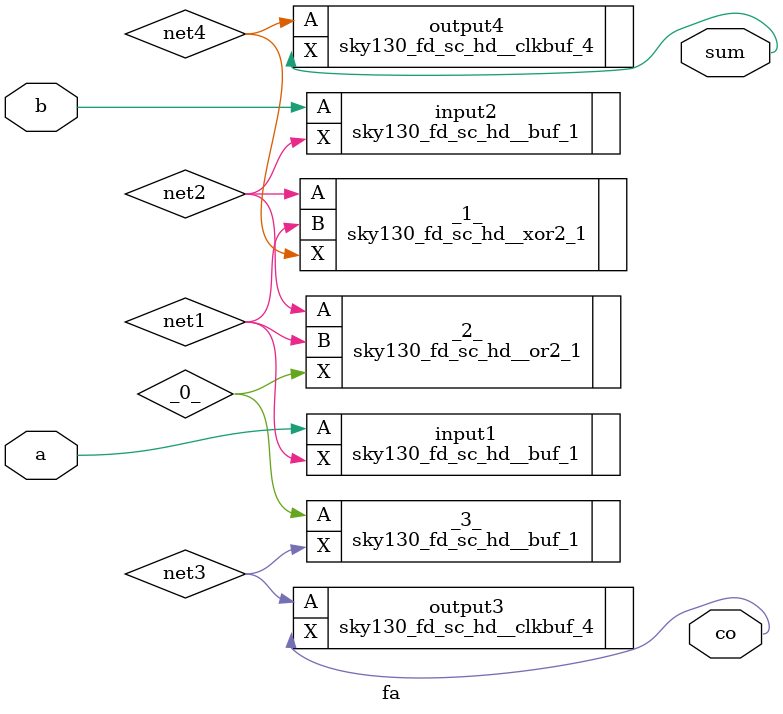
<source format=v>
module fa (a,
    b,
    co,
    sum);
 input a;
 input b;
 output co;
 output sum;

 wire _0_;
 wire net1;
 wire net2;
 wire net3;
 wire net4;

 sky130_fd_sc_hd__xor2_1 _1_ (.A(net2),
    .B(net1),
    .X(net4));
 sky130_fd_sc_hd__or2_1 _2_ (.A(net2),
    .B(net1),
    .X(_0_));
 sky130_fd_sc_hd__buf_1 _3_ (.A(_0_),
    .X(net3));
 sky130_fd_sc_hd__decap_3 PHY_EDGE_ROW_0_Right_0 ();
 sky130_fd_sc_hd__decap_3 PHY_EDGE_ROW_1_Right_1 ();
 sky130_fd_sc_hd__decap_3 PHY_EDGE_ROW_2_Right_2 ();
 sky130_fd_sc_hd__decap_3 PHY_EDGE_ROW_3_Right_3 ();
 sky130_fd_sc_hd__decap_3 PHY_EDGE_ROW_4_Right_4 ();
 sky130_fd_sc_hd__decap_3 PHY_EDGE_ROW_5_Right_5 ();
 sky130_fd_sc_hd__decap_3 PHY_EDGE_ROW_6_Right_6 ();
 sky130_fd_sc_hd__decap_3 PHY_EDGE_ROW_7_Right_7 ();
 sky130_fd_sc_hd__decap_3 PHY_EDGE_ROW_8_Right_8 ();
 sky130_fd_sc_hd__decap_3 PHY_EDGE_ROW_9_Right_9 ();
 sky130_fd_sc_hd__decap_3 PHY_EDGE_ROW_10_Right_10 ();
 sky130_fd_sc_hd__decap_3 PHY_EDGE_ROW_11_Right_11 ();
 sky130_fd_sc_hd__decap_3 PHY_EDGE_ROW_12_Right_12 ();
 sky130_fd_sc_hd__decap_3 PHY_EDGE_ROW_13_Right_13 ();
 sky130_fd_sc_hd__decap_3 PHY_EDGE_ROW_14_Right_14 ();
 sky130_fd_sc_hd__decap_3 PHY_EDGE_ROW_15_Right_15 ();
 sky130_fd_sc_hd__decap_3 PHY_EDGE_ROW_16_Right_16 ();
 sky130_fd_sc_hd__decap_3 PHY_EDGE_ROW_17_Right_17 ();
 sky130_fd_sc_hd__decap_3 PHY_EDGE_ROW_18_Right_18 ();
 sky130_fd_sc_hd__decap_3 PHY_EDGE_ROW_19_Right_19 ();
 sky130_fd_sc_hd__decap_3 PHY_EDGE_ROW_20_Right_20 ();
 sky130_fd_sc_hd__decap_3 PHY_EDGE_ROW_21_Right_21 ();
 sky130_fd_sc_hd__decap_3 PHY_EDGE_ROW_22_Right_22 ();
 sky130_fd_sc_hd__decap_3 PHY_EDGE_ROW_23_Right_23 ();
 sky130_fd_sc_hd__decap_3 PHY_EDGE_ROW_24_Right_24 ();
 sky130_fd_sc_hd__decap_3 PHY_EDGE_ROW_25_Right_25 ();
 sky130_fd_sc_hd__decap_3 PHY_EDGE_ROW_26_Right_26 ();
 sky130_fd_sc_hd__decap_3 PHY_EDGE_ROW_27_Right_27 ();
 sky130_fd_sc_hd__decap_3 PHY_EDGE_ROW_28_Right_28 ();
 sky130_fd_sc_hd__decap_3 PHY_EDGE_ROW_29_Right_29 ();
 sky130_fd_sc_hd__decap_3 PHY_EDGE_ROW_30_Right_30 ();
 sky130_fd_sc_hd__decap_3 PHY_EDGE_ROW_31_Right_31 ();
 sky130_fd_sc_hd__decap_3 PHY_EDGE_ROW_32_Right_32 ();
 sky130_fd_sc_hd__decap_3 PHY_EDGE_ROW_33_Right_33 ();
 sky130_fd_sc_hd__decap_3 PHY_EDGE_ROW_34_Right_34 ();
 sky130_fd_sc_hd__decap_3 PHY_EDGE_ROW_35_Right_35 ();
 sky130_fd_sc_hd__decap_3 PHY_EDGE_ROW_36_Right_36 ();
 sky130_fd_sc_hd__decap_3 PHY_EDGE_ROW_37_Right_37 ();
 sky130_fd_sc_hd__decap_3 PHY_EDGE_ROW_38_Right_38 ();
 sky130_fd_sc_hd__decap_3 PHY_EDGE_ROW_39_Right_39 ();
 sky130_fd_sc_hd__decap_3 PHY_EDGE_ROW_40_Right_40 ();
 sky130_fd_sc_hd__decap_3 PHY_EDGE_ROW_41_Right_41 ();
 sky130_fd_sc_hd__decap_3 PHY_EDGE_ROW_42_Right_42 ();
 sky130_fd_sc_hd__decap_3 PHY_EDGE_ROW_43_Right_43 ();
 sky130_fd_sc_hd__decap_3 PHY_EDGE_ROW_44_Right_44 ();
 sky130_fd_sc_hd__decap_3 PHY_EDGE_ROW_45_Right_45 ();
 sky130_fd_sc_hd__decap_3 PHY_EDGE_ROW_46_Right_46 ();
 sky130_fd_sc_hd__decap_3 PHY_EDGE_ROW_47_Right_47 ();
 sky130_fd_sc_hd__decap_3 PHY_EDGE_ROW_48_Right_48 ();
 sky130_fd_sc_hd__decap_3 PHY_EDGE_ROW_49_Right_49 ();
 sky130_fd_sc_hd__decap_3 PHY_EDGE_ROW_50_Right_50 ();
 sky130_fd_sc_hd__decap_3 PHY_EDGE_ROW_51_Right_51 ();
 sky130_fd_sc_hd__decap_3 PHY_EDGE_ROW_52_Right_52 ();
 sky130_fd_sc_hd__decap_3 PHY_EDGE_ROW_53_Right_53 ();
 sky130_fd_sc_hd__decap_3 PHY_EDGE_ROW_54_Right_54 ();
 sky130_fd_sc_hd__decap_3 PHY_EDGE_ROW_55_Right_55 ();
 sky130_fd_sc_hd__decap_3 PHY_EDGE_ROW_56_Right_56 ();
 sky130_fd_sc_hd__decap_3 PHY_EDGE_ROW_57_Right_57 ();
 sky130_fd_sc_hd__decap_3 PHY_EDGE_ROW_58_Right_58 ();
 sky130_fd_sc_hd__decap_3 PHY_EDGE_ROW_0_Left_59 ();
 sky130_fd_sc_hd__decap_3 PHY_EDGE_ROW_1_Left_60 ();
 sky130_fd_sc_hd__decap_3 PHY_EDGE_ROW_2_Left_61 ();
 sky130_fd_sc_hd__decap_3 PHY_EDGE_ROW_3_Left_62 ();
 sky130_fd_sc_hd__decap_3 PHY_EDGE_ROW_4_Left_63 ();
 sky130_fd_sc_hd__decap_3 PHY_EDGE_ROW_5_Left_64 ();
 sky130_fd_sc_hd__decap_3 PHY_EDGE_ROW_6_Left_65 ();
 sky130_fd_sc_hd__decap_3 PHY_EDGE_ROW_7_Left_66 ();
 sky130_fd_sc_hd__decap_3 PHY_EDGE_ROW_8_Left_67 ();
 sky130_fd_sc_hd__decap_3 PHY_EDGE_ROW_9_Left_68 ();
 sky130_fd_sc_hd__decap_3 PHY_EDGE_ROW_10_Left_69 ();
 sky130_fd_sc_hd__decap_3 PHY_EDGE_ROW_11_Left_70 ();
 sky130_fd_sc_hd__decap_3 PHY_EDGE_ROW_12_Left_71 ();
 sky130_fd_sc_hd__decap_3 PHY_EDGE_ROW_13_Left_72 ();
 sky130_fd_sc_hd__decap_3 PHY_EDGE_ROW_14_Left_73 ();
 sky130_fd_sc_hd__decap_3 PHY_EDGE_ROW_15_Left_74 ();
 sky130_fd_sc_hd__decap_3 PHY_EDGE_ROW_16_Left_75 ();
 sky130_fd_sc_hd__decap_3 PHY_EDGE_ROW_17_Left_76 ();
 sky130_fd_sc_hd__decap_3 PHY_EDGE_ROW_18_Left_77 ();
 sky130_fd_sc_hd__decap_3 PHY_EDGE_ROW_19_Left_78 ();
 sky130_fd_sc_hd__decap_3 PHY_EDGE_ROW_20_Left_79 ();
 sky130_fd_sc_hd__decap_3 PHY_EDGE_ROW_21_Left_80 ();
 sky130_fd_sc_hd__decap_3 PHY_EDGE_ROW_22_Left_81 ();
 sky130_fd_sc_hd__decap_3 PHY_EDGE_ROW_23_Left_82 ();
 sky130_fd_sc_hd__decap_3 PHY_EDGE_ROW_24_Left_83 ();
 sky130_fd_sc_hd__decap_3 PHY_EDGE_ROW_25_Left_84 ();
 sky130_fd_sc_hd__decap_3 PHY_EDGE_ROW_26_Left_85 ();
 sky130_fd_sc_hd__decap_3 PHY_EDGE_ROW_27_Left_86 ();
 sky130_fd_sc_hd__decap_3 PHY_EDGE_ROW_28_Left_87 ();
 sky130_fd_sc_hd__decap_3 PHY_EDGE_ROW_29_Left_88 ();
 sky130_fd_sc_hd__decap_3 PHY_EDGE_ROW_30_Left_89 ();
 sky130_fd_sc_hd__decap_3 PHY_EDGE_ROW_31_Left_90 ();
 sky130_fd_sc_hd__decap_3 PHY_EDGE_ROW_32_Left_91 ();
 sky130_fd_sc_hd__decap_3 PHY_EDGE_ROW_33_Left_92 ();
 sky130_fd_sc_hd__decap_3 PHY_EDGE_ROW_34_Left_93 ();
 sky130_fd_sc_hd__decap_3 PHY_EDGE_ROW_35_Left_94 ();
 sky130_fd_sc_hd__decap_3 PHY_EDGE_ROW_36_Left_95 ();
 sky130_fd_sc_hd__decap_3 PHY_EDGE_ROW_37_Left_96 ();
 sky130_fd_sc_hd__decap_3 PHY_EDGE_ROW_38_Left_97 ();
 sky130_fd_sc_hd__decap_3 PHY_EDGE_ROW_39_Left_98 ();
 sky130_fd_sc_hd__decap_3 PHY_EDGE_ROW_40_Left_99 ();
 sky130_fd_sc_hd__decap_3 PHY_EDGE_ROW_41_Left_100 ();
 sky130_fd_sc_hd__decap_3 PHY_EDGE_ROW_42_Left_101 ();
 sky130_fd_sc_hd__decap_3 PHY_EDGE_ROW_43_Left_102 ();
 sky130_fd_sc_hd__decap_3 PHY_EDGE_ROW_44_Left_103 ();
 sky130_fd_sc_hd__decap_3 PHY_EDGE_ROW_45_Left_104 ();
 sky130_fd_sc_hd__decap_3 PHY_EDGE_ROW_46_Left_105 ();
 sky130_fd_sc_hd__decap_3 PHY_EDGE_ROW_47_Left_106 ();
 sky130_fd_sc_hd__decap_3 PHY_EDGE_ROW_48_Left_107 ();
 sky130_fd_sc_hd__decap_3 PHY_EDGE_ROW_49_Left_108 ();
 sky130_fd_sc_hd__decap_3 PHY_EDGE_ROW_50_Left_109 ();
 sky130_fd_sc_hd__decap_3 PHY_EDGE_ROW_51_Left_110 ();
 sky130_fd_sc_hd__decap_3 PHY_EDGE_ROW_52_Left_111 ();
 sky130_fd_sc_hd__decap_3 PHY_EDGE_ROW_53_Left_112 ();
 sky130_fd_sc_hd__decap_3 PHY_EDGE_ROW_54_Left_113 ();
 sky130_fd_sc_hd__decap_3 PHY_EDGE_ROW_55_Left_114 ();
 sky130_fd_sc_hd__decap_3 PHY_EDGE_ROW_56_Left_115 ();
 sky130_fd_sc_hd__decap_3 PHY_EDGE_ROW_57_Left_116 ();
 sky130_fd_sc_hd__decap_3 PHY_EDGE_ROW_58_Left_117 ();
 sky130_fd_sc_hd__tapvpwrvgnd_1 TAP_TAPCELL_ROW_0_118 ();
 sky130_fd_sc_hd__tapvpwrvgnd_1 TAP_TAPCELL_ROW_0_119 ();
 sky130_fd_sc_hd__tapvpwrvgnd_1 TAP_TAPCELL_ROW_0_120 ();
 sky130_fd_sc_hd__tapvpwrvgnd_1 TAP_TAPCELL_ROW_0_121 ();
 sky130_fd_sc_hd__tapvpwrvgnd_1 TAP_TAPCELL_ROW_0_122 ();
 sky130_fd_sc_hd__tapvpwrvgnd_1 TAP_TAPCELL_ROW_0_123 ();
 sky130_fd_sc_hd__tapvpwrvgnd_1 TAP_TAPCELL_ROW_0_124 ();
 sky130_fd_sc_hd__tapvpwrvgnd_1 TAP_TAPCELL_ROW_0_125 ();
 sky130_fd_sc_hd__tapvpwrvgnd_1 TAP_TAPCELL_ROW_0_126 ();
 sky130_fd_sc_hd__tapvpwrvgnd_1 TAP_TAPCELL_ROW_0_127 ();
 sky130_fd_sc_hd__tapvpwrvgnd_1 TAP_TAPCELL_ROW_0_128 ();
 sky130_fd_sc_hd__tapvpwrvgnd_1 TAP_TAPCELL_ROW_0_129 ();
 sky130_fd_sc_hd__tapvpwrvgnd_1 TAP_TAPCELL_ROW_0_130 ();
 sky130_fd_sc_hd__tapvpwrvgnd_1 TAP_TAPCELL_ROW_0_131 ();
 sky130_fd_sc_hd__tapvpwrvgnd_1 TAP_TAPCELL_ROW_0_132 ();
 sky130_fd_sc_hd__tapvpwrvgnd_1 TAP_TAPCELL_ROW_0_133 ();
 sky130_fd_sc_hd__tapvpwrvgnd_1 TAP_TAPCELL_ROW_0_134 ();
 sky130_fd_sc_hd__tapvpwrvgnd_1 TAP_TAPCELL_ROW_0_135 ();
 sky130_fd_sc_hd__tapvpwrvgnd_1 TAP_TAPCELL_ROW_0_136 ();
 sky130_fd_sc_hd__tapvpwrvgnd_1 TAP_TAPCELL_ROW_0_137 ();
 sky130_fd_sc_hd__tapvpwrvgnd_1 TAP_TAPCELL_ROW_0_138 ();
 sky130_fd_sc_hd__tapvpwrvgnd_1 TAP_TAPCELL_ROW_0_139 ();
 sky130_fd_sc_hd__tapvpwrvgnd_1 TAP_TAPCELL_ROW_0_140 ();
 sky130_fd_sc_hd__tapvpwrvgnd_1 TAP_TAPCELL_ROW_0_141 ();
 sky130_fd_sc_hd__tapvpwrvgnd_1 TAP_TAPCELL_ROW_0_142 ();
 sky130_fd_sc_hd__tapvpwrvgnd_1 TAP_TAPCELL_ROW_1_143 ();
 sky130_fd_sc_hd__tapvpwrvgnd_1 TAP_TAPCELL_ROW_1_144 ();
 sky130_fd_sc_hd__tapvpwrvgnd_1 TAP_TAPCELL_ROW_1_145 ();
 sky130_fd_sc_hd__tapvpwrvgnd_1 TAP_TAPCELL_ROW_1_146 ();
 sky130_fd_sc_hd__tapvpwrvgnd_1 TAP_TAPCELL_ROW_1_147 ();
 sky130_fd_sc_hd__tapvpwrvgnd_1 TAP_TAPCELL_ROW_1_148 ();
 sky130_fd_sc_hd__tapvpwrvgnd_1 TAP_TAPCELL_ROW_1_149 ();
 sky130_fd_sc_hd__tapvpwrvgnd_1 TAP_TAPCELL_ROW_1_150 ();
 sky130_fd_sc_hd__tapvpwrvgnd_1 TAP_TAPCELL_ROW_1_151 ();
 sky130_fd_sc_hd__tapvpwrvgnd_1 TAP_TAPCELL_ROW_1_152 ();
 sky130_fd_sc_hd__tapvpwrvgnd_1 TAP_TAPCELL_ROW_1_153 ();
 sky130_fd_sc_hd__tapvpwrvgnd_1 TAP_TAPCELL_ROW_1_154 ();
 sky130_fd_sc_hd__tapvpwrvgnd_1 TAP_TAPCELL_ROW_2_155 ();
 sky130_fd_sc_hd__tapvpwrvgnd_1 TAP_TAPCELL_ROW_2_156 ();
 sky130_fd_sc_hd__tapvpwrvgnd_1 TAP_TAPCELL_ROW_2_157 ();
 sky130_fd_sc_hd__tapvpwrvgnd_1 TAP_TAPCELL_ROW_2_158 ();
 sky130_fd_sc_hd__tapvpwrvgnd_1 TAP_TAPCELL_ROW_2_159 ();
 sky130_fd_sc_hd__tapvpwrvgnd_1 TAP_TAPCELL_ROW_2_160 ();
 sky130_fd_sc_hd__tapvpwrvgnd_1 TAP_TAPCELL_ROW_2_161 ();
 sky130_fd_sc_hd__tapvpwrvgnd_1 TAP_TAPCELL_ROW_2_162 ();
 sky130_fd_sc_hd__tapvpwrvgnd_1 TAP_TAPCELL_ROW_2_163 ();
 sky130_fd_sc_hd__tapvpwrvgnd_1 TAP_TAPCELL_ROW_2_164 ();
 sky130_fd_sc_hd__tapvpwrvgnd_1 TAP_TAPCELL_ROW_2_165 ();
 sky130_fd_sc_hd__tapvpwrvgnd_1 TAP_TAPCELL_ROW_2_166 ();
 sky130_fd_sc_hd__tapvpwrvgnd_1 TAP_TAPCELL_ROW_2_167 ();
 sky130_fd_sc_hd__tapvpwrvgnd_1 TAP_TAPCELL_ROW_3_168 ();
 sky130_fd_sc_hd__tapvpwrvgnd_1 TAP_TAPCELL_ROW_3_169 ();
 sky130_fd_sc_hd__tapvpwrvgnd_1 TAP_TAPCELL_ROW_3_170 ();
 sky130_fd_sc_hd__tapvpwrvgnd_1 TAP_TAPCELL_ROW_3_171 ();
 sky130_fd_sc_hd__tapvpwrvgnd_1 TAP_TAPCELL_ROW_3_172 ();
 sky130_fd_sc_hd__tapvpwrvgnd_1 TAP_TAPCELL_ROW_3_173 ();
 sky130_fd_sc_hd__tapvpwrvgnd_1 TAP_TAPCELL_ROW_3_174 ();
 sky130_fd_sc_hd__tapvpwrvgnd_1 TAP_TAPCELL_ROW_3_175 ();
 sky130_fd_sc_hd__tapvpwrvgnd_1 TAP_TAPCELL_ROW_3_176 ();
 sky130_fd_sc_hd__tapvpwrvgnd_1 TAP_TAPCELL_ROW_3_177 ();
 sky130_fd_sc_hd__tapvpwrvgnd_1 TAP_TAPCELL_ROW_3_178 ();
 sky130_fd_sc_hd__tapvpwrvgnd_1 TAP_TAPCELL_ROW_3_179 ();
 sky130_fd_sc_hd__tapvpwrvgnd_1 TAP_TAPCELL_ROW_4_180 ();
 sky130_fd_sc_hd__tapvpwrvgnd_1 TAP_TAPCELL_ROW_4_181 ();
 sky130_fd_sc_hd__tapvpwrvgnd_1 TAP_TAPCELL_ROW_4_182 ();
 sky130_fd_sc_hd__tapvpwrvgnd_1 TAP_TAPCELL_ROW_4_183 ();
 sky130_fd_sc_hd__tapvpwrvgnd_1 TAP_TAPCELL_ROW_4_184 ();
 sky130_fd_sc_hd__tapvpwrvgnd_1 TAP_TAPCELL_ROW_4_185 ();
 sky130_fd_sc_hd__tapvpwrvgnd_1 TAP_TAPCELL_ROW_4_186 ();
 sky130_fd_sc_hd__tapvpwrvgnd_1 TAP_TAPCELL_ROW_4_187 ();
 sky130_fd_sc_hd__tapvpwrvgnd_1 TAP_TAPCELL_ROW_4_188 ();
 sky130_fd_sc_hd__tapvpwrvgnd_1 TAP_TAPCELL_ROW_4_189 ();
 sky130_fd_sc_hd__tapvpwrvgnd_1 TAP_TAPCELL_ROW_4_190 ();
 sky130_fd_sc_hd__tapvpwrvgnd_1 TAP_TAPCELL_ROW_4_191 ();
 sky130_fd_sc_hd__tapvpwrvgnd_1 TAP_TAPCELL_ROW_4_192 ();
 sky130_fd_sc_hd__tapvpwrvgnd_1 TAP_TAPCELL_ROW_5_193 ();
 sky130_fd_sc_hd__tapvpwrvgnd_1 TAP_TAPCELL_ROW_5_194 ();
 sky130_fd_sc_hd__tapvpwrvgnd_1 TAP_TAPCELL_ROW_5_195 ();
 sky130_fd_sc_hd__tapvpwrvgnd_1 TAP_TAPCELL_ROW_5_196 ();
 sky130_fd_sc_hd__tapvpwrvgnd_1 TAP_TAPCELL_ROW_5_197 ();
 sky130_fd_sc_hd__tapvpwrvgnd_1 TAP_TAPCELL_ROW_5_198 ();
 sky130_fd_sc_hd__tapvpwrvgnd_1 TAP_TAPCELL_ROW_5_199 ();
 sky130_fd_sc_hd__tapvpwrvgnd_1 TAP_TAPCELL_ROW_5_200 ();
 sky130_fd_sc_hd__tapvpwrvgnd_1 TAP_TAPCELL_ROW_5_201 ();
 sky130_fd_sc_hd__tapvpwrvgnd_1 TAP_TAPCELL_ROW_5_202 ();
 sky130_fd_sc_hd__tapvpwrvgnd_1 TAP_TAPCELL_ROW_5_203 ();
 sky130_fd_sc_hd__tapvpwrvgnd_1 TAP_TAPCELL_ROW_5_204 ();
 sky130_fd_sc_hd__tapvpwrvgnd_1 TAP_TAPCELL_ROW_6_205 ();
 sky130_fd_sc_hd__tapvpwrvgnd_1 TAP_TAPCELL_ROW_6_206 ();
 sky130_fd_sc_hd__tapvpwrvgnd_1 TAP_TAPCELL_ROW_6_207 ();
 sky130_fd_sc_hd__tapvpwrvgnd_1 TAP_TAPCELL_ROW_6_208 ();
 sky130_fd_sc_hd__tapvpwrvgnd_1 TAP_TAPCELL_ROW_6_209 ();
 sky130_fd_sc_hd__tapvpwrvgnd_1 TAP_TAPCELL_ROW_6_210 ();
 sky130_fd_sc_hd__tapvpwrvgnd_1 TAP_TAPCELL_ROW_6_211 ();
 sky130_fd_sc_hd__tapvpwrvgnd_1 TAP_TAPCELL_ROW_6_212 ();
 sky130_fd_sc_hd__tapvpwrvgnd_1 TAP_TAPCELL_ROW_6_213 ();
 sky130_fd_sc_hd__tapvpwrvgnd_1 TAP_TAPCELL_ROW_6_214 ();
 sky130_fd_sc_hd__tapvpwrvgnd_1 TAP_TAPCELL_ROW_6_215 ();
 sky130_fd_sc_hd__tapvpwrvgnd_1 TAP_TAPCELL_ROW_6_216 ();
 sky130_fd_sc_hd__tapvpwrvgnd_1 TAP_TAPCELL_ROW_6_217 ();
 sky130_fd_sc_hd__tapvpwrvgnd_1 TAP_TAPCELL_ROW_7_218 ();
 sky130_fd_sc_hd__tapvpwrvgnd_1 TAP_TAPCELL_ROW_7_219 ();
 sky130_fd_sc_hd__tapvpwrvgnd_1 TAP_TAPCELL_ROW_7_220 ();
 sky130_fd_sc_hd__tapvpwrvgnd_1 TAP_TAPCELL_ROW_7_221 ();
 sky130_fd_sc_hd__tapvpwrvgnd_1 TAP_TAPCELL_ROW_7_222 ();
 sky130_fd_sc_hd__tapvpwrvgnd_1 TAP_TAPCELL_ROW_7_223 ();
 sky130_fd_sc_hd__tapvpwrvgnd_1 TAP_TAPCELL_ROW_7_224 ();
 sky130_fd_sc_hd__tapvpwrvgnd_1 TAP_TAPCELL_ROW_7_225 ();
 sky130_fd_sc_hd__tapvpwrvgnd_1 TAP_TAPCELL_ROW_7_226 ();
 sky130_fd_sc_hd__tapvpwrvgnd_1 TAP_TAPCELL_ROW_7_227 ();
 sky130_fd_sc_hd__tapvpwrvgnd_1 TAP_TAPCELL_ROW_7_228 ();
 sky130_fd_sc_hd__tapvpwrvgnd_1 TAP_TAPCELL_ROW_7_229 ();
 sky130_fd_sc_hd__tapvpwrvgnd_1 TAP_TAPCELL_ROW_8_230 ();
 sky130_fd_sc_hd__tapvpwrvgnd_1 TAP_TAPCELL_ROW_8_231 ();
 sky130_fd_sc_hd__tapvpwrvgnd_1 TAP_TAPCELL_ROW_8_232 ();
 sky130_fd_sc_hd__tapvpwrvgnd_1 TAP_TAPCELL_ROW_8_233 ();
 sky130_fd_sc_hd__tapvpwrvgnd_1 TAP_TAPCELL_ROW_8_234 ();
 sky130_fd_sc_hd__tapvpwrvgnd_1 TAP_TAPCELL_ROW_8_235 ();
 sky130_fd_sc_hd__tapvpwrvgnd_1 TAP_TAPCELL_ROW_8_236 ();
 sky130_fd_sc_hd__tapvpwrvgnd_1 TAP_TAPCELL_ROW_8_237 ();
 sky130_fd_sc_hd__tapvpwrvgnd_1 TAP_TAPCELL_ROW_8_238 ();
 sky130_fd_sc_hd__tapvpwrvgnd_1 TAP_TAPCELL_ROW_8_239 ();
 sky130_fd_sc_hd__tapvpwrvgnd_1 TAP_TAPCELL_ROW_8_240 ();
 sky130_fd_sc_hd__tapvpwrvgnd_1 TAP_TAPCELL_ROW_8_241 ();
 sky130_fd_sc_hd__tapvpwrvgnd_1 TAP_TAPCELL_ROW_8_242 ();
 sky130_fd_sc_hd__tapvpwrvgnd_1 TAP_TAPCELL_ROW_9_243 ();
 sky130_fd_sc_hd__tapvpwrvgnd_1 TAP_TAPCELL_ROW_9_244 ();
 sky130_fd_sc_hd__tapvpwrvgnd_1 TAP_TAPCELL_ROW_9_245 ();
 sky130_fd_sc_hd__tapvpwrvgnd_1 TAP_TAPCELL_ROW_9_246 ();
 sky130_fd_sc_hd__tapvpwrvgnd_1 TAP_TAPCELL_ROW_9_247 ();
 sky130_fd_sc_hd__tapvpwrvgnd_1 TAP_TAPCELL_ROW_9_248 ();
 sky130_fd_sc_hd__tapvpwrvgnd_1 TAP_TAPCELL_ROW_9_249 ();
 sky130_fd_sc_hd__tapvpwrvgnd_1 TAP_TAPCELL_ROW_9_250 ();
 sky130_fd_sc_hd__tapvpwrvgnd_1 TAP_TAPCELL_ROW_9_251 ();
 sky130_fd_sc_hd__tapvpwrvgnd_1 TAP_TAPCELL_ROW_9_252 ();
 sky130_fd_sc_hd__tapvpwrvgnd_1 TAP_TAPCELL_ROW_9_253 ();
 sky130_fd_sc_hd__tapvpwrvgnd_1 TAP_TAPCELL_ROW_9_254 ();
 sky130_fd_sc_hd__tapvpwrvgnd_1 TAP_TAPCELL_ROW_10_255 ();
 sky130_fd_sc_hd__tapvpwrvgnd_1 TAP_TAPCELL_ROW_10_256 ();
 sky130_fd_sc_hd__tapvpwrvgnd_1 TAP_TAPCELL_ROW_10_257 ();
 sky130_fd_sc_hd__tapvpwrvgnd_1 TAP_TAPCELL_ROW_10_258 ();
 sky130_fd_sc_hd__tapvpwrvgnd_1 TAP_TAPCELL_ROW_10_259 ();
 sky130_fd_sc_hd__tapvpwrvgnd_1 TAP_TAPCELL_ROW_10_260 ();
 sky130_fd_sc_hd__tapvpwrvgnd_1 TAP_TAPCELL_ROW_10_261 ();
 sky130_fd_sc_hd__tapvpwrvgnd_1 TAP_TAPCELL_ROW_10_262 ();
 sky130_fd_sc_hd__tapvpwrvgnd_1 TAP_TAPCELL_ROW_10_263 ();
 sky130_fd_sc_hd__tapvpwrvgnd_1 TAP_TAPCELL_ROW_10_264 ();
 sky130_fd_sc_hd__tapvpwrvgnd_1 TAP_TAPCELL_ROW_10_265 ();
 sky130_fd_sc_hd__tapvpwrvgnd_1 TAP_TAPCELL_ROW_10_266 ();
 sky130_fd_sc_hd__tapvpwrvgnd_1 TAP_TAPCELL_ROW_10_267 ();
 sky130_fd_sc_hd__tapvpwrvgnd_1 TAP_TAPCELL_ROW_11_268 ();
 sky130_fd_sc_hd__tapvpwrvgnd_1 TAP_TAPCELL_ROW_11_269 ();
 sky130_fd_sc_hd__tapvpwrvgnd_1 TAP_TAPCELL_ROW_11_270 ();
 sky130_fd_sc_hd__tapvpwrvgnd_1 TAP_TAPCELL_ROW_11_271 ();
 sky130_fd_sc_hd__tapvpwrvgnd_1 TAP_TAPCELL_ROW_11_272 ();
 sky130_fd_sc_hd__tapvpwrvgnd_1 TAP_TAPCELL_ROW_11_273 ();
 sky130_fd_sc_hd__tapvpwrvgnd_1 TAP_TAPCELL_ROW_11_274 ();
 sky130_fd_sc_hd__tapvpwrvgnd_1 TAP_TAPCELL_ROW_11_275 ();
 sky130_fd_sc_hd__tapvpwrvgnd_1 TAP_TAPCELL_ROW_11_276 ();
 sky130_fd_sc_hd__tapvpwrvgnd_1 TAP_TAPCELL_ROW_11_277 ();
 sky130_fd_sc_hd__tapvpwrvgnd_1 TAP_TAPCELL_ROW_11_278 ();
 sky130_fd_sc_hd__tapvpwrvgnd_1 TAP_TAPCELL_ROW_11_279 ();
 sky130_fd_sc_hd__tapvpwrvgnd_1 TAP_TAPCELL_ROW_12_280 ();
 sky130_fd_sc_hd__tapvpwrvgnd_1 TAP_TAPCELL_ROW_12_281 ();
 sky130_fd_sc_hd__tapvpwrvgnd_1 TAP_TAPCELL_ROW_12_282 ();
 sky130_fd_sc_hd__tapvpwrvgnd_1 TAP_TAPCELL_ROW_12_283 ();
 sky130_fd_sc_hd__tapvpwrvgnd_1 TAP_TAPCELL_ROW_12_284 ();
 sky130_fd_sc_hd__tapvpwrvgnd_1 TAP_TAPCELL_ROW_12_285 ();
 sky130_fd_sc_hd__tapvpwrvgnd_1 TAP_TAPCELL_ROW_12_286 ();
 sky130_fd_sc_hd__tapvpwrvgnd_1 TAP_TAPCELL_ROW_12_287 ();
 sky130_fd_sc_hd__tapvpwrvgnd_1 TAP_TAPCELL_ROW_12_288 ();
 sky130_fd_sc_hd__tapvpwrvgnd_1 TAP_TAPCELL_ROW_12_289 ();
 sky130_fd_sc_hd__tapvpwrvgnd_1 TAP_TAPCELL_ROW_12_290 ();
 sky130_fd_sc_hd__tapvpwrvgnd_1 TAP_TAPCELL_ROW_12_291 ();
 sky130_fd_sc_hd__tapvpwrvgnd_1 TAP_TAPCELL_ROW_12_292 ();
 sky130_fd_sc_hd__tapvpwrvgnd_1 TAP_TAPCELL_ROW_13_293 ();
 sky130_fd_sc_hd__tapvpwrvgnd_1 TAP_TAPCELL_ROW_13_294 ();
 sky130_fd_sc_hd__tapvpwrvgnd_1 TAP_TAPCELL_ROW_13_295 ();
 sky130_fd_sc_hd__tapvpwrvgnd_1 TAP_TAPCELL_ROW_13_296 ();
 sky130_fd_sc_hd__tapvpwrvgnd_1 TAP_TAPCELL_ROW_13_297 ();
 sky130_fd_sc_hd__tapvpwrvgnd_1 TAP_TAPCELL_ROW_13_298 ();
 sky130_fd_sc_hd__tapvpwrvgnd_1 TAP_TAPCELL_ROW_13_299 ();
 sky130_fd_sc_hd__tapvpwrvgnd_1 TAP_TAPCELL_ROW_13_300 ();
 sky130_fd_sc_hd__tapvpwrvgnd_1 TAP_TAPCELL_ROW_13_301 ();
 sky130_fd_sc_hd__tapvpwrvgnd_1 TAP_TAPCELL_ROW_13_302 ();
 sky130_fd_sc_hd__tapvpwrvgnd_1 TAP_TAPCELL_ROW_13_303 ();
 sky130_fd_sc_hd__tapvpwrvgnd_1 TAP_TAPCELL_ROW_13_304 ();
 sky130_fd_sc_hd__tapvpwrvgnd_1 TAP_TAPCELL_ROW_14_305 ();
 sky130_fd_sc_hd__tapvpwrvgnd_1 TAP_TAPCELL_ROW_14_306 ();
 sky130_fd_sc_hd__tapvpwrvgnd_1 TAP_TAPCELL_ROW_14_307 ();
 sky130_fd_sc_hd__tapvpwrvgnd_1 TAP_TAPCELL_ROW_14_308 ();
 sky130_fd_sc_hd__tapvpwrvgnd_1 TAP_TAPCELL_ROW_14_309 ();
 sky130_fd_sc_hd__tapvpwrvgnd_1 TAP_TAPCELL_ROW_14_310 ();
 sky130_fd_sc_hd__tapvpwrvgnd_1 TAP_TAPCELL_ROW_14_311 ();
 sky130_fd_sc_hd__tapvpwrvgnd_1 TAP_TAPCELL_ROW_14_312 ();
 sky130_fd_sc_hd__tapvpwrvgnd_1 TAP_TAPCELL_ROW_14_313 ();
 sky130_fd_sc_hd__tapvpwrvgnd_1 TAP_TAPCELL_ROW_14_314 ();
 sky130_fd_sc_hd__tapvpwrvgnd_1 TAP_TAPCELL_ROW_14_315 ();
 sky130_fd_sc_hd__tapvpwrvgnd_1 TAP_TAPCELL_ROW_14_316 ();
 sky130_fd_sc_hd__tapvpwrvgnd_1 TAP_TAPCELL_ROW_14_317 ();
 sky130_fd_sc_hd__tapvpwrvgnd_1 TAP_TAPCELL_ROW_15_318 ();
 sky130_fd_sc_hd__tapvpwrvgnd_1 TAP_TAPCELL_ROW_15_319 ();
 sky130_fd_sc_hd__tapvpwrvgnd_1 TAP_TAPCELL_ROW_15_320 ();
 sky130_fd_sc_hd__tapvpwrvgnd_1 TAP_TAPCELL_ROW_15_321 ();
 sky130_fd_sc_hd__tapvpwrvgnd_1 TAP_TAPCELL_ROW_15_322 ();
 sky130_fd_sc_hd__tapvpwrvgnd_1 TAP_TAPCELL_ROW_15_323 ();
 sky130_fd_sc_hd__tapvpwrvgnd_1 TAP_TAPCELL_ROW_15_324 ();
 sky130_fd_sc_hd__tapvpwrvgnd_1 TAP_TAPCELL_ROW_15_325 ();
 sky130_fd_sc_hd__tapvpwrvgnd_1 TAP_TAPCELL_ROW_15_326 ();
 sky130_fd_sc_hd__tapvpwrvgnd_1 TAP_TAPCELL_ROW_15_327 ();
 sky130_fd_sc_hd__tapvpwrvgnd_1 TAP_TAPCELL_ROW_15_328 ();
 sky130_fd_sc_hd__tapvpwrvgnd_1 TAP_TAPCELL_ROW_15_329 ();
 sky130_fd_sc_hd__tapvpwrvgnd_1 TAP_TAPCELL_ROW_16_330 ();
 sky130_fd_sc_hd__tapvpwrvgnd_1 TAP_TAPCELL_ROW_16_331 ();
 sky130_fd_sc_hd__tapvpwrvgnd_1 TAP_TAPCELL_ROW_16_332 ();
 sky130_fd_sc_hd__tapvpwrvgnd_1 TAP_TAPCELL_ROW_16_333 ();
 sky130_fd_sc_hd__tapvpwrvgnd_1 TAP_TAPCELL_ROW_16_334 ();
 sky130_fd_sc_hd__tapvpwrvgnd_1 TAP_TAPCELL_ROW_16_335 ();
 sky130_fd_sc_hd__tapvpwrvgnd_1 TAP_TAPCELL_ROW_16_336 ();
 sky130_fd_sc_hd__tapvpwrvgnd_1 TAP_TAPCELL_ROW_16_337 ();
 sky130_fd_sc_hd__tapvpwrvgnd_1 TAP_TAPCELL_ROW_16_338 ();
 sky130_fd_sc_hd__tapvpwrvgnd_1 TAP_TAPCELL_ROW_16_339 ();
 sky130_fd_sc_hd__tapvpwrvgnd_1 TAP_TAPCELL_ROW_16_340 ();
 sky130_fd_sc_hd__tapvpwrvgnd_1 TAP_TAPCELL_ROW_16_341 ();
 sky130_fd_sc_hd__tapvpwrvgnd_1 TAP_TAPCELL_ROW_16_342 ();
 sky130_fd_sc_hd__tapvpwrvgnd_1 TAP_TAPCELL_ROW_17_343 ();
 sky130_fd_sc_hd__tapvpwrvgnd_1 TAP_TAPCELL_ROW_17_344 ();
 sky130_fd_sc_hd__tapvpwrvgnd_1 TAP_TAPCELL_ROW_17_345 ();
 sky130_fd_sc_hd__tapvpwrvgnd_1 TAP_TAPCELL_ROW_17_346 ();
 sky130_fd_sc_hd__tapvpwrvgnd_1 TAP_TAPCELL_ROW_17_347 ();
 sky130_fd_sc_hd__tapvpwrvgnd_1 TAP_TAPCELL_ROW_17_348 ();
 sky130_fd_sc_hd__tapvpwrvgnd_1 TAP_TAPCELL_ROW_17_349 ();
 sky130_fd_sc_hd__tapvpwrvgnd_1 TAP_TAPCELL_ROW_17_350 ();
 sky130_fd_sc_hd__tapvpwrvgnd_1 TAP_TAPCELL_ROW_17_351 ();
 sky130_fd_sc_hd__tapvpwrvgnd_1 TAP_TAPCELL_ROW_17_352 ();
 sky130_fd_sc_hd__tapvpwrvgnd_1 TAP_TAPCELL_ROW_17_353 ();
 sky130_fd_sc_hd__tapvpwrvgnd_1 TAP_TAPCELL_ROW_17_354 ();
 sky130_fd_sc_hd__tapvpwrvgnd_1 TAP_TAPCELL_ROW_18_355 ();
 sky130_fd_sc_hd__tapvpwrvgnd_1 TAP_TAPCELL_ROW_18_356 ();
 sky130_fd_sc_hd__tapvpwrvgnd_1 TAP_TAPCELL_ROW_18_357 ();
 sky130_fd_sc_hd__tapvpwrvgnd_1 TAP_TAPCELL_ROW_18_358 ();
 sky130_fd_sc_hd__tapvpwrvgnd_1 TAP_TAPCELL_ROW_18_359 ();
 sky130_fd_sc_hd__tapvpwrvgnd_1 TAP_TAPCELL_ROW_18_360 ();
 sky130_fd_sc_hd__tapvpwrvgnd_1 TAP_TAPCELL_ROW_18_361 ();
 sky130_fd_sc_hd__tapvpwrvgnd_1 TAP_TAPCELL_ROW_18_362 ();
 sky130_fd_sc_hd__tapvpwrvgnd_1 TAP_TAPCELL_ROW_18_363 ();
 sky130_fd_sc_hd__tapvpwrvgnd_1 TAP_TAPCELL_ROW_18_364 ();
 sky130_fd_sc_hd__tapvpwrvgnd_1 TAP_TAPCELL_ROW_18_365 ();
 sky130_fd_sc_hd__tapvpwrvgnd_1 TAP_TAPCELL_ROW_18_366 ();
 sky130_fd_sc_hd__tapvpwrvgnd_1 TAP_TAPCELL_ROW_18_367 ();
 sky130_fd_sc_hd__tapvpwrvgnd_1 TAP_TAPCELL_ROW_19_368 ();
 sky130_fd_sc_hd__tapvpwrvgnd_1 TAP_TAPCELL_ROW_19_369 ();
 sky130_fd_sc_hd__tapvpwrvgnd_1 TAP_TAPCELL_ROW_19_370 ();
 sky130_fd_sc_hd__tapvpwrvgnd_1 TAP_TAPCELL_ROW_19_371 ();
 sky130_fd_sc_hd__tapvpwrvgnd_1 TAP_TAPCELL_ROW_19_372 ();
 sky130_fd_sc_hd__tapvpwrvgnd_1 TAP_TAPCELL_ROW_19_373 ();
 sky130_fd_sc_hd__tapvpwrvgnd_1 TAP_TAPCELL_ROW_19_374 ();
 sky130_fd_sc_hd__tapvpwrvgnd_1 TAP_TAPCELL_ROW_19_375 ();
 sky130_fd_sc_hd__tapvpwrvgnd_1 TAP_TAPCELL_ROW_19_376 ();
 sky130_fd_sc_hd__tapvpwrvgnd_1 TAP_TAPCELL_ROW_19_377 ();
 sky130_fd_sc_hd__tapvpwrvgnd_1 TAP_TAPCELL_ROW_19_378 ();
 sky130_fd_sc_hd__tapvpwrvgnd_1 TAP_TAPCELL_ROW_19_379 ();
 sky130_fd_sc_hd__tapvpwrvgnd_1 TAP_TAPCELL_ROW_20_380 ();
 sky130_fd_sc_hd__tapvpwrvgnd_1 TAP_TAPCELL_ROW_20_381 ();
 sky130_fd_sc_hd__tapvpwrvgnd_1 TAP_TAPCELL_ROW_20_382 ();
 sky130_fd_sc_hd__tapvpwrvgnd_1 TAP_TAPCELL_ROW_20_383 ();
 sky130_fd_sc_hd__tapvpwrvgnd_1 TAP_TAPCELL_ROW_20_384 ();
 sky130_fd_sc_hd__tapvpwrvgnd_1 TAP_TAPCELL_ROW_20_385 ();
 sky130_fd_sc_hd__tapvpwrvgnd_1 TAP_TAPCELL_ROW_20_386 ();
 sky130_fd_sc_hd__tapvpwrvgnd_1 TAP_TAPCELL_ROW_20_387 ();
 sky130_fd_sc_hd__tapvpwrvgnd_1 TAP_TAPCELL_ROW_20_388 ();
 sky130_fd_sc_hd__tapvpwrvgnd_1 TAP_TAPCELL_ROW_20_389 ();
 sky130_fd_sc_hd__tapvpwrvgnd_1 TAP_TAPCELL_ROW_20_390 ();
 sky130_fd_sc_hd__tapvpwrvgnd_1 TAP_TAPCELL_ROW_20_391 ();
 sky130_fd_sc_hd__tapvpwrvgnd_1 TAP_TAPCELL_ROW_20_392 ();
 sky130_fd_sc_hd__tapvpwrvgnd_1 TAP_TAPCELL_ROW_21_393 ();
 sky130_fd_sc_hd__tapvpwrvgnd_1 TAP_TAPCELL_ROW_21_394 ();
 sky130_fd_sc_hd__tapvpwrvgnd_1 TAP_TAPCELL_ROW_21_395 ();
 sky130_fd_sc_hd__tapvpwrvgnd_1 TAP_TAPCELL_ROW_21_396 ();
 sky130_fd_sc_hd__tapvpwrvgnd_1 TAP_TAPCELL_ROW_21_397 ();
 sky130_fd_sc_hd__tapvpwrvgnd_1 TAP_TAPCELL_ROW_21_398 ();
 sky130_fd_sc_hd__tapvpwrvgnd_1 TAP_TAPCELL_ROW_21_399 ();
 sky130_fd_sc_hd__tapvpwrvgnd_1 TAP_TAPCELL_ROW_21_400 ();
 sky130_fd_sc_hd__tapvpwrvgnd_1 TAP_TAPCELL_ROW_21_401 ();
 sky130_fd_sc_hd__tapvpwrvgnd_1 TAP_TAPCELL_ROW_21_402 ();
 sky130_fd_sc_hd__tapvpwrvgnd_1 TAP_TAPCELL_ROW_21_403 ();
 sky130_fd_sc_hd__tapvpwrvgnd_1 TAP_TAPCELL_ROW_21_404 ();
 sky130_fd_sc_hd__tapvpwrvgnd_1 TAP_TAPCELL_ROW_22_405 ();
 sky130_fd_sc_hd__tapvpwrvgnd_1 TAP_TAPCELL_ROW_22_406 ();
 sky130_fd_sc_hd__tapvpwrvgnd_1 TAP_TAPCELL_ROW_22_407 ();
 sky130_fd_sc_hd__tapvpwrvgnd_1 TAP_TAPCELL_ROW_22_408 ();
 sky130_fd_sc_hd__tapvpwrvgnd_1 TAP_TAPCELL_ROW_22_409 ();
 sky130_fd_sc_hd__tapvpwrvgnd_1 TAP_TAPCELL_ROW_22_410 ();
 sky130_fd_sc_hd__tapvpwrvgnd_1 TAP_TAPCELL_ROW_22_411 ();
 sky130_fd_sc_hd__tapvpwrvgnd_1 TAP_TAPCELL_ROW_22_412 ();
 sky130_fd_sc_hd__tapvpwrvgnd_1 TAP_TAPCELL_ROW_22_413 ();
 sky130_fd_sc_hd__tapvpwrvgnd_1 TAP_TAPCELL_ROW_22_414 ();
 sky130_fd_sc_hd__tapvpwrvgnd_1 TAP_TAPCELL_ROW_22_415 ();
 sky130_fd_sc_hd__tapvpwrvgnd_1 TAP_TAPCELL_ROW_22_416 ();
 sky130_fd_sc_hd__tapvpwrvgnd_1 TAP_TAPCELL_ROW_22_417 ();
 sky130_fd_sc_hd__tapvpwrvgnd_1 TAP_TAPCELL_ROW_23_418 ();
 sky130_fd_sc_hd__tapvpwrvgnd_1 TAP_TAPCELL_ROW_23_419 ();
 sky130_fd_sc_hd__tapvpwrvgnd_1 TAP_TAPCELL_ROW_23_420 ();
 sky130_fd_sc_hd__tapvpwrvgnd_1 TAP_TAPCELL_ROW_23_421 ();
 sky130_fd_sc_hd__tapvpwrvgnd_1 TAP_TAPCELL_ROW_23_422 ();
 sky130_fd_sc_hd__tapvpwrvgnd_1 TAP_TAPCELL_ROW_23_423 ();
 sky130_fd_sc_hd__tapvpwrvgnd_1 TAP_TAPCELL_ROW_23_424 ();
 sky130_fd_sc_hd__tapvpwrvgnd_1 TAP_TAPCELL_ROW_23_425 ();
 sky130_fd_sc_hd__tapvpwrvgnd_1 TAP_TAPCELL_ROW_23_426 ();
 sky130_fd_sc_hd__tapvpwrvgnd_1 TAP_TAPCELL_ROW_23_427 ();
 sky130_fd_sc_hd__tapvpwrvgnd_1 TAP_TAPCELL_ROW_23_428 ();
 sky130_fd_sc_hd__tapvpwrvgnd_1 TAP_TAPCELL_ROW_23_429 ();
 sky130_fd_sc_hd__tapvpwrvgnd_1 TAP_TAPCELL_ROW_24_430 ();
 sky130_fd_sc_hd__tapvpwrvgnd_1 TAP_TAPCELL_ROW_24_431 ();
 sky130_fd_sc_hd__tapvpwrvgnd_1 TAP_TAPCELL_ROW_24_432 ();
 sky130_fd_sc_hd__tapvpwrvgnd_1 TAP_TAPCELL_ROW_24_433 ();
 sky130_fd_sc_hd__tapvpwrvgnd_1 TAP_TAPCELL_ROW_24_434 ();
 sky130_fd_sc_hd__tapvpwrvgnd_1 TAP_TAPCELL_ROW_24_435 ();
 sky130_fd_sc_hd__tapvpwrvgnd_1 TAP_TAPCELL_ROW_24_436 ();
 sky130_fd_sc_hd__tapvpwrvgnd_1 TAP_TAPCELL_ROW_24_437 ();
 sky130_fd_sc_hd__tapvpwrvgnd_1 TAP_TAPCELL_ROW_24_438 ();
 sky130_fd_sc_hd__tapvpwrvgnd_1 TAP_TAPCELL_ROW_24_439 ();
 sky130_fd_sc_hd__tapvpwrvgnd_1 TAP_TAPCELL_ROW_24_440 ();
 sky130_fd_sc_hd__tapvpwrvgnd_1 TAP_TAPCELL_ROW_24_441 ();
 sky130_fd_sc_hd__tapvpwrvgnd_1 TAP_TAPCELL_ROW_24_442 ();
 sky130_fd_sc_hd__tapvpwrvgnd_1 TAP_TAPCELL_ROW_25_443 ();
 sky130_fd_sc_hd__tapvpwrvgnd_1 TAP_TAPCELL_ROW_25_444 ();
 sky130_fd_sc_hd__tapvpwrvgnd_1 TAP_TAPCELL_ROW_25_445 ();
 sky130_fd_sc_hd__tapvpwrvgnd_1 TAP_TAPCELL_ROW_25_446 ();
 sky130_fd_sc_hd__tapvpwrvgnd_1 TAP_TAPCELL_ROW_25_447 ();
 sky130_fd_sc_hd__tapvpwrvgnd_1 TAP_TAPCELL_ROW_25_448 ();
 sky130_fd_sc_hd__tapvpwrvgnd_1 TAP_TAPCELL_ROW_25_449 ();
 sky130_fd_sc_hd__tapvpwrvgnd_1 TAP_TAPCELL_ROW_25_450 ();
 sky130_fd_sc_hd__tapvpwrvgnd_1 TAP_TAPCELL_ROW_25_451 ();
 sky130_fd_sc_hd__tapvpwrvgnd_1 TAP_TAPCELL_ROW_25_452 ();
 sky130_fd_sc_hd__tapvpwrvgnd_1 TAP_TAPCELL_ROW_25_453 ();
 sky130_fd_sc_hd__tapvpwrvgnd_1 TAP_TAPCELL_ROW_25_454 ();
 sky130_fd_sc_hd__tapvpwrvgnd_1 TAP_TAPCELL_ROW_26_455 ();
 sky130_fd_sc_hd__tapvpwrvgnd_1 TAP_TAPCELL_ROW_26_456 ();
 sky130_fd_sc_hd__tapvpwrvgnd_1 TAP_TAPCELL_ROW_26_457 ();
 sky130_fd_sc_hd__tapvpwrvgnd_1 TAP_TAPCELL_ROW_26_458 ();
 sky130_fd_sc_hd__tapvpwrvgnd_1 TAP_TAPCELL_ROW_26_459 ();
 sky130_fd_sc_hd__tapvpwrvgnd_1 TAP_TAPCELL_ROW_26_460 ();
 sky130_fd_sc_hd__tapvpwrvgnd_1 TAP_TAPCELL_ROW_26_461 ();
 sky130_fd_sc_hd__tapvpwrvgnd_1 TAP_TAPCELL_ROW_26_462 ();
 sky130_fd_sc_hd__tapvpwrvgnd_1 TAP_TAPCELL_ROW_26_463 ();
 sky130_fd_sc_hd__tapvpwrvgnd_1 TAP_TAPCELL_ROW_26_464 ();
 sky130_fd_sc_hd__tapvpwrvgnd_1 TAP_TAPCELL_ROW_26_465 ();
 sky130_fd_sc_hd__tapvpwrvgnd_1 TAP_TAPCELL_ROW_26_466 ();
 sky130_fd_sc_hd__tapvpwrvgnd_1 TAP_TAPCELL_ROW_26_467 ();
 sky130_fd_sc_hd__tapvpwrvgnd_1 TAP_TAPCELL_ROW_27_468 ();
 sky130_fd_sc_hd__tapvpwrvgnd_1 TAP_TAPCELL_ROW_27_469 ();
 sky130_fd_sc_hd__tapvpwrvgnd_1 TAP_TAPCELL_ROW_27_470 ();
 sky130_fd_sc_hd__tapvpwrvgnd_1 TAP_TAPCELL_ROW_27_471 ();
 sky130_fd_sc_hd__tapvpwrvgnd_1 TAP_TAPCELL_ROW_27_472 ();
 sky130_fd_sc_hd__tapvpwrvgnd_1 TAP_TAPCELL_ROW_27_473 ();
 sky130_fd_sc_hd__tapvpwrvgnd_1 TAP_TAPCELL_ROW_27_474 ();
 sky130_fd_sc_hd__tapvpwrvgnd_1 TAP_TAPCELL_ROW_27_475 ();
 sky130_fd_sc_hd__tapvpwrvgnd_1 TAP_TAPCELL_ROW_27_476 ();
 sky130_fd_sc_hd__tapvpwrvgnd_1 TAP_TAPCELL_ROW_27_477 ();
 sky130_fd_sc_hd__tapvpwrvgnd_1 TAP_TAPCELL_ROW_27_478 ();
 sky130_fd_sc_hd__tapvpwrvgnd_1 TAP_TAPCELL_ROW_27_479 ();
 sky130_fd_sc_hd__tapvpwrvgnd_1 TAP_TAPCELL_ROW_28_480 ();
 sky130_fd_sc_hd__tapvpwrvgnd_1 TAP_TAPCELL_ROW_28_481 ();
 sky130_fd_sc_hd__tapvpwrvgnd_1 TAP_TAPCELL_ROW_28_482 ();
 sky130_fd_sc_hd__tapvpwrvgnd_1 TAP_TAPCELL_ROW_28_483 ();
 sky130_fd_sc_hd__tapvpwrvgnd_1 TAP_TAPCELL_ROW_28_484 ();
 sky130_fd_sc_hd__tapvpwrvgnd_1 TAP_TAPCELL_ROW_28_485 ();
 sky130_fd_sc_hd__tapvpwrvgnd_1 TAP_TAPCELL_ROW_28_486 ();
 sky130_fd_sc_hd__tapvpwrvgnd_1 TAP_TAPCELL_ROW_28_487 ();
 sky130_fd_sc_hd__tapvpwrvgnd_1 TAP_TAPCELL_ROW_28_488 ();
 sky130_fd_sc_hd__tapvpwrvgnd_1 TAP_TAPCELL_ROW_28_489 ();
 sky130_fd_sc_hd__tapvpwrvgnd_1 TAP_TAPCELL_ROW_28_490 ();
 sky130_fd_sc_hd__tapvpwrvgnd_1 TAP_TAPCELL_ROW_28_491 ();
 sky130_fd_sc_hd__tapvpwrvgnd_1 TAP_TAPCELL_ROW_28_492 ();
 sky130_fd_sc_hd__tapvpwrvgnd_1 TAP_TAPCELL_ROW_29_493 ();
 sky130_fd_sc_hd__tapvpwrvgnd_1 TAP_TAPCELL_ROW_29_494 ();
 sky130_fd_sc_hd__tapvpwrvgnd_1 TAP_TAPCELL_ROW_29_495 ();
 sky130_fd_sc_hd__tapvpwrvgnd_1 TAP_TAPCELL_ROW_29_496 ();
 sky130_fd_sc_hd__tapvpwrvgnd_1 TAP_TAPCELL_ROW_29_497 ();
 sky130_fd_sc_hd__tapvpwrvgnd_1 TAP_TAPCELL_ROW_29_498 ();
 sky130_fd_sc_hd__tapvpwrvgnd_1 TAP_TAPCELL_ROW_29_499 ();
 sky130_fd_sc_hd__tapvpwrvgnd_1 TAP_TAPCELL_ROW_29_500 ();
 sky130_fd_sc_hd__tapvpwrvgnd_1 TAP_TAPCELL_ROW_29_501 ();
 sky130_fd_sc_hd__tapvpwrvgnd_1 TAP_TAPCELL_ROW_29_502 ();
 sky130_fd_sc_hd__tapvpwrvgnd_1 TAP_TAPCELL_ROW_29_503 ();
 sky130_fd_sc_hd__tapvpwrvgnd_1 TAP_TAPCELL_ROW_29_504 ();
 sky130_fd_sc_hd__tapvpwrvgnd_1 TAP_TAPCELL_ROW_30_505 ();
 sky130_fd_sc_hd__tapvpwrvgnd_1 TAP_TAPCELL_ROW_30_506 ();
 sky130_fd_sc_hd__tapvpwrvgnd_1 TAP_TAPCELL_ROW_30_507 ();
 sky130_fd_sc_hd__tapvpwrvgnd_1 TAP_TAPCELL_ROW_30_508 ();
 sky130_fd_sc_hd__tapvpwrvgnd_1 TAP_TAPCELL_ROW_30_509 ();
 sky130_fd_sc_hd__tapvpwrvgnd_1 TAP_TAPCELL_ROW_30_510 ();
 sky130_fd_sc_hd__tapvpwrvgnd_1 TAP_TAPCELL_ROW_30_511 ();
 sky130_fd_sc_hd__tapvpwrvgnd_1 TAP_TAPCELL_ROW_30_512 ();
 sky130_fd_sc_hd__tapvpwrvgnd_1 TAP_TAPCELL_ROW_30_513 ();
 sky130_fd_sc_hd__tapvpwrvgnd_1 TAP_TAPCELL_ROW_30_514 ();
 sky130_fd_sc_hd__tapvpwrvgnd_1 TAP_TAPCELL_ROW_30_515 ();
 sky130_fd_sc_hd__tapvpwrvgnd_1 TAP_TAPCELL_ROW_30_516 ();
 sky130_fd_sc_hd__tapvpwrvgnd_1 TAP_TAPCELL_ROW_30_517 ();
 sky130_fd_sc_hd__tapvpwrvgnd_1 TAP_TAPCELL_ROW_31_518 ();
 sky130_fd_sc_hd__tapvpwrvgnd_1 TAP_TAPCELL_ROW_31_519 ();
 sky130_fd_sc_hd__tapvpwrvgnd_1 TAP_TAPCELL_ROW_31_520 ();
 sky130_fd_sc_hd__tapvpwrvgnd_1 TAP_TAPCELL_ROW_31_521 ();
 sky130_fd_sc_hd__tapvpwrvgnd_1 TAP_TAPCELL_ROW_31_522 ();
 sky130_fd_sc_hd__tapvpwrvgnd_1 TAP_TAPCELL_ROW_31_523 ();
 sky130_fd_sc_hd__tapvpwrvgnd_1 TAP_TAPCELL_ROW_31_524 ();
 sky130_fd_sc_hd__tapvpwrvgnd_1 TAP_TAPCELL_ROW_31_525 ();
 sky130_fd_sc_hd__tapvpwrvgnd_1 TAP_TAPCELL_ROW_31_526 ();
 sky130_fd_sc_hd__tapvpwrvgnd_1 TAP_TAPCELL_ROW_31_527 ();
 sky130_fd_sc_hd__tapvpwrvgnd_1 TAP_TAPCELL_ROW_31_528 ();
 sky130_fd_sc_hd__tapvpwrvgnd_1 TAP_TAPCELL_ROW_31_529 ();
 sky130_fd_sc_hd__tapvpwrvgnd_1 TAP_TAPCELL_ROW_32_530 ();
 sky130_fd_sc_hd__tapvpwrvgnd_1 TAP_TAPCELL_ROW_32_531 ();
 sky130_fd_sc_hd__tapvpwrvgnd_1 TAP_TAPCELL_ROW_32_532 ();
 sky130_fd_sc_hd__tapvpwrvgnd_1 TAP_TAPCELL_ROW_32_533 ();
 sky130_fd_sc_hd__tapvpwrvgnd_1 TAP_TAPCELL_ROW_32_534 ();
 sky130_fd_sc_hd__tapvpwrvgnd_1 TAP_TAPCELL_ROW_32_535 ();
 sky130_fd_sc_hd__tapvpwrvgnd_1 TAP_TAPCELL_ROW_32_536 ();
 sky130_fd_sc_hd__tapvpwrvgnd_1 TAP_TAPCELL_ROW_32_537 ();
 sky130_fd_sc_hd__tapvpwrvgnd_1 TAP_TAPCELL_ROW_32_538 ();
 sky130_fd_sc_hd__tapvpwrvgnd_1 TAP_TAPCELL_ROW_32_539 ();
 sky130_fd_sc_hd__tapvpwrvgnd_1 TAP_TAPCELL_ROW_32_540 ();
 sky130_fd_sc_hd__tapvpwrvgnd_1 TAP_TAPCELL_ROW_32_541 ();
 sky130_fd_sc_hd__tapvpwrvgnd_1 TAP_TAPCELL_ROW_32_542 ();
 sky130_fd_sc_hd__tapvpwrvgnd_1 TAP_TAPCELL_ROW_33_543 ();
 sky130_fd_sc_hd__tapvpwrvgnd_1 TAP_TAPCELL_ROW_33_544 ();
 sky130_fd_sc_hd__tapvpwrvgnd_1 TAP_TAPCELL_ROW_33_545 ();
 sky130_fd_sc_hd__tapvpwrvgnd_1 TAP_TAPCELL_ROW_33_546 ();
 sky130_fd_sc_hd__tapvpwrvgnd_1 TAP_TAPCELL_ROW_33_547 ();
 sky130_fd_sc_hd__tapvpwrvgnd_1 TAP_TAPCELL_ROW_33_548 ();
 sky130_fd_sc_hd__tapvpwrvgnd_1 TAP_TAPCELL_ROW_33_549 ();
 sky130_fd_sc_hd__tapvpwrvgnd_1 TAP_TAPCELL_ROW_33_550 ();
 sky130_fd_sc_hd__tapvpwrvgnd_1 TAP_TAPCELL_ROW_33_551 ();
 sky130_fd_sc_hd__tapvpwrvgnd_1 TAP_TAPCELL_ROW_33_552 ();
 sky130_fd_sc_hd__tapvpwrvgnd_1 TAP_TAPCELL_ROW_33_553 ();
 sky130_fd_sc_hd__tapvpwrvgnd_1 TAP_TAPCELL_ROW_33_554 ();
 sky130_fd_sc_hd__tapvpwrvgnd_1 TAP_TAPCELL_ROW_34_555 ();
 sky130_fd_sc_hd__tapvpwrvgnd_1 TAP_TAPCELL_ROW_34_556 ();
 sky130_fd_sc_hd__tapvpwrvgnd_1 TAP_TAPCELL_ROW_34_557 ();
 sky130_fd_sc_hd__tapvpwrvgnd_1 TAP_TAPCELL_ROW_34_558 ();
 sky130_fd_sc_hd__tapvpwrvgnd_1 TAP_TAPCELL_ROW_34_559 ();
 sky130_fd_sc_hd__tapvpwrvgnd_1 TAP_TAPCELL_ROW_34_560 ();
 sky130_fd_sc_hd__tapvpwrvgnd_1 TAP_TAPCELL_ROW_34_561 ();
 sky130_fd_sc_hd__tapvpwrvgnd_1 TAP_TAPCELL_ROW_34_562 ();
 sky130_fd_sc_hd__tapvpwrvgnd_1 TAP_TAPCELL_ROW_34_563 ();
 sky130_fd_sc_hd__tapvpwrvgnd_1 TAP_TAPCELL_ROW_34_564 ();
 sky130_fd_sc_hd__tapvpwrvgnd_1 TAP_TAPCELL_ROW_34_565 ();
 sky130_fd_sc_hd__tapvpwrvgnd_1 TAP_TAPCELL_ROW_34_566 ();
 sky130_fd_sc_hd__tapvpwrvgnd_1 TAP_TAPCELL_ROW_34_567 ();
 sky130_fd_sc_hd__tapvpwrvgnd_1 TAP_TAPCELL_ROW_35_568 ();
 sky130_fd_sc_hd__tapvpwrvgnd_1 TAP_TAPCELL_ROW_35_569 ();
 sky130_fd_sc_hd__tapvpwrvgnd_1 TAP_TAPCELL_ROW_35_570 ();
 sky130_fd_sc_hd__tapvpwrvgnd_1 TAP_TAPCELL_ROW_35_571 ();
 sky130_fd_sc_hd__tapvpwrvgnd_1 TAP_TAPCELL_ROW_35_572 ();
 sky130_fd_sc_hd__tapvpwrvgnd_1 TAP_TAPCELL_ROW_35_573 ();
 sky130_fd_sc_hd__tapvpwrvgnd_1 TAP_TAPCELL_ROW_35_574 ();
 sky130_fd_sc_hd__tapvpwrvgnd_1 TAP_TAPCELL_ROW_35_575 ();
 sky130_fd_sc_hd__tapvpwrvgnd_1 TAP_TAPCELL_ROW_35_576 ();
 sky130_fd_sc_hd__tapvpwrvgnd_1 TAP_TAPCELL_ROW_35_577 ();
 sky130_fd_sc_hd__tapvpwrvgnd_1 TAP_TAPCELL_ROW_35_578 ();
 sky130_fd_sc_hd__tapvpwrvgnd_1 TAP_TAPCELL_ROW_35_579 ();
 sky130_fd_sc_hd__tapvpwrvgnd_1 TAP_TAPCELL_ROW_36_580 ();
 sky130_fd_sc_hd__tapvpwrvgnd_1 TAP_TAPCELL_ROW_36_581 ();
 sky130_fd_sc_hd__tapvpwrvgnd_1 TAP_TAPCELL_ROW_36_582 ();
 sky130_fd_sc_hd__tapvpwrvgnd_1 TAP_TAPCELL_ROW_36_583 ();
 sky130_fd_sc_hd__tapvpwrvgnd_1 TAP_TAPCELL_ROW_36_584 ();
 sky130_fd_sc_hd__tapvpwrvgnd_1 TAP_TAPCELL_ROW_36_585 ();
 sky130_fd_sc_hd__tapvpwrvgnd_1 TAP_TAPCELL_ROW_36_586 ();
 sky130_fd_sc_hd__tapvpwrvgnd_1 TAP_TAPCELL_ROW_36_587 ();
 sky130_fd_sc_hd__tapvpwrvgnd_1 TAP_TAPCELL_ROW_36_588 ();
 sky130_fd_sc_hd__tapvpwrvgnd_1 TAP_TAPCELL_ROW_36_589 ();
 sky130_fd_sc_hd__tapvpwrvgnd_1 TAP_TAPCELL_ROW_36_590 ();
 sky130_fd_sc_hd__tapvpwrvgnd_1 TAP_TAPCELL_ROW_36_591 ();
 sky130_fd_sc_hd__tapvpwrvgnd_1 TAP_TAPCELL_ROW_36_592 ();
 sky130_fd_sc_hd__tapvpwrvgnd_1 TAP_TAPCELL_ROW_37_593 ();
 sky130_fd_sc_hd__tapvpwrvgnd_1 TAP_TAPCELL_ROW_37_594 ();
 sky130_fd_sc_hd__tapvpwrvgnd_1 TAP_TAPCELL_ROW_37_595 ();
 sky130_fd_sc_hd__tapvpwrvgnd_1 TAP_TAPCELL_ROW_37_596 ();
 sky130_fd_sc_hd__tapvpwrvgnd_1 TAP_TAPCELL_ROW_37_597 ();
 sky130_fd_sc_hd__tapvpwrvgnd_1 TAP_TAPCELL_ROW_37_598 ();
 sky130_fd_sc_hd__tapvpwrvgnd_1 TAP_TAPCELL_ROW_37_599 ();
 sky130_fd_sc_hd__tapvpwrvgnd_1 TAP_TAPCELL_ROW_37_600 ();
 sky130_fd_sc_hd__tapvpwrvgnd_1 TAP_TAPCELL_ROW_37_601 ();
 sky130_fd_sc_hd__tapvpwrvgnd_1 TAP_TAPCELL_ROW_37_602 ();
 sky130_fd_sc_hd__tapvpwrvgnd_1 TAP_TAPCELL_ROW_37_603 ();
 sky130_fd_sc_hd__tapvpwrvgnd_1 TAP_TAPCELL_ROW_37_604 ();
 sky130_fd_sc_hd__tapvpwrvgnd_1 TAP_TAPCELL_ROW_38_605 ();
 sky130_fd_sc_hd__tapvpwrvgnd_1 TAP_TAPCELL_ROW_38_606 ();
 sky130_fd_sc_hd__tapvpwrvgnd_1 TAP_TAPCELL_ROW_38_607 ();
 sky130_fd_sc_hd__tapvpwrvgnd_1 TAP_TAPCELL_ROW_38_608 ();
 sky130_fd_sc_hd__tapvpwrvgnd_1 TAP_TAPCELL_ROW_38_609 ();
 sky130_fd_sc_hd__tapvpwrvgnd_1 TAP_TAPCELL_ROW_38_610 ();
 sky130_fd_sc_hd__tapvpwrvgnd_1 TAP_TAPCELL_ROW_38_611 ();
 sky130_fd_sc_hd__tapvpwrvgnd_1 TAP_TAPCELL_ROW_38_612 ();
 sky130_fd_sc_hd__tapvpwrvgnd_1 TAP_TAPCELL_ROW_38_613 ();
 sky130_fd_sc_hd__tapvpwrvgnd_1 TAP_TAPCELL_ROW_38_614 ();
 sky130_fd_sc_hd__tapvpwrvgnd_1 TAP_TAPCELL_ROW_38_615 ();
 sky130_fd_sc_hd__tapvpwrvgnd_1 TAP_TAPCELL_ROW_38_616 ();
 sky130_fd_sc_hd__tapvpwrvgnd_1 TAP_TAPCELL_ROW_38_617 ();
 sky130_fd_sc_hd__tapvpwrvgnd_1 TAP_TAPCELL_ROW_39_618 ();
 sky130_fd_sc_hd__tapvpwrvgnd_1 TAP_TAPCELL_ROW_39_619 ();
 sky130_fd_sc_hd__tapvpwrvgnd_1 TAP_TAPCELL_ROW_39_620 ();
 sky130_fd_sc_hd__tapvpwrvgnd_1 TAP_TAPCELL_ROW_39_621 ();
 sky130_fd_sc_hd__tapvpwrvgnd_1 TAP_TAPCELL_ROW_39_622 ();
 sky130_fd_sc_hd__tapvpwrvgnd_1 TAP_TAPCELL_ROW_39_623 ();
 sky130_fd_sc_hd__tapvpwrvgnd_1 TAP_TAPCELL_ROW_39_624 ();
 sky130_fd_sc_hd__tapvpwrvgnd_1 TAP_TAPCELL_ROW_39_625 ();
 sky130_fd_sc_hd__tapvpwrvgnd_1 TAP_TAPCELL_ROW_39_626 ();
 sky130_fd_sc_hd__tapvpwrvgnd_1 TAP_TAPCELL_ROW_39_627 ();
 sky130_fd_sc_hd__tapvpwrvgnd_1 TAP_TAPCELL_ROW_39_628 ();
 sky130_fd_sc_hd__tapvpwrvgnd_1 TAP_TAPCELL_ROW_39_629 ();
 sky130_fd_sc_hd__tapvpwrvgnd_1 TAP_TAPCELL_ROW_40_630 ();
 sky130_fd_sc_hd__tapvpwrvgnd_1 TAP_TAPCELL_ROW_40_631 ();
 sky130_fd_sc_hd__tapvpwrvgnd_1 TAP_TAPCELL_ROW_40_632 ();
 sky130_fd_sc_hd__tapvpwrvgnd_1 TAP_TAPCELL_ROW_40_633 ();
 sky130_fd_sc_hd__tapvpwrvgnd_1 TAP_TAPCELL_ROW_40_634 ();
 sky130_fd_sc_hd__tapvpwrvgnd_1 TAP_TAPCELL_ROW_40_635 ();
 sky130_fd_sc_hd__tapvpwrvgnd_1 TAP_TAPCELL_ROW_40_636 ();
 sky130_fd_sc_hd__tapvpwrvgnd_1 TAP_TAPCELL_ROW_40_637 ();
 sky130_fd_sc_hd__tapvpwrvgnd_1 TAP_TAPCELL_ROW_40_638 ();
 sky130_fd_sc_hd__tapvpwrvgnd_1 TAP_TAPCELL_ROW_40_639 ();
 sky130_fd_sc_hd__tapvpwrvgnd_1 TAP_TAPCELL_ROW_40_640 ();
 sky130_fd_sc_hd__tapvpwrvgnd_1 TAP_TAPCELL_ROW_40_641 ();
 sky130_fd_sc_hd__tapvpwrvgnd_1 TAP_TAPCELL_ROW_40_642 ();
 sky130_fd_sc_hd__tapvpwrvgnd_1 TAP_TAPCELL_ROW_41_643 ();
 sky130_fd_sc_hd__tapvpwrvgnd_1 TAP_TAPCELL_ROW_41_644 ();
 sky130_fd_sc_hd__tapvpwrvgnd_1 TAP_TAPCELL_ROW_41_645 ();
 sky130_fd_sc_hd__tapvpwrvgnd_1 TAP_TAPCELL_ROW_41_646 ();
 sky130_fd_sc_hd__tapvpwrvgnd_1 TAP_TAPCELL_ROW_41_647 ();
 sky130_fd_sc_hd__tapvpwrvgnd_1 TAP_TAPCELL_ROW_41_648 ();
 sky130_fd_sc_hd__tapvpwrvgnd_1 TAP_TAPCELL_ROW_41_649 ();
 sky130_fd_sc_hd__tapvpwrvgnd_1 TAP_TAPCELL_ROW_41_650 ();
 sky130_fd_sc_hd__tapvpwrvgnd_1 TAP_TAPCELL_ROW_41_651 ();
 sky130_fd_sc_hd__tapvpwrvgnd_1 TAP_TAPCELL_ROW_41_652 ();
 sky130_fd_sc_hd__tapvpwrvgnd_1 TAP_TAPCELL_ROW_41_653 ();
 sky130_fd_sc_hd__tapvpwrvgnd_1 TAP_TAPCELL_ROW_41_654 ();
 sky130_fd_sc_hd__tapvpwrvgnd_1 TAP_TAPCELL_ROW_42_655 ();
 sky130_fd_sc_hd__tapvpwrvgnd_1 TAP_TAPCELL_ROW_42_656 ();
 sky130_fd_sc_hd__tapvpwrvgnd_1 TAP_TAPCELL_ROW_42_657 ();
 sky130_fd_sc_hd__tapvpwrvgnd_1 TAP_TAPCELL_ROW_42_658 ();
 sky130_fd_sc_hd__tapvpwrvgnd_1 TAP_TAPCELL_ROW_42_659 ();
 sky130_fd_sc_hd__tapvpwrvgnd_1 TAP_TAPCELL_ROW_42_660 ();
 sky130_fd_sc_hd__tapvpwrvgnd_1 TAP_TAPCELL_ROW_42_661 ();
 sky130_fd_sc_hd__tapvpwrvgnd_1 TAP_TAPCELL_ROW_42_662 ();
 sky130_fd_sc_hd__tapvpwrvgnd_1 TAP_TAPCELL_ROW_42_663 ();
 sky130_fd_sc_hd__tapvpwrvgnd_1 TAP_TAPCELL_ROW_42_664 ();
 sky130_fd_sc_hd__tapvpwrvgnd_1 TAP_TAPCELL_ROW_42_665 ();
 sky130_fd_sc_hd__tapvpwrvgnd_1 TAP_TAPCELL_ROW_42_666 ();
 sky130_fd_sc_hd__tapvpwrvgnd_1 TAP_TAPCELL_ROW_42_667 ();
 sky130_fd_sc_hd__tapvpwrvgnd_1 TAP_TAPCELL_ROW_43_668 ();
 sky130_fd_sc_hd__tapvpwrvgnd_1 TAP_TAPCELL_ROW_43_669 ();
 sky130_fd_sc_hd__tapvpwrvgnd_1 TAP_TAPCELL_ROW_43_670 ();
 sky130_fd_sc_hd__tapvpwrvgnd_1 TAP_TAPCELL_ROW_43_671 ();
 sky130_fd_sc_hd__tapvpwrvgnd_1 TAP_TAPCELL_ROW_43_672 ();
 sky130_fd_sc_hd__tapvpwrvgnd_1 TAP_TAPCELL_ROW_43_673 ();
 sky130_fd_sc_hd__tapvpwrvgnd_1 TAP_TAPCELL_ROW_43_674 ();
 sky130_fd_sc_hd__tapvpwrvgnd_1 TAP_TAPCELL_ROW_43_675 ();
 sky130_fd_sc_hd__tapvpwrvgnd_1 TAP_TAPCELL_ROW_43_676 ();
 sky130_fd_sc_hd__tapvpwrvgnd_1 TAP_TAPCELL_ROW_43_677 ();
 sky130_fd_sc_hd__tapvpwrvgnd_1 TAP_TAPCELL_ROW_43_678 ();
 sky130_fd_sc_hd__tapvpwrvgnd_1 TAP_TAPCELL_ROW_43_679 ();
 sky130_fd_sc_hd__tapvpwrvgnd_1 TAP_TAPCELL_ROW_44_680 ();
 sky130_fd_sc_hd__tapvpwrvgnd_1 TAP_TAPCELL_ROW_44_681 ();
 sky130_fd_sc_hd__tapvpwrvgnd_1 TAP_TAPCELL_ROW_44_682 ();
 sky130_fd_sc_hd__tapvpwrvgnd_1 TAP_TAPCELL_ROW_44_683 ();
 sky130_fd_sc_hd__tapvpwrvgnd_1 TAP_TAPCELL_ROW_44_684 ();
 sky130_fd_sc_hd__tapvpwrvgnd_1 TAP_TAPCELL_ROW_44_685 ();
 sky130_fd_sc_hd__tapvpwrvgnd_1 TAP_TAPCELL_ROW_44_686 ();
 sky130_fd_sc_hd__tapvpwrvgnd_1 TAP_TAPCELL_ROW_44_687 ();
 sky130_fd_sc_hd__tapvpwrvgnd_1 TAP_TAPCELL_ROW_44_688 ();
 sky130_fd_sc_hd__tapvpwrvgnd_1 TAP_TAPCELL_ROW_44_689 ();
 sky130_fd_sc_hd__tapvpwrvgnd_1 TAP_TAPCELL_ROW_44_690 ();
 sky130_fd_sc_hd__tapvpwrvgnd_1 TAP_TAPCELL_ROW_44_691 ();
 sky130_fd_sc_hd__tapvpwrvgnd_1 TAP_TAPCELL_ROW_44_692 ();
 sky130_fd_sc_hd__tapvpwrvgnd_1 TAP_TAPCELL_ROW_45_693 ();
 sky130_fd_sc_hd__tapvpwrvgnd_1 TAP_TAPCELL_ROW_45_694 ();
 sky130_fd_sc_hd__tapvpwrvgnd_1 TAP_TAPCELL_ROW_45_695 ();
 sky130_fd_sc_hd__tapvpwrvgnd_1 TAP_TAPCELL_ROW_45_696 ();
 sky130_fd_sc_hd__tapvpwrvgnd_1 TAP_TAPCELL_ROW_45_697 ();
 sky130_fd_sc_hd__tapvpwrvgnd_1 TAP_TAPCELL_ROW_45_698 ();
 sky130_fd_sc_hd__tapvpwrvgnd_1 TAP_TAPCELL_ROW_45_699 ();
 sky130_fd_sc_hd__tapvpwrvgnd_1 TAP_TAPCELL_ROW_45_700 ();
 sky130_fd_sc_hd__tapvpwrvgnd_1 TAP_TAPCELL_ROW_45_701 ();
 sky130_fd_sc_hd__tapvpwrvgnd_1 TAP_TAPCELL_ROW_45_702 ();
 sky130_fd_sc_hd__tapvpwrvgnd_1 TAP_TAPCELL_ROW_45_703 ();
 sky130_fd_sc_hd__tapvpwrvgnd_1 TAP_TAPCELL_ROW_45_704 ();
 sky130_fd_sc_hd__tapvpwrvgnd_1 TAP_TAPCELL_ROW_46_705 ();
 sky130_fd_sc_hd__tapvpwrvgnd_1 TAP_TAPCELL_ROW_46_706 ();
 sky130_fd_sc_hd__tapvpwrvgnd_1 TAP_TAPCELL_ROW_46_707 ();
 sky130_fd_sc_hd__tapvpwrvgnd_1 TAP_TAPCELL_ROW_46_708 ();
 sky130_fd_sc_hd__tapvpwrvgnd_1 TAP_TAPCELL_ROW_46_709 ();
 sky130_fd_sc_hd__tapvpwrvgnd_1 TAP_TAPCELL_ROW_46_710 ();
 sky130_fd_sc_hd__tapvpwrvgnd_1 TAP_TAPCELL_ROW_46_711 ();
 sky130_fd_sc_hd__tapvpwrvgnd_1 TAP_TAPCELL_ROW_46_712 ();
 sky130_fd_sc_hd__tapvpwrvgnd_1 TAP_TAPCELL_ROW_46_713 ();
 sky130_fd_sc_hd__tapvpwrvgnd_1 TAP_TAPCELL_ROW_46_714 ();
 sky130_fd_sc_hd__tapvpwrvgnd_1 TAP_TAPCELL_ROW_46_715 ();
 sky130_fd_sc_hd__tapvpwrvgnd_1 TAP_TAPCELL_ROW_46_716 ();
 sky130_fd_sc_hd__tapvpwrvgnd_1 TAP_TAPCELL_ROW_46_717 ();
 sky130_fd_sc_hd__tapvpwrvgnd_1 TAP_TAPCELL_ROW_47_718 ();
 sky130_fd_sc_hd__tapvpwrvgnd_1 TAP_TAPCELL_ROW_47_719 ();
 sky130_fd_sc_hd__tapvpwrvgnd_1 TAP_TAPCELL_ROW_47_720 ();
 sky130_fd_sc_hd__tapvpwrvgnd_1 TAP_TAPCELL_ROW_47_721 ();
 sky130_fd_sc_hd__tapvpwrvgnd_1 TAP_TAPCELL_ROW_47_722 ();
 sky130_fd_sc_hd__tapvpwrvgnd_1 TAP_TAPCELL_ROW_47_723 ();
 sky130_fd_sc_hd__tapvpwrvgnd_1 TAP_TAPCELL_ROW_47_724 ();
 sky130_fd_sc_hd__tapvpwrvgnd_1 TAP_TAPCELL_ROW_47_725 ();
 sky130_fd_sc_hd__tapvpwrvgnd_1 TAP_TAPCELL_ROW_47_726 ();
 sky130_fd_sc_hd__tapvpwrvgnd_1 TAP_TAPCELL_ROW_47_727 ();
 sky130_fd_sc_hd__tapvpwrvgnd_1 TAP_TAPCELL_ROW_47_728 ();
 sky130_fd_sc_hd__tapvpwrvgnd_1 TAP_TAPCELL_ROW_47_729 ();
 sky130_fd_sc_hd__tapvpwrvgnd_1 TAP_TAPCELL_ROW_48_730 ();
 sky130_fd_sc_hd__tapvpwrvgnd_1 TAP_TAPCELL_ROW_48_731 ();
 sky130_fd_sc_hd__tapvpwrvgnd_1 TAP_TAPCELL_ROW_48_732 ();
 sky130_fd_sc_hd__tapvpwrvgnd_1 TAP_TAPCELL_ROW_48_733 ();
 sky130_fd_sc_hd__tapvpwrvgnd_1 TAP_TAPCELL_ROW_48_734 ();
 sky130_fd_sc_hd__tapvpwrvgnd_1 TAP_TAPCELL_ROW_48_735 ();
 sky130_fd_sc_hd__tapvpwrvgnd_1 TAP_TAPCELL_ROW_48_736 ();
 sky130_fd_sc_hd__tapvpwrvgnd_1 TAP_TAPCELL_ROW_48_737 ();
 sky130_fd_sc_hd__tapvpwrvgnd_1 TAP_TAPCELL_ROW_48_738 ();
 sky130_fd_sc_hd__tapvpwrvgnd_1 TAP_TAPCELL_ROW_48_739 ();
 sky130_fd_sc_hd__tapvpwrvgnd_1 TAP_TAPCELL_ROW_48_740 ();
 sky130_fd_sc_hd__tapvpwrvgnd_1 TAP_TAPCELL_ROW_48_741 ();
 sky130_fd_sc_hd__tapvpwrvgnd_1 TAP_TAPCELL_ROW_48_742 ();
 sky130_fd_sc_hd__tapvpwrvgnd_1 TAP_TAPCELL_ROW_49_743 ();
 sky130_fd_sc_hd__tapvpwrvgnd_1 TAP_TAPCELL_ROW_49_744 ();
 sky130_fd_sc_hd__tapvpwrvgnd_1 TAP_TAPCELL_ROW_49_745 ();
 sky130_fd_sc_hd__tapvpwrvgnd_1 TAP_TAPCELL_ROW_49_746 ();
 sky130_fd_sc_hd__tapvpwrvgnd_1 TAP_TAPCELL_ROW_49_747 ();
 sky130_fd_sc_hd__tapvpwrvgnd_1 TAP_TAPCELL_ROW_49_748 ();
 sky130_fd_sc_hd__tapvpwrvgnd_1 TAP_TAPCELL_ROW_49_749 ();
 sky130_fd_sc_hd__tapvpwrvgnd_1 TAP_TAPCELL_ROW_49_750 ();
 sky130_fd_sc_hd__tapvpwrvgnd_1 TAP_TAPCELL_ROW_49_751 ();
 sky130_fd_sc_hd__tapvpwrvgnd_1 TAP_TAPCELL_ROW_49_752 ();
 sky130_fd_sc_hd__tapvpwrvgnd_1 TAP_TAPCELL_ROW_49_753 ();
 sky130_fd_sc_hd__tapvpwrvgnd_1 TAP_TAPCELL_ROW_49_754 ();
 sky130_fd_sc_hd__tapvpwrvgnd_1 TAP_TAPCELL_ROW_50_755 ();
 sky130_fd_sc_hd__tapvpwrvgnd_1 TAP_TAPCELL_ROW_50_756 ();
 sky130_fd_sc_hd__tapvpwrvgnd_1 TAP_TAPCELL_ROW_50_757 ();
 sky130_fd_sc_hd__tapvpwrvgnd_1 TAP_TAPCELL_ROW_50_758 ();
 sky130_fd_sc_hd__tapvpwrvgnd_1 TAP_TAPCELL_ROW_50_759 ();
 sky130_fd_sc_hd__tapvpwrvgnd_1 TAP_TAPCELL_ROW_50_760 ();
 sky130_fd_sc_hd__tapvpwrvgnd_1 TAP_TAPCELL_ROW_50_761 ();
 sky130_fd_sc_hd__tapvpwrvgnd_1 TAP_TAPCELL_ROW_50_762 ();
 sky130_fd_sc_hd__tapvpwrvgnd_1 TAP_TAPCELL_ROW_50_763 ();
 sky130_fd_sc_hd__tapvpwrvgnd_1 TAP_TAPCELL_ROW_50_764 ();
 sky130_fd_sc_hd__tapvpwrvgnd_1 TAP_TAPCELL_ROW_50_765 ();
 sky130_fd_sc_hd__tapvpwrvgnd_1 TAP_TAPCELL_ROW_50_766 ();
 sky130_fd_sc_hd__tapvpwrvgnd_1 TAP_TAPCELL_ROW_50_767 ();
 sky130_fd_sc_hd__tapvpwrvgnd_1 TAP_TAPCELL_ROW_51_768 ();
 sky130_fd_sc_hd__tapvpwrvgnd_1 TAP_TAPCELL_ROW_51_769 ();
 sky130_fd_sc_hd__tapvpwrvgnd_1 TAP_TAPCELL_ROW_51_770 ();
 sky130_fd_sc_hd__tapvpwrvgnd_1 TAP_TAPCELL_ROW_51_771 ();
 sky130_fd_sc_hd__tapvpwrvgnd_1 TAP_TAPCELL_ROW_51_772 ();
 sky130_fd_sc_hd__tapvpwrvgnd_1 TAP_TAPCELL_ROW_51_773 ();
 sky130_fd_sc_hd__tapvpwrvgnd_1 TAP_TAPCELL_ROW_51_774 ();
 sky130_fd_sc_hd__tapvpwrvgnd_1 TAP_TAPCELL_ROW_51_775 ();
 sky130_fd_sc_hd__tapvpwrvgnd_1 TAP_TAPCELL_ROW_51_776 ();
 sky130_fd_sc_hd__tapvpwrvgnd_1 TAP_TAPCELL_ROW_51_777 ();
 sky130_fd_sc_hd__tapvpwrvgnd_1 TAP_TAPCELL_ROW_51_778 ();
 sky130_fd_sc_hd__tapvpwrvgnd_1 TAP_TAPCELL_ROW_51_779 ();
 sky130_fd_sc_hd__tapvpwrvgnd_1 TAP_TAPCELL_ROW_52_780 ();
 sky130_fd_sc_hd__tapvpwrvgnd_1 TAP_TAPCELL_ROW_52_781 ();
 sky130_fd_sc_hd__tapvpwrvgnd_1 TAP_TAPCELL_ROW_52_782 ();
 sky130_fd_sc_hd__tapvpwrvgnd_1 TAP_TAPCELL_ROW_52_783 ();
 sky130_fd_sc_hd__tapvpwrvgnd_1 TAP_TAPCELL_ROW_52_784 ();
 sky130_fd_sc_hd__tapvpwrvgnd_1 TAP_TAPCELL_ROW_52_785 ();
 sky130_fd_sc_hd__tapvpwrvgnd_1 TAP_TAPCELL_ROW_52_786 ();
 sky130_fd_sc_hd__tapvpwrvgnd_1 TAP_TAPCELL_ROW_52_787 ();
 sky130_fd_sc_hd__tapvpwrvgnd_1 TAP_TAPCELL_ROW_52_788 ();
 sky130_fd_sc_hd__tapvpwrvgnd_1 TAP_TAPCELL_ROW_52_789 ();
 sky130_fd_sc_hd__tapvpwrvgnd_1 TAP_TAPCELL_ROW_52_790 ();
 sky130_fd_sc_hd__tapvpwrvgnd_1 TAP_TAPCELL_ROW_52_791 ();
 sky130_fd_sc_hd__tapvpwrvgnd_1 TAP_TAPCELL_ROW_52_792 ();
 sky130_fd_sc_hd__tapvpwrvgnd_1 TAP_TAPCELL_ROW_53_793 ();
 sky130_fd_sc_hd__tapvpwrvgnd_1 TAP_TAPCELL_ROW_53_794 ();
 sky130_fd_sc_hd__tapvpwrvgnd_1 TAP_TAPCELL_ROW_53_795 ();
 sky130_fd_sc_hd__tapvpwrvgnd_1 TAP_TAPCELL_ROW_53_796 ();
 sky130_fd_sc_hd__tapvpwrvgnd_1 TAP_TAPCELL_ROW_53_797 ();
 sky130_fd_sc_hd__tapvpwrvgnd_1 TAP_TAPCELL_ROW_53_798 ();
 sky130_fd_sc_hd__tapvpwrvgnd_1 TAP_TAPCELL_ROW_53_799 ();
 sky130_fd_sc_hd__tapvpwrvgnd_1 TAP_TAPCELL_ROW_53_800 ();
 sky130_fd_sc_hd__tapvpwrvgnd_1 TAP_TAPCELL_ROW_53_801 ();
 sky130_fd_sc_hd__tapvpwrvgnd_1 TAP_TAPCELL_ROW_53_802 ();
 sky130_fd_sc_hd__tapvpwrvgnd_1 TAP_TAPCELL_ROW_53_803 ();
 sky130_fd_sc_hd__tapvpwrvgnd_1 TAP_TAPCELL_ROW_53_804 ();
 sky130_fd_sc_hd__tapvpwrvgnd_1 TAP_TAPCELL_ROW_54_805 ();
 sky130_fd_sc_hd__tapvpwrvgnd_1 TAP_TAPCELL_ROW_54_806 ();
 sky130_fd_sc_hd__tapvpwrvgnd_1 TAP_TAPCELL_ROW_54_807 ();
 sky130_fd_sc_hd__tapvpwrvgnd_1 TAP_TAPCELL_ROW_54_808 ();
 sky130_fd_sc_hd__tapvpwrvgnd_1 TAP_TAPCELL_ROW_54_809 ();
 sky130_fd_sc_hd__tapvpwrvgnd_1 TAP_TAPCELL_ROW_54_810 ();
 sky130_fd_sc_hd__tapvpwrvgnd_1 TAP_TAPCELL_ROW_54_811 ();
 sky130_fd_sc_hd__tapvpwrvgnd_1 TAP_TAPCELL_ROW_54_812 ();
 sky130_fd_sc_hd__tapvpwrvgnd_1 TAP_TAPCELL_ROW_54_813 ();
 sky130_fd_sc_hd__tapvpwrvgnd_1 TAP_TAPCELL_ROW_54_814 ();
 sky130_fd_sc_hd__tapvpwrvgnd_1 TAP_TAPCELL_ROW_54_815 ();
 sky130_fd_sc_hd__tapvpwrvgnd_1 TAP_TAPCELL_ROW_54_816 ();
 sky130_fd_sc_hd__tapvpwrvgnd_1 TAP_TAPCELL_ROW_54_817 ();
 sky130_fd_sc_hd__tapvpwrvgnd_1 TAP_TAPCELL_ROW_55_818 ();
 sky130_fd_sc_hd__tapvpwrvgnd_1 TAP_TAPCELL_ROW_55_819 ();
 sky130_fd_sc_hd__tapvpwrvgnd_1 TAP_TAPCELL_ROW_55_820 ();
 sky130_fd_sc_hd__tapvpwrvgnd_1 TAP_TAPCELL_ROW_55_821 ();
 sky130_fd_sc_hd__tapvpwrvgnd_1 TAP_TAPCELL_ROW_55_822 ();
 sky130_fd_sc_hd__tapvpwrvgnd_1 TAP_TAPCELL_ROW_55_823 ();
 sky130_fd_sc_hd__tapvpwrvgnd_1 TAP_TAPCELL_ROW_55_824 ();
 sky130_fd_sc_hd__tapvpwrvgnd_1 TAP_TAPCELL_ROW_55_825 ();
 sky130_fd_sc_hd__tapvpwrvgnd_1 TAP_TAPCELL_ROW_55_826 ();
 sky130_fd_sc_hd__tapvpwrvgnd_1 TAP_TAPCELL_ROW_55_827 ();
 sky130_fd_sc_hd__tapvpwrvgnd_1 TAP_TAPCELL_ROW_55_828 ();
 sky130_fd_sc_hd__tapvpwrvgnd_1 TAP_TAPCELL_ROW_55_829 ();
 sky130_fd_sc_hd__tapvpwrvgnd_1 TAP_TAPCELL_ROW_56_830 ();
 sky130_fd_sc_hd__tapvpwrvgnd_1 TAP_TAPCELL_ROW_56_831 ();
 sky130_fd_sc_hd__tapvpwrvgnd_1 TAP_TAPCELL_ROW_56_832 ();
 sky130_fd_sc_hd__tapvpwrvgnd_1 TAP_TAPCELL_ROW_56_833 ();
 sky130_fd_sc_hd__tapvpwrvgnd_1 TAP_TAPCELL_ROW_56_834 ();
 sky130_fd_sc_hd__tapvpwrvgnd_1 TAP_TAPCELL_ROW_56_835 ();
 sky130_fd_sc_hd__tapvpwrvgnd_1 TAP_TAPCELL_ROW_56_836 ();
 sky130_fd_sc_hd__tapvpwrvgnd_1 TAP_TAPCELL_ROW_56_837 ();
 sky130_fd_sc_hd__tapvpwrvgnd_1 TAP_TAPCELL_ROW_56_838 ();
 sky130_fd_sc_hd__tapvpwrvgnd_1 TAP_TAPCELL_ROW_56_839 ();
 sky130_fd_sc_hd__tapvpwrvgnd_1 TAP_TAPCELL_ROW_56_840 ();
 sky130_fd_sc_hd__tapvpwrvgnd_1 TAP_TAPCELL_ROW_56_841 ();
 sky130_fd_sc_hd__tapvpwrvgnd_1 TAP_TAPCELL_ROW_56_842 ();
 sky130_fd_sc_hd__tapvpwrvgnd_1 TAP_TAPCELL_ROW_57_843 ();
 sky130_fd_sc_hd__tapvpwrvgnd_1 TAP_TAPCELL_ROW_57_844 ();
 sky130_fd_sc_hd__tapvpwrvgnd_1 TAP_TAPCELL_ROW_57_845 ();
 sky130_fd_sc_hd__tapvpwrvgnd_1 TAP_TAPCELL_ROW_57_846 ();
 sky130_fd_sc_hd__tapvpwrvgnd_1 TAP_TAPCELL_ROW_57_847 ();
 sky130_fd_sc_hd__tapvpwrvgnd_1 TAP_TAPCELL_ROW_57_848 ();
 sky130_fd_sc_hd__tapvpwrvgnd_1 TAP_TAPCELL_ROW_57_849 ();
 sky130_fd_sc_hd__tapvpwrvgnd_1 TAP_TAPCELL_ROW_57_850 ();
 sky130_fd_sc_hd__tapvpwrvgnd_1 TAP_TAPCELL_ROW_57_851 ();
 sky130_fd_sc_hd__tapvpwrvgnd_1 TAP_TAPCELL_ROW_57_852 ();
 sky130_fd_sc_hd__tapvpwrvgnd_1 TAP_TAPCELL_ROW_57_853 ();
 sky130_fd_sc_hd__tapvpwrvgnd_1 TAP_TAPCELL_ROW_57_854 ();
 sky130_fd_sc_hd__tapvpwrvgnd_1 TAP_TAPCELL_ROW_58_855 ();
 sky130_fd_sc_hd__tapvpwrvgnd_1 TAP_TAPCELL_ROW_58_856 ();
 sky130_fd_sc_hd__tapvpwrvgnd_1 TAP_TAPCELL_ROW_58_857 ();
 sky130_fd_sc_hd__tapvpwrvgnd_1 TAP_TAPCELL_ROW_58_858 ();
 sky130_fd_sc_hd__tapvpwrvgnd_1 TAP_TAPCELL_ROW_58_859 ();
 sky130_fd_sc_hd__tapvpwrvgnd_1 TAP_TAPCELL_ROW_58_860 ();
 sky130_fd_sc_hd__tapvpwrvgnd_1 TAP_TAPCELL_ROW_58_861 ();
 sky130_fd_sc_hd__tapvpwrvgnd_1 TAP_TAPCELL_ROW_58_862 ();
 sky130_fd_sc_hd__tapvpwrvgnd_1 TAP_TAPCELL_ROW_58_863 ();
 sky130_fd_sc_hd__tapvpwrvgnd_1 TAP_TAPCELL_ROW_58_864 ();
 sky130_fd_sc_hd__tapvpwrvgnd_1 TAP_TAPCELL_ROW_58_865 ();
 sky130_fd_sc_hd__tapvpwrvgnd_1 TAP_TAPCELL_ROW_58_866 ();
 sky130_fd_sc_hd__tapvpwrvgnd_1 TAP_TAPCELL_ROW_58_867 ();
 sky130_fd_sc_hd__tapvpwrvgnd_1 TAP_TAPCELL_ROW_58_868 ();
 sky130_fd_sc_hd__tapvpwrvgnd_1 TAP_TAPCELL_ROW_58_869 ();
 sky130_fd_sc_hd__tapvpwrvgnd_1 TAP_TAPCELL_ROW_58_870 ();
 sky130_fd_sc_hd__tapvpwrvgnd_1 TAP_TAPCELL_ROW_58_871 ();
 sky130_fd_sc_hd__tapvpwrvgnd_1 TAP_TAPCELL_ROW_58_872 ();
 sky130_fd_sc_hd__tapvpwrvgnd_1 TAP_TAPCELL_ROW_58_873 ();
 sky130_fd_sc_hd__tapvpwrvgnd_1 TAP_TAPCELL_ROW_58_874 ();
 sky130_fd_sc_hd__tapvpwrvgnd_1 TAP_TAPCELL_ROW_58_875 ();
 sky130_fd_sc_hd__tapvpwrvgnd_1 TAP_TAPCELL_ROW_58_876 ();
 sky130_fd_sc_hd__tapvpwrvgnd_1 TAP_TAPCELL_ROW_58_877 ();
 sky130_fd_sc_hd__tapvpwrvgnd_1 TAP_TAPCELL_ROW_58_878 ();
 sky130_fd_sc_hd__tapvpwrvgnd_1 TAP_TAPCELL_ROW_58_879 ();
 sky130_fd_sc_hd__buf_1 input1 (.A(a),
    .X(net1));
 sky130_fd_sc_hd__buf_1 input2 (.A(b),
    .X(net2));
 sky130_fd_sc_hd__clkbuf_4 output3 (.A(net3),
    .X(co));
 sky130_fd_sc_hd__clkbuf_4 output4 (.A(net4),
    .X(sum));
 sky130_ef_sc_hd__decap_12 FILLER_0_0_3 ();
 sky130_ef_sc_hd__decap_12 FILLER_0_0_15 ();
 sky130_fd_sc_hd__fill_1 FILLER_0_0_27 ();
 sky130_ef_sc_hd__decap_12 FILLER_0_0_29 ();
 sky130_ef_sc_hd__decap_12 FILLER_0_0_41 ();
 sky130_fd_sc_hd__decap_3 FILLER_0_0_53 ();
 sky130_ef_sc_hd__decap_12 FILLER_0_0_57 ();
 sky130_ef_sc_hd__decap_12 FILLER_0_0_69 ();
 sky130_fd_sc_hd__decap_3 FILLER_0_0_81 ();
 sky130_ef_sc_hd__decap_12 FILLER_0_0_85 ();
 sky130_ef_sc_hd__decap_12 FILLER_0_0_97 ();
 sky130_fd_sc_hd__decap_3 FILLER_0_0_109 ();
 sky130_ef_sc_hd__decap_12 FILLER_0_0_113 ();
 sky130_ef_sc_hd__decap_12 FILLER_0_0_125 ();
 sky130_fd_sc_hd__decap_3 FILLER_0_0_137 ();
 sky130_ef_sc_hd__decap_12 FILLER_0_0_141 ();
 sky130_ef_sc_hd__decap_12 FILLER_0_0_153 ();
 sky130_fd_sc_hd__decap_3 FILLER_0_0_165 ();
 sky130_ef_sc_hd__decap_12 FILLER_0_0_169 ();
 sky130_ef_sc_hd__decap_12 FILLER_0_0_181 ();
 sky130_fd_sc_hd__decap_3 FILLER_0_0_193 ();
 sky130_ef_sc_hd__decap_12 FILLER_0_0_197 ();
 sky130_ef_sc_hd__decap_12 FILLER_0_0_209 ();
 sky130_fd_sc_hd__decap_3 FILLER_0_0_221 ();
 sky130_ef_sc_hd__decap_12 FILLER_0_0_225 ();
 sky130_ef_sc_hd__decap_12 FILLER_0_0_237 ();
 sky130_fd_sc_hd__decap_3 FILLER_0_0_249 ();
 sky130_ef_sc_hd__decap_12 FILLER_0_0_253 ();
 sky130_ef_sc_hd__decap_12 FILLER_0_0_265 ();
 sky130_fd_sc_hd__decap_3 FILLER_0_0_277 ();
 sky130_ef_sc_hd__decap_12 FILLER_0_0_281 ();
 sky130_ef_sc_hd__decap_12 FILLER_0_0_293 ();
 sky130_fd_sc_hd__decap_3 FILLER_0_0_305 ();
 sky130_ef_sc_hd__decap_12 FILLER_0_0_309 ();
 sky130_ef_sc_hd__decap_12 FILLER_0_0_321 ();
 sky130_fd_sc_hd__decap_3 FILLER_0_0_333 ();
 sky130_fd_sc_hd__decap_8 FILLER_0_0_337 ();
 sky130_fd_sc_hd__fill_1 FILLER_0_0_345 ();
 sky130_fd_sc_hd__decap_4 FILLER_0_0_349 ();
 sky130_fd_sc_hd__decap_8 FILLER_0_0_356 ();
 sky130_ef_sc_hd__decap_12 FILLER_0_0_365 ();
 sky130_ef_sc_hd__decap_12 FILLER_0_0_377 ();
 sky130_fd_sc_hd__decap_3 FILLER_0_0_389 ();
 sky130_ef_sc_hd__decap_12 FILLER_0_0_393 ();
 sky130_ef_sc_hd__decap_12 FILLER_0_0_405 ();
 sky130_fd_sc_hd__decap_3 FILLER_0_0_417 ();
 sky130_ef_sc_hd__decap_12 FILLER_0_0_421 ();
 sky130_ef_sc_hd__decap_12 FILLER_0_0_433 ();
 sky130_fd_sc_hd__decap_3 FILLER_0_0_445 ();
 sky130_ef_sc_hd__decap_12 FILLER_0_0_449 ();
 sky130_ef_sc_hd__decap_12 FILLER_0_0_461 ();
 sky130_fd_sc_hd__decap_3 FILLER_0_0_473 ();
 sky130_ef_sc_hd__decap_12 FILLER_0_0_477 ();
 sky130_ef_sc_hd__decap_12 FILLER_0_0_489 ();
 sky130_fd_sc_hd__decap_3 FILLER_0_0_501 ();
 sky130_ef_sc_hd__decap_12 FILLER_0_0_505 ();
 sky130_ef_sc_hd__decap_12 FILLER_0_0_517 ();
 sky130_fd_sc_hd__decap_3 FILLER_0_0_529 ();
 sky130_ef_sc_hd__decap_12 FILLER_0_0_533 ();
 sky130_ef_sc_hd__decap_12 FILLER_0_0_545 ();
 sky130_fd_sc_hd__decap_3 FILLER_0_0_557 ();
 sky130_ef_sc_hd__decap_12 FILLER_0_0_561 ();
 sky130_ef_sc_hd__decap_12 FILLER_0_0_573 ();
 sky130_fd_sc_hd__decap_3 FILLER_0_0_585 ();
 sky130_ef_sc_hd__decap_12 FILLER_0_0_589 ();
 sky130_ef_sc_hd__decap_12 FILLER_0_0_601 ();
 sky130_fd_sc_hd__decap_3 FILLER_0_0_613 ();
 sky130_ef_sc_hd__decap_12 FILLER_0_0_617 ();
 sky130_ef_sc_hd__decap_12 FILLER_0_0_629 ();
 sky130_fd_sc_hd__decap_3 FILLER_0_0_641 ();
 sky130_ef_sc_hd__decap_12 FILLER_0_0_645 ();
 sky130_ef_sc_hd__decap_12 FILLER_0_0_657 ();
 sky130_fd_sc_hd__decap_3 FILLER_0_0_669 ();
 sky130_ef_sc_hd__decap_12 FILLER_0_0_673 ();
 sky130_ef_sc_hd__decap_12 FILLER_0_0_685 ();
 sky130_fd_sc_hd__decap_3 FILLER_0_0_697 ();
 sky130_ef_sc_hd__decap_12 FILLER_0_1_3 ();
 sky130_ef_sc_hd__decap_12 FILLER_0_1_15 ();
 sky130_ef_sc_hd__decap_12 FILLER_0_1_27 ();
 sky130_ef_sc_hd__decap_12 FILLER_0_1_39 ();
 sky130_fd_sc_hd__decap_4 FILLER_0_1_51 ();
 sky130_fd_sc_hd__fill_1 FILLER_0_1_55 ();
 sky130_ef_sc_hd__decap_12 FILLER_0_1_57 ();
 sky130_ef_sc_hd__decap_12 FILLER_0_1_69 ();
 sky130_ef_sc_hd__decap_12 FILLER_0_1_81 ();
 sky130_ef_sc_hd__decap_12 FILLER_0_1_93 ();
 sky130_fd_sc_hd__decap_6 FILLER_0_1_105 ();
 sky130_fd_sc_hd__fill_1 FILLER_0_1_111 ();
 sky130_ef_sc_hd__decap_12 FILLER_0_1_113 ();
 sky130_ef_sc_hd__decap_12 FILLER_0_1_125 ();
 sky130_ef_sc_hd__decap_12 FILLER_0_1_137 ();
 sky130_ef_sc_hd__decap_12 FILLER_0_1_149 ();
 sky130_fd_sc_hd__decap_6 FILLER_0_1_161 ();
 sky130_fd_sc_hd__fill_1 FILLER_0_1_167 ();
 sky130_ef_sc_hd__decap_12 FILLER_0_1_169 ();
 sky130_ef_sc_hd__decap_12 FILLER_0_1_181 ();
 sky130_ef_sc_hd__decap_12 FILLER_0_1_193 ();
 sky130_ef_sc_hd__decap_12 FILLER_0_1_205 ();
 sky130_fd_sc_hd__decap_6 FILLER_0_1_217 ();
 sky130_fd_sc_hd__fill_1 FILLER_0_1_223 ();
 sky130_ef_sc_hd__decap_12 FILLER_0_1_225 ();
 sky130_ef_sc_hd__decap_12 FILLER_0_1_237 ();
 sky130_ef_sc_hd__decap_12 FILLER_0_1_249 ();
 sky130_ef_sc_hd__decap_12 FILLER_0_1_261 ();
 sky130_fd_sc_hd__decap_6 FILLER_0_1_273 ();
 sky130_fd_sc_hd__fill_1 FILLER_0_1_279 ();
 sky130_ef_sc_hd__decap_12 FILLER_0_1_281 ();
 sky130_ef_sc_hd__decap_12 FILLER_0_1_293 ();
 sky130_ef_sc_hd__decap_12 FILLER_0_1_305 ();
 sky130_ef_sc_hd__decap_12 FILLER_0_1_317 ();
 sky130_fd_sc_hd__decap_6 FILLER_0_1_329 ();
 sky130_fd_sc_hd__fill_1 FILLER_0_1_335 ();
 sky130_ef_sc_hd__decap_12 FILLER_0_1_337 ();
 sky130_ef_sc_hd__decap_12 FILLER_0_1_349 ();
 sky130_ef_sc_hd__decap_12 FILLER_0_1_361 ();
 sky130_ef_sc_hd__decap_12 FILLER_0_1_373 ();
 sky130_fd_sc_hd__decap_6 FILLER_0_1_385 ();
 sky130_fd_sc_hd__fill_1 FILLER_0_1_391 ();
 sky130_ef_sc_hd__decap_12 FILLER_0_1_393 ();
 sky130_ef_sc_hd__decap_12 FILLER_0_1_405 ();
 sky130_ef_sc_hd__decap_12 FILLER_0_1_417 ();
 sky130_ef_sc_hd__decap_12 FILLER_0_1_429 ();
 sky130_fd_sc_hd__decap_6 FILLER_0_1_441 ();
 sky130_fd_sc_hd__fill_1 FILLER_0_1_447 ();
 sky130_ef_sc_hd__decap_12 FILLER_0_1_449 ();
 sky130_ef_sc_hd__decap_12 FILLER_0_1_461 ();
 sky130_ef_sc_hd__decap_12 FILLER_0_1_473 ();
 sky130_ef_sc_hd__decap_12 FILLER_0_1_485 ();
 sky130_fd_sc_hd__decap_6 FILLER_0_1_497 ();
 sky130_fd_sc_hd__fill_1 FILLER_0_1_503 ();
 sky130_ef_sc_hd__decap_12 FILLER_0_1_505 ();
 sky130_ef_sc_hd__decap_12 FILLER_0_1_517 ();
 sky130_ef_sc_hd__decap_12 FILLER_0_1_529 ();
 sky130_ef_sc_hd__decap_12 FILLER_0_1_541 ();
 sky130_fd_sc_hd__decap_6 FILLER_0_1_553 ();
 sky130_fd_sc_hd__fill_1 FILLER_0_1_559 ();
 sky130_ef_sc_hd__decap_12 FILLER_0_1_561 ();
 sky130_ef_sc_hd__decap_12 FILLER_0_1_573 ();
 sky130_ef_sc_hd__decap_12 FILLER_0_1_585 ();
 sky130_ef_sc_hd__decap_12 FILLER_0_1_597 ();
 sky130_fd_sc_hd__decap_6 FILLER_0_1_609 ();
 sky130_fd_sc_hd__fill_1 FILLER_0_1_615 ();
 sky130_ef_sc_hd__decap_12 FILLER_0_1_617 ();
 sky130_ef_sc_hd__decap_12 FILLER_0_1_629 ();
 sky130_ef_sc_hd__decap_12 FILLER_0_1_641 ();
 sky130_ef_sc_hd__decap_12 FILLER_0_1_653 ();
 sky130_fd_sc_hd__decap_6 FILLER_0_1_665 ();
 sky130_fd_sc_hd__fill_1 FILLER_0_1_671 ();
 sky130_ef_sc_hd__decap_12 FILLER_0_1_673 ();
 sky130_ef_sc_hd__decap_12 FILLER_0_1_685 ();
 sky130_fd_sc_hd__decap_4 FILLER_0_1_697 ();
 sky130_ef_sc_hd__decap_12 FILLER_0_2_3 ();
 sky130_ef_sc_hd__decap_12 FILLER_0_2_15 ();
 sky130_fd_sc_hd__fill_1 FILLER_0_2_27 ();
 sky130_ef_sc_hd__decap_12 FILLER_0_2_29 ();
 sky130_ef_sc_hd__decap_12 FILLER_0_2_41 ();
 sky130_ef_sc_hd__decap_12 FILLER_0_2_53 ();
 sky130_ef_sc_hd__decap_12 FILLER_0_2_65 ();
 sky130_fd_sc_hd__decap_6 FILLER_0_2_77 ();
 sky130_fd_sc_hd__fill_1 FILLER_0_2_83 ();
 sky130_ef_sc_hd__decap_12 FILLER_0_2_85 ();
 sky130_ef_sc_hd__decap_12 FILLER_0_2_97 ();
 sky130_ef_sc_hd__decap_12 FILLER_0_2_109 ();
 sky130_ef_sc_hd__decap_12 FILLER_0_2_121 ();
 sky130_fd_sc_hd__decap_6 FILLER_0_2_133 ();
 sky130_fd_sc_hd__fill_1 FILLER_0_2_139 ();
 sky130_ef_sc_hd__decap_12 FILLER_0_2_141 ();
 sky130_ef_sc_hd__decap_12 FILLER_0_2_153 ();
 sky130_ef_sc_hd__decap_12 FILLER_0_2_165 ();
 sky130_ef_sc_hd__decap_12 FILLER_0_2_177 ();
 sky130_fd_sc_hd__decap_6 FILLER_0_2_189 ();
 sky130_fd_sc_hd__fill_1 FILLER_0_2_195 ();
 sky130_ef_sc_hd__decap_12 FILLER_0_2_197 ();
 sky130_ef_sc_hd__decap_12 FILLER_0_2_209 ();
 sky130_ef_sc_hd__decap_12 FILLER_0_2_221 ();
 sky130_ef_sc_hd__decap_12 FILLER_0_2_233 ();
 sky130_fd_sc_hd__decap_6 FILLER_0_2_245 ();
 sky130_fd_sc_hd__fill_1 FILLER_0_2_251 ();
 sky130_ef_sc_hd__decap_12 FILLER_0_2_253 ();
 sky130_ef_sc_hd__decap_12 FILLER_0_2_265 ();
 sky130_ef_sc_hd__decap_12 FILLER_0_2_277 ();
 sky130_ef_sc_hd__decap_12 FILLER_0_2_289 ();
 sky130_fd_sc_hd__decap_6 FILLER_0_2_301 ();
 sky130_fd_sc_hd__fill_1 FILLER_0_2_307 ();
 sky130_ef_sc_hd__decap_12 FILLER_0_2_309 ();
 sky130_ef_sc_hd__decap_12 FILLER_0_2_321 ();
 sky130_ef_sc_hd__decap_12 FILLER_0_2_333 ();
 sky130_ef_sc_hd__decap_12 FILLER_0_2_345 ();
 sky130_fd_sc_hd__decap_6 FILLER_0_2_357 ();
 sky130_fd_sc_hd__fill_1 FILLER_0_2_363 ();
 sky130_ef_sc_hd__decap_12 FILLER_0_2_365 ();
 sky130_ef_sc_hd__decap_12 FILLER_0_2_377 ();
 sky130_ef_sc_hd__decap_12 FILLER_0_2_389 ();
 sky130_ef_sc_hd__decap_12 FILLER_0_2_401 ();
 sky130_fd_sc_hd__decap_6 FILLER_0_2_413 ();
 sky130_fd_sc_hd__fill_1 FILLER_0_2_419 ();
 sky130_ef_sc_hd__decap_12 FILLER_0_2_421 ();
 sky130_ef_sc_hd__decap_12 FILLER_0_2_433 ();
 sky130_ef_sc_hd__decap_12 FILLER_0_2_445 ();
 sky130_ef_sc_hd__decap_12 FILLER_0_2_457 ();
 sky130_fd_sc_hd__decap_6 FILLER_0_2_469 ();
 sky130_fd_sc_hd__fill_1 FILLER_0_2_475 ();
 sky130_ef_sc_hd__decap_12 FILLER_0_2_477 ();
 sky130_ef_sc_hd__decap_12 FILLER_0_2_489 ();
 sky130_ef_sc_hd__decap_12 FILLER_0_2_501 ();
 sky130_ef_sc_hd__decap_12 FILLER_0_2_513 ();
 sky130_fd_sc_hd__decap_6 FILLER_0_2_525 ();
 sky130_fd_sc_hd__fill_1 FILLER_0_2_531 ();
 sky130_ef_sc_hd__decap_12 FILLER_0_2_533 ();
 sky130_ef_sc_hd__decap_12 FILLER_0_2_545 ();
 sky130_ef_sc_hd__decap_12 FILLER_0_2_557 ();
 sky130_ef_sc_hd__decap_12 FILLER_0_2_569 ();
 sky130_fd_sc_hd__decap_6 FILLER_0_2_581 ();
 sky130_fd_sc_hd__fill_1 FILLER_0_2_587 ();
 sky130_ef_sc_hd__decap_12 FILLER_0_2_589 ();
 sky130_ef_sc_hd__decap_12 FILLER_0_2_601 ();
 sky130_ef_sc_hd__decap_12 FILLER_0_2_613 ();
 sky130_ef_sc_hd__decap_12 FILLER_0_2_625 ();
 sky130_fd_sc_hd__decap_6 FILLER_0_2_637 ();
 sky130_fd_sc_hd__fill_1 FILLER_0_2_643 ();
 sky130_ef_sc_hd__decap_12 FILLER_0_2_645 ();
 sky130_ef_sc_hd__decap_12 FILLER_0_2_657 ();
 sky130_ef_sc_hd__decap_12 FILLER_0_2_669 ();
 sky130_ef_sc_hd__decap_12 FILLER_0_2_681 ();
 sky130_fd_sc_hd__decap_6 FILLER_0_2_693 ();
 sky130_fd_sc_hd__fill_1 FILLER_0_2_699 ();
 sky130_ef_sc_hd__decap_12 FILLER_0_3_3 ();
 sky130_ef_sc_hd__decap_12 FILLER_0_3_15 ();
 sky130_ef_sc_hd__decap_12 FILLER_0_3_27 ();
 sky130_ef_sc_hd__decap_12 FILLER_0_3_39 ();
 sky130_fd_sc_hd__decap_4 FILLER_0_3_51 ();
 sky130_fd_sc_hd__fill_1 FILLER_0_3_55 ();
 sky130_ef_sc_hd__decap_12 FILLER_0_3_57 ();
 sky130_ef_sc_hd__decap_12 FILLER_0_3_69 ();
 sky130_ef_sc_hd__decap_12 FILLER_0_3_81 ();
 sky130_ef_sc_hd__decap_12 FILLER_0_3_93 ();
 sky130_fd_sc_hd__decap_6 FILLER_0_3_105 ();
 sky130_fd_sc_hd__fill_1 FILLER_0_3_111 ();
 sky130_ef_sc_hd__decap_12 FILLER_0_3_113 ();
 sky130_ef_sc_hd__decap_12 FILLER_0_3_125 ();
 sky130_ef_sc_hd__decap_12 FILLER_0_3_137 ();
 sky130_ef_sc_hd__decap_12 FILLER_0_3_149 ();
 sky130_fd_sc_hd__decap_6 FILLER_0_3_161 ();
 sky130_fd_sc_hd__fill_1 FILLER_0_3_167 ();
 sky130_ef_sc_hd__decap_12 FILLER_0_3_169 ();
 sky130_ef_sc_hd__decap_12 FILLER_0_3_181 ();
 sky130_ef_sc_hd__decap_12 FILLER_0_3_193 ();
 sky130_ef_sc_hd__decap_12 FILLER_0_3_205 ();
 sky130_fd_sc_hd__decap_6 FILLER_0_3_217 ();
 sky130_fd_sc_hd__fill_1 FILLER_0_3_223 ();
 sky130_ef_sc_hd__decap_12 FILLER_0_3_225 ();
 sky130_ef_sc_hd__decap_12 FILLER_0_3_237 ();
 sky130_ef_sc_hd__decap_12 FILLER_0_3_249 ();
 sky130_ef_sc_hd__decap_12 FILLER_0_3_261 ();
 sky130_fd_sc_hd__decap_6 FILLER_0_3_273 ();
 sky130_fd_sc_hd__fill_1 FILLER_0_3_279 ();
 sky130_ef_sc_hd__decap_12 FILLER_0_3_281 ();
 sky130_ef_sc_hd__decap_12 FILLER_0_3_293 ();
 sky130_ef_sc_hd__decap_12 FILLER_0_3_305 ();
 sky130_ef_sc_hd__decap_12 FILLER_0_3_317 ();
 sky130_fd_sc_hd__decap_6 FILLER_0_3_329 ();
 sky130_fd_sc_hd__fill_1 FILLER_0_3_335 ();
 sky130_ef_sc_hd__decap_12 FILLER_0_3_337 ();
 sky130_ef_sc_hd__decap_12 FILLER_0_3_349 ();
 sky130_ef_sc_hd__decap_12 FILLER_0_3_361 ();
 sky130_ef_sc_hd__decap_12 FILLER_0_3_373 ();
 sky130_fd_sc_hd__decap_6 FILLER_0_3_385 ();
 sky130_fd_sc_hd__fill_1 FILLER_0_3_391 ();
 sky130_ef_sc_hd__decap_12 FILLER_0_3_393 ();
 sky130_ef_sc_hd__decap_12 FILLER_0_3_405 ();
 sky130_ef_sc_hd__decap_12 FILLER_0_3_417 ();
 sky130_ef_sc_hd__decap_12 FILLER_0_3_429 ();
 sky130_fd_sc_hd__decap_6 FILLER_0_3_441 ();
 sky130_fd_sc_hd__fill_1 FILLER_0_3_447 ();
 sky130_ef_sc_hd__decap_12 FILLER_0_3_449 ();
 sky130_ef_sc_hd__decap_12 FILLER_0_3_461 ();
 sky130_ef_sc_hd__decap_12 FILLER_0_3_473 ();
 sky130_ef_sc_hd__decap_12 FILLER_0_3_485 ();
 sky130_fd_sc_hd__decap_6 FILLER_0_3_497 ();
 sky130_fd_sc_hd__fill_1 FILLER_0_3_503 ();
 sky130_ef_sc_hd__decap_12 FILLER_0_3_505 ();
 sky130_ef_sc_hd__decap_12 FILLER_0_3_517 ();
 sky130_ef_sc_hd__decap_12 FILLER_0_3_529 ();
 sky130_ef_sc_hd__decap_12 FILLER_0_3_541 ();
 sky130_fd_sc_hd__decap_6 FILLER_0_3_553 ();
 sky130_fd_sc_hd__fill_1 FILLER_0_3_559 ();
 sky130_ef_sc_hd__decap_12 FILLER_0_3_561 ();
 sky130_ef_sc_hd__decap_12 FILLER_0_3_573 ();
 sky130_ef_sc_hd__decap_12 FILLER_0_3_585 ();
 sky130_ef_sc_hd__decap_12 FILLER_0_3_597 ();
 sky130_fd_sc_hd__decap_6 FILLER_0_3_609 ();
 sky130_fd_sc_hd__fill_1 FILLER_0_3_615 ();
 sky130_ef_sc_hd__decap_12 FILLER_0_3_617 ();
 sky130_ef_sc_hd__decap_12 FILLER_0_3_629 ();
 sky130_ef_sc_hd__decap_12 FILLER_0_3_641 ();
 sky130_ef_sc_hd__decap_12 FILLER_0_3_653 ();
 sky130_fd_sc_hd__decap_6 FILLER_0_3_665 ();
 sky130_fd_sc_hd__fill_1 FILLER_0_3_671 ();
 sky130_ef_sc_hd__decap_12 FILLER_0_3_673 ();
 sky130_ef_sc_hd__decap_12 FILLER_0_3_685 ();
 sky130_fd_sc_hd__decap_4 FILLER_0_3_697 ();
 sky130_ef_sc_hd__decap_12 FILLER_0_4_3 ();
 sky130_ef_sc_hd__decap_12 FILLER_0_4_15 ();
 sky130_fd_sc_hd__fill_1 FILLER_0_4_27 ();
 sky130_ef_sc_hd__decap_12 FILLER_0_4_29 ();
 sky130_ef_sc_hd__decap_12 FILLER_0_4_41 ();
 sky130_ef_sc_hd__decap_12 FILLER_0_4_53 ();
 sky130_ef_sc_hd__decap_12 FILLER_0_4_65 ();
 sky130_fd_sc_hd__decap_6 FILLER_0_4_77 ();
 sky130_fd_sc_hd__fill_1 FILLER_0_4_83 ();
 sky130_ef_sc_hd__decap_12 FILLER_0_4_85 ();
 sky130_ef_sc_hd__decap_12 FILLER_0_4_97 ();
 sky130_ef_sc_hd__decap_12 FILLER_0_4_109 ();
 sky130_ef_sc_hd__decap_12 FILLER_0_4_121 ();
 sky130_fd_sc_hd__decap_6 FILLER_0_4_133 ();
 sky130_fd_sc_hd__fill_1 FILLER_0_4_139 ();
 sky130_ef_sc_hd__decap_12 FILLER_0_4_141 ();
 sky130_ef_sc_hd__decap_12 FILLER_0_4_153 ();
 sky130_ef_sc_hd__decap_12 FILLER_0_4_165 ();
 sky130_ef_sc_hd__decap_12 FILLER_0_4_177 ();
 sky130_fd_sc_hd__decap_6 FILLER_0_4_189 ();
 sky130_fd_sc_hd__fill_1 FILLER_0_4_195 ();
 sky130_ef_sc_hd__decap_12 FILLER_0_4_197 ();
 sky130_ef_sc_hd__decap_12 FILLER_0_4_209 ();
 sky130_ef_sc_hd__decap_12 FILLER_0_4_221 ();
 sky130_ef_sc_hd__decap_12 FILLER_0_4_233 ();
 sky130_fd_sc_hd__decap_6 FILLER_0_4_245 ();
 sky130_fd_sc_hd__fill_1 FILLER_0_4_251 ();
 sky130_ef_sc_hd__decap_12 FILLER_0_4_253 ();
 sky130_ef_sc_hd__decap_12 FILLER_0_4_265 ();
 sky130_ef_sc_hd__decap_12 FILLER_0_4_277 ();
 sky130_ef_sc_hd__decap_12 FILLER_0_4_289 ();
 sky130_fd_sc_hd__decap_6 FILLER_0_4_301 ();
 sky130_fd_sc_hd__fill_1 FILLER_0_4_307 ();
 sky130_ef_sc_hd__decap_12 FILLER_0_4_309 ();
 sky130_ef_sc_hd__decap_12 FILLER_0_4_321 ();
 sky130_ef_sc_hd__decap_12 FILLER_0_4_333 ();
 sky130_ef_sc_hd__decap_12 FILLER_0_4_345 ();
 sky130_fd_sc_hd__decap_6 FILLER_0_4_357 ();
 sky130_fd_sc_hd__fill_1 FILLER_0_4_363 ();
 sky130_ef_sc_hd__decap_12 FILLER_0_4_365 ();
 sky130_ef_sc_hd__decap_12 FILLER_0_4_377 ();
 sky130_ef_sc_hd__decap_12 FILLER_0_4_389 ();
 sky130_ef_sc_hd__decap_12 FILLER_0_4_401 ();
 sky130_fd_sc_hd__decap_6 FILLER_0_4_413 ();
 sky130_fd_sc_hd__fill_1 FILLER_0_4_419 ();
 sky130_ef_sc_hd__decap_12 FILLER_0_4_421 ();
 sky130_ef_sc_hd__decap_12 FILLER_0_4_433 ();
 sky130_ef_sc_hd__decap_12 FILLER_0_4_445 ();
 sky130_ef_sc_hd__decap_12 FILLER_0_4_457 ();
 sky130_fd_sc_hd__decap_6 FILLER_0_4_469 ();
 sky130_fd_sc_hd__fill_1 FILLER_0_4_475 ();
 sky130_ef_sc_hd__decap_12 FILLER_0_4_477 ();
 sky130_ef_sc_hd__decap_12 FILLER_0_4_489 ();
 sky130_ef_sc_hd__decap_12 FILLER_0_4_501 ();
 sky130_ef_sc_hd__decap_12 FILLER_0_4_513 ();
 sky130_fd_sc_hd__decap_6 FILLER_0_4_525 ();
 sky130_fd_sc_hd__fill_1 FILLER_0_4_531 ();
 sky130_ef_sc_hd__decap_12 FILLER_0_4_533 ();
 sky130_ef_sc_hd__decap_12 FILLER_0_4_545 ();
 sky130_ef_sc_hd__decap_12 FILLER_0_4_557 ();
 sky130_ef_sc_hd__decap_12 FILLER_0_4_569 ();
 sky130_fd_sc_hd__decap_6 FILLER_0_4_581 ();
 sky130_fd_sc_hd__fill_1 FILLER_0_4_587 ();
 sky130_ef_sc_hd__decap_12 FILLER_0_4_589 ();
 sky130_ef_sc_hd__decap_12 FILLER_0_4_601 ();
 sky130_ef_sc_hd__decap_12 FILLER_0_4_613 ();
 sky130_ef_sc_hd__decap_12 FILLER_0_4_625 ();
 sky130_fd_sc_hd__decap_6 FILLER_0_4_637 ();
 sky130_fd_sc_hd__fill_1 FILLER_0_4_643 ();
 sky130_ef_sc_hd__decap_12 FILLER_0_4_645 ();
 sky130_ef_sc_hd__decap_12 FILLER_0_4_657 ();
 sky130_ef_sc_hd__decap_12 FILLER_0_4_669 ();
 sky130_ef_sc_hd__decap_12 FILLER_0_4_681 ();
 sky130_fd_sc_hd__decap_6 FILLER_0_4_693 ();
 sky130_fd_sc_hd__fill_1 FILLER_0_4_699 ();
 sky130_ef_sc_hd__decap_12 FILLER_0_5_3 ();
 sky130_ef_sc_hd__decap_12 FILLER_0_5_15 ();
 sky130_ef_sc_hd__decap_12 FILLER_0_5_27 ();
 sky130_ef_sc_hd__decap_12 FILLER_0_5_39 ();
 sky130_fd_sc_hd__decap_4 FILLER_0_5_51 ();
 sky130_fd_sc_hd__fill_1 FILLER_0_5_55 ();
 sky130_ef_sc_hd__decap_12 FILLER_0_5_57 ();
 sky130_ef_sc_hd__decap_12 FILLER_0_5_69 ();
 sky130_ef_sc_hd__decap_12 FILLER_0_5_81 ();
 sky130_ef_sc_hd__decap_12 FILLER_0_5_93 ();
 sky130_fd_sc_hd__decap_6 FILLER_0_5_105 ();
 sky130_fd_sc_hd__fill_1 FILLER_0_5_111 ();
 sky130_ef_sc_hd__decap_12 FILLER_0_5_113 ();
 sky130_ef_sc_hd__decap_12 FILLER_0_5_125 ();
 sky130_ef_sc_hd__decap_12 FILLER_0_5_137 ();
 sky130_ef_sc_hd__decap_12 FILLER_0_5_149 ();
 sky130_fd_sc_hd__decap_6 FILLER_0_5_161 ();
 sky130_fd_sc_hd__fill_1 FILLER_0_5_167 ();
 sky130_ef_sc_hd__decap_12 FILLER_0_5_169 ();
 sky130_ef_sc_hd__decap_12 FILLER_0_5_181 ();
 sky130_ef_sc_hd__decap_12 FILLER_0_5_193 ();
 sky130_ef_sc_hd__decap_12 FILLER_0_5_205 ();
 sky130_fd_sc_hd__decap_6 FILLER_0_5_217 ();
 sky130_fd_sc_hd__fill_1 FILLER_0_5_223 ();
 sky130_ef_sc_hd__decap_12 FILLER_0_5_225 ();
 sky130_ef_sc_hd__decap_12 FILLER_0_5_237 ();
 sky130_ef_sc_hd__decap_12 FILLER_0_5_249 ();
 sky130_ef_sc_hd__decap_12 FILLER_0_5_261 ();
 sky130_fd_sc_hd__decap_6 FILLER_0_5_273 ();
 sky130_fd_sc_hd__fill_1 FILLER_0_5_279 ();
 sky130_ef_sc_hd__decap_12 FILLER_0_5_281 ();
 sky130_ef_sc_hd__decap_12 FILLER_0_5_293 ();
 sky130_ef_sc_hd__decap_12 FILLER_0_5_305 ();
 sky130_ef_sc_hd__decap_12 FILLER_0_5_317 ();
 sky130_fd_sc_hd__decap_6 FILLER_0_5_329 ();
 sky130_fd_sc_hd__fill_1 FILLER_0_5_335 ();
 sky130_ef_sc_hd__decap_12 FILLER_0_5_337 ();
 sky130_ef_sc_hd__decap_12 FILLER_0_5_349 ();
 sky130_ef_sc_hd__decap_12 FILLER_0_5_361 ();
 sky130_ef_sc_hd__decap_12 FILLER_0_5_373 ();
 sky130_fd_sc_hd__decap_6 FILLER_0_5_385 ();
 sky130_fd_sc_hd__fill_1 FILLER_0_5_391 ();
 sky130_ef_sc_hd__decap_12 FILLER_0_5_393 ();
 sky130_ef_sc_hd__decap_12 FILLER_0_5_405 ();
 sky130_ef_sc_hd__decap_12 FILLER_0_5_417 ();
 sky130_ef_sc_hd__decap_12 FILLER_0_5_429 ();
 sky130_fd_sc_hd__decap_6 FILLER_0_5_441 ();
 sky130_fd_sc_hd__fill_1 FILLER_0_5_447 ();
 sky130_ef_sc_hd__decap_12 FILLER_0_5_449 ();
 sky130_ef_sc_hd__decap_12 FILLER_0_5_461 ();
 sky130_ef_sc_hd__decap_12 FILLER_0_5_473 ();
 sky130_ef_sc_hd__decap_12 FILLER_0_5_485 ();
 sky130_fd_sc_hd__decap_6 FILLER_0_5_497 ();
 sky130_fd_sc_hd__fill_1 FILLER_0_5_503 ();
 sky130_ef_sc_hd__decap_12 FILLER_0_5_505 ();
 sky130_ef_sc_hd__decap_12 FILLER_0_5_517 ();
 sky130_ef_sc_hd__decap_12 FILLER_0_5_529 ();
 sky130_ef_sc_hd__decap_12 FILLER_0_5_541 ();
 sky130_fd_sc_hd__decap_6 FILLER_0_5_553 ();
 sky130_fd_sc_hd__fill_1 FILLER_0_5_559 ();
 sky130_ef_sc_hd__decap_12 FILLER_0_5_561 ();
 sky130_ef_sc_hd__decap_12 FILLER_0_5_573 ();
 sky130_ef_sc_hd__decap_12 FILLER_0_5_585 ();
 sky130_ef_sc_hd__decap_12 FILLER_0_5_597 ();
 sky130_fd_sc_hd__decap_6 FILLER_0_5_609 ();
 sky130_fd_sc_hd__fill_1 FILLER_0_5_615 ();
 sky130_ef_sc_hd__decap_12 FILLER_0_5_617 ();
 sky130_ef_sc_hd__decap_12 FILLER_0_5_629 ();
 sky130_ef_sc_hd__decap_12 FILLER_0_5_641 ();
 sky130_ef_sc_hd__decap_12 FILLER_0_5_653 ();
 sky130_fd_sc_hd__decap_6 FILLER_0_5_665 ();
 sky130_fd_sc_hd__fill_1 FILLER_0_5_671 ();
 sky130_ef_sc_hd__decap_12 FILLER_0_5_673 ();
 sky130_ef_sc_hd__decap_12 FILLER_0_5_685 ();
 sky130_fd_sc_hd__decap_4 FILLER_0_5_697 ();
 sky130_ef_sc_hd__decap_12 FILLER_0_6_3 ();
 sky130_ef_sc_hd__decap_12 FILLER_0_6_15 ();
 sky130_fd_sc_hd__fill_1 FILLER_0_6_27 ();
 sky130_ef_sc_hd__decap_12 FILLER_0_6_29 ();
 sky130_ef_sc_hd__decap_12 FILLER_0_6_41 ();
 sky130_ef_sc_hd__decap_12 FILLER_0_6_53 ();
 sky130_ef_sc_hd__decap_12 FILLER_0_6_65 ();
 sky130_fd_sc_hd__decap_6 FILLER_0_6_77 ();
 sky130_fd_sc_hd__fill_1 FILLER_0_6_83 ();
 sky130_ef_sc_hd__decap_12 FILLER_0_6_85 ();
 sky130_ef_sc_hd__decap_12 FILLER_0_6_97 ();
 sky130_ef_sc_hd__decap_12 FILLER_0_6_109 ();
 sky130_ef_sc_hd__decap_12 FILLER_0_6_121 ();
 sky130_fd_sc_hd__decap_6 FILLER_0_6_133 ();
 sky130_fd_sc_hd__fill_1 FILLER_0_6_139 ();
 sky130_ef_sc_hd__decap_12 FILLER_0_6_141 ();
 sky130_ef_sc_hd__decap_12 FILLER_0_6_153 ();
 sky130_ef_sc_hd__decap_12 FILLER_0_6_165 ();
 sky130_ef_sc_hd__decap_12 FILLER_0_6_177 ();
 sky130_fd_sc_hd__decap_6 FILLER_0_6_189 ();
 sky130_fd_sc_hd__fill_1 FILLER_0_6_195 ();
 sky130_ef_sc_hd__decap_12 FILLER_0_6_197 ();
 sky130_ef_sc_hd__decap_12 FILLER_0_6_209 ();
 sky130_ef_sc_hd__decap_12 FILLER_0_6_221 ();
 sky130_ef_sc_hd__decap_12 FILLER_0_6_233 ();
 sky130_fd_sc_hd__decap_6 FILLER_0_6_245 ();
 sky130_fd_sc_hd__fill_1 FILLER_0_6_251 ();
 sky130_ef_sc_hd__decap_12 FILLER_0_6_253 ();
 sky130_ef_sc_hd__decap_12 FILLER_0_6_265 ();
 sky130_ef_sc_hd__decap_12 FILLER_0_6_277 ();
 sky130_ef_sc_hd__decap_12 FILLER_0_6_289 ();
 sky130_fd_sc_hd__decap_6 FILLER_0_6_301 ();
 sky130_fd_sc_hd__fill_1 FILLER_0_6_307 ();
 sky130_ef_sc_hd__decap_12 FILLER_0_6_309 ();
 sky130_ef_sc_hd__decap_12 FILLER_0_6_321 ();
 sky130_ef_sc_hd__decap_12 FILLER_0_6_333 ();
 sky130_ef_sc_hd__decap_12 FILLER_0_6_345 ();
 sky130_fd_sc_hd__decap_6 FILLER_0_6_357 ();
 sky130_fd_sc_hd__fill_1 FILLER_0_6_363 ();
 sky130_ef_sc_hd__decap_12 FILLER_0_6_365 ();
 sky130_ef_sc_hd__decap_12 FILLER_0_6_377 ();
 sky130_ef_sc_hd__decap_12 FILLER_0_6_389 ();
 sky130_ef_sc_hd__decap_12 FILLER_0_6_401 ();
 sky130_fd_sc_hd__decap_6 FILLER_0_6_413 ();
 sky130_fd_sc_hd__fill_1 FILLER_0_6_419 ();
 sky130_ef_sc_hd__decap_12 FILLER_0_6_421 ();
 sky130_ef_sc_hd__decap_12 FILLER_0_6_433 ();
 sky130_ef_sc_hd__decap_12 FILLER_0_6_445 ();
 sky130_ef_sc_hd__decap_12 FILLER_0_6_457 ();
 sky130_fd_sc_hd__decap_6 FILLER_0_6_469 ();
 sky130_fd_sc_hd__fill_1 FILLER_0_6_475 ();
 sky130_ef_sc_hd__decap_12 FILLER_0_6_477 ();
 sky130_ef_sc_hd__decap_12 FILLER_0_6_489 ();
 sky130_ef_sc_hd__decap_12 FILLER_0_6_501 ();
 sky130_ef_sc_hd__decap_12 FILLER_0_6_513 ();
 sky130_fd_sc_hd__decap_6 FILLER_0_6_525 ();
 sky130_fd_sc_hd__fill_1 FILLER_0_6_531 ();
 sky130_ef_sc_hd__decap_12 FILLER_0_6_533 ();
 sky130_ef_sc_hd__decap_12 FILLER_0_6_545 ();
 sky130_ef_sc_hd__decap_12 FILLER_0_6_557 ();
 sky130_ef_sc_hd__decap_12 FILLER_0_6_569 ();
 sky130_fd_sc_hd__decap_6 FILLER_0_6_581 ();
 sky130_fd_sc_hd__fill_1 FILLER_0_6_587 ();
 sky130_ef_sc_hd__decap_12 FILLER_0_6_589 ();
 sky130_ef_sc_hd__decap_12 FILLER_0_6_601 ();
 sky130_ef_sc_hd__decap_12 FILLER_0_6_613 ();
 sky130_ef_sc_hd__decap_12 FILLER_0_6_625 ();
 sky130_fd_sc_hd__decap_6 FILLER_0_6_637 ();
 sky130_fd_sc_hd__fill_1 FILLER_0_6_643 ();
 sky130_ef_sc_hd__decap_12 FILLER_0_6_645 ();
 sky130_ef_sc_hd__decap_12 FILLER_0_6_657 ();
 sky130_ef_sc_hd__decap_12 FILLER_0_6_669 ();
 sky130_ef_sc_hd__decap_12 FILLER_0_6_681 ();
 sky130_fd_sc_hd__decap_6 FILLER_0_6_693 ();
 sky130_fd_sc_hd__fill_1 FILLER_0_6_699 ();
 sky130_ef_sc_hd__decap_12 FILLER_0_7_3 ();
 sky130_ef_sc_hd__decap_12 FILLER_0_7_15 ();
 sky130_ef_sc_hd__decap_12 FILLER_0_7_27 ();
 sky130_ef_sc_hd__decap_12 FILLER_0_7_39 ();
 sky130_fd_sc_hd__decap_4 FILLER_0_7_51 ();
 sky130_fd_sc_hd__fill_1 FILLER_0_7_55 ();
 sky130_ef_sc_hd__decap_12 FILLER_0_7_57 ();
 sky130_ef_sc_hd__decap_12 FILLER_0_7_69 ();
 sky130_ef_sc_hd__decap_12 FILLER_0_7_81 ();
 sky130_ef_sc_hd__decap_12 FILLER_0_7_93 ();
 sky130_fd_sc_hd__decap_6 FILLER_0_7_105 ();
 sky130_fd_sc_hd__fill_1 FILLER_0_7_111 ();
 sky130_ef_sc_hd__decap_12 FILLER_0_7_113 ();
 sky130_ef_sc_hd__decap_12 FILLER_0_7_125 ();
 sky130_ef_sc_hd__decap_12 FILLER_0_7_137 ();
 sky130_ef_sc_hd__decap_12 FILLER_0_7_149 ();
 sky130_fd_sc_hd__decap_6 FILLER_0_7_161 ();
 sky130_fd_sc_hd__fill_1 FILLER_0_7_167 ();
 sky130_ef_sc_hd__decap_12 FILLER_0_7_169 ();
 sky130_ef_sc_hd__decap_12 FILLER_0_7_181 ();
 sky130_ef_sc_hd__decap_12 FILLER_0_7_193 ();
 sky130_ef_sc_hd__decap_12 FILLER_0_7_205 ();
 sky130_fd_sc_hd__decap_6 FILLER_0_7_217 ();
 sky130_fd_sc_hd__fill_1 FILLER_0_7_223 ();
 sky130_ef_sc_hd__decap_12 FILLER_0_7_225 ();
 sky130_ef_sc_hd__decap_12 FILLER_0_7_237 ();
 sky130_ef_sc_hd__decap_12 FILLER_0_7_249 ();
 sky130_ef_sc_hd__decap_12 FILLER_0_7_261 ();
 sky130_fd_sc_hd__decap_6 FILLER_0_7_273 ();
 sky130_fd_sc_hd__fill_1 FILLER_0_7_279 ();
 sky130_ef_sc_hd__decap_12 FILLER_0_7_281 ();
 sky130_ef_sc_hd__decap_12 FILLER_0_7_293 ();
 sky130_ef_sc_hd__decap_12 FILLER_0_7_305 ();
 sky130_ef_sc_hd__decap_12 FILLER_0_7_317 ();
 sky130_fd_sc_hd__decap_6 FILLER_0_7_329 ();
 sky130_fd_sc_hd__fill_1 FILLER_0_7_335 ();
 sky130_ef_sc_hd__decap_12 FILLER_0_7_337 ();
 sky130_ef_sc_hd__decap_12 FILLER_0_7_349 ();
 sky130_ef_sc_hd__decap_12 FILLER_0_7_361 ();
 sky130_ef_sc_hd__decap_12 FILLER_0_7_373 ();
 sky130_fd_sc_hd__decap_6 FILLER_0_7_385 ();
 sky130_fd_sc_hd__fill_1 FILLER_0_7_391 ();
 sky130_ef_sc_hd__decap_12 FILLER_0_7_393 ();
 sky130_ef_sc_hd__decap_12 FILLER_0_7_405 ();
 sky130_ef_sc_hd__decap_12 FILLER_0_7_417 ();
 sky130_ef_sc_hd__decap_12 FILLER_0_7_429 ();
 sky130_fd_sc_hd__decap_6 FILLER_0_7_441 ();
 sky130_fd_sc_hd__fill_1 FILLER_0_7_447 ();
 sky130_ef_sc_hd__decap_12 FILLER_0_7_449 ();
 sky130_ef_sc_hd__decap_12 FILLER_0_7_461 ();
 sky130_ef_sc_hd__decap_12 FILLER_0_7_473 ();
 sky130_ef_sc_hd__decap_12 FILLER_0_7_485 ();
 sky130_fd_sc_hd__decap_6 FILLER_0_7_497 ();
 sky130_fd_sc_hd__fill_1 FILLER_0_7_503 ();
 sky130_ef_sc_hd__decap_12 FILLER_0_7_505 ();
 sky130_ef_sc_hd__decap_12 FILLER_0_7_517 ();
 sky130_ef_sc_hd__decap_12 FILLER_0_7_529 ();
 sky130_ef_sc_hd__decap_12 FILLER_0_7_541 ();
 sky130_fd_sc_hd__decap_6 FILLER_0_7_553 ();
 sky130_fd_sc_hd__fill_1 FILLER_0_7_559 ();
 sky130_ef_sc_hd__decap_12 FILLER_0_7_561 ();
 sky130_ef_sc_hd__decap_12 FILLER_0_7_573 ();
 sky130_ef_sc_hd__decap_12 FILLER_0_7_585 ();
 sky130_ef_sc_hd__decap_12 FILLER_0_7_597 ();
 sky130_fd_sc_hd__decap_6 FILLER_0_7_609 ();
 sky130_fd_sc_hd__fill_1 FILLER_0_7_615 ();
 sky130_ef_sc_hd__decap_12 FILLER_0_7_617 ();
 sky130_ef_sc_hd__decap_12 FILLER_0_7_629 ();
 sky130_ef_sc_hd__decap_12 FILLER_0_7_641 ();
 sky130_ef_sc_hd__decap_12 FILLER_0_7_653 ();
 sky130_fd_sc_hd__decap_6 FILLER_0_7_665 ();
 sky130_fd_sc_hd__fill_1 FILLER_0_7_671 ();
 sky130_ef_sc_hd__decap_12 FILLER_0_7_673 ();
 sky130_ef_sc_hd__decap_12 FILLER_0_7_685 ();
 sky130_fd_sc_hd__decap_4 FILLER_0_7_697 ();
 sky130_ef_sc_hd__decap_12 FILLER_0_8_3 ();
 sky130_ef_sc_hd__decap_12 FILLER_0_8_15 ();
 sky130_fd_sc_hd__fill_1 FILLER_0_8_27 ();
 sky130_ef_sc_hd__decap_12 FILLER_0_8_29 ();
 sky130_ef_sc_hd__decap_12 FILLER_0_8_41 ();
 sky130_ef_sc_hd__decap_12 FILLER_0_8_53 ();
 sky130_ef_sc_hd__decap_12 FILLER_0_8_65 ();
 sky130_fd_sc_hd__decap_6 FILLER_0_8_77 ();
 sky130_fd_sc_hd__fill_1 FILLER_0_8_83 ();
 sky130_ef_sc_hd__decap_12 FILLER_0_8_85 ();
 sky130_ef_sc_hd__decap_12 FILLER_0_8_97 ();
 sky130_ef_sc_hd__decap_12 FILLER_0_8_109 ();
 sky130_ef_sc_hd__decap_12 FILLER_0_8_121 ();
 sky130_fd_sc_hd__decap_6 FILLER_0_8_133 ();
 sky130_fd_sc_hd__fill_1 FILLER_0_8_139 ();
 sky130_ef_sc_hd__decap_12 FILLER_0_8_141 ();
 sky130_ef_sc_hd__decap_12 FILLER_0_8_153 ();
 sky130_ef_sc_hd__decap_12 FILLER_0_8_165 ();
 sky130_ef_sc_hd__decap_12 FILLER_0_8_177 ();
 sky130_fd_sc_hd__decap_6 FILLER_0_8_189 ();
 sky130_fd_sc_hd__fill_1 FILLER_0_8_195 ();
 sky130_ef_sc_hd__decap_12 FILLER_0_8_197 ();
 sky130_ef_sc_hd__decap_12 FILLER_0_8_209 ();
 sky130_ef_sc_hd__decap_12 FILLER_0_8_221 ();
 sky130_ef_sc_hd__decap_12 FILLER_0_8_233 ();
 sky130_fd_sc_hd__decap_6 FILLER_0_8_245 ();
 sky130_fd_sc_hd__fill_1 FILLER_0_8_251 ();
 sky130_ef_sc_hd__decap_12 FILLER_0_8_253 ();
 sky130_ef_sc_hd__decap_12 FILLER_0_8_265 ();
 sky130_ef_sc_hd__decap_12 FILLER_0_8_277 ();
 sky130_ef_sc_hd__decap_12 FILLER_0_8_289 ();
 sky130_fd_sc_hd__decap_6 FILLER_0_8_301 ();
 sky130_fd_sc_hd__fill_1 FILLER_0_8_307 ();
 sky130_ef_sc_hd__decap_12 FILLER_0_8_309 ();
 sky130_ef_sc_hd__decap_12 FILLER_0_8_321 ();
 sky130_ef_sc_hd__decap_12 FILLER_0_8_333 ();
 sky130_ef_sc_hd__decap_12 FILLER_0_8_345 ();
 sky130_fd_sc_hd__decap_6 FILLER_0_8_357 ();
 sky130_fd_sc_hd__fill_1 FILLER_0_8_363 ();
 sky130_ef_sc_hd__decap_12 FILLER_0_8_365 ();
 sky130_ef_sc_hd__decap_12 FILLER_0_8_377 ();
 sky130_ef_sc_hd__decap_12 FILLER_0_8_389 ();
 sky130_ef_sc_hd__decap_12 FILLER_0_8_401 ();
 sky130_fd_sc_hd__decap_6 FILLER_0_8_413 ();
 sky130_fd_sc_hd__fill_1 FILLER_0_8_419 ();
 sky130_ef_sc_hd__decap_12 FILLER_0_8_421 ();
 sky130_ef_sc_hd__decap_12 FILLER_0_8_433 ();
 sky130_ef_sc_hd__decap_12 FILLER_0_8_445 ();
 sky130_ef_sc_hd__decap_12 FILLER_0_8_457 ();
 sky130_fd_sc_hd__decap_6 FILLER_0_8_469 ();
 sky130_fd_sc_hd__fill_1 FILLER_0_8_475 ();
 sky130_ef_sc_hd__decap_12 FILLER_0_8_477 ();
 sky130_ef_sc_hd__decap_12 FILLER_0_8_489 ();
 sky130_ef_sc_hd__decap_12 FILLER_0_8_501 ();
 sky130_ef_sc_hd__decap_12 FILLER_0_8_513 ();
 sky130_fd_sc_hd__decap_6 FILLER_0_8_525 ();
 sky130_fd_sc_hd__fill_1 FILLER_0_8_531 ();
 sky130_ef_sc_hd__decap_12 FILLER_0_8_533 ();
 sky130_ef_sc_hd__decap_12 FILLER_0_8_545 ();
 sky130_ef_sc_hd__decap_12 FILLER_0_8_557 ();
 sky130_ef_sc_hd__decap_12 FILLER_0_8_569 ();
 sky130_fd_sc_hd__decap_6 FILLER_0_8_581 ();
 sky130_fd_sc_hd__fill_1 FILLER_0_8_587 ();
 sky130_ef_sc_hd__decap_12 FILLER_0_8_589 ();
 sky130_ef_sc_hd__decap_12 FILLER_0_8_601 ();
 sky130_ef_sc_hd__decap_12 FILLER_0_8_613 ();
 sky130_ef_sc_hd__decap_12 FILLER_0_8_625 ();
 sky130_fd_sc_hd__decap_6 FILLER_0_8_637 ();
 sky130_fd_sc_hd__fill_1 FILLER_0_8_643 ();
 sky130_ef_sc_hd__decap_12 FILLER_0_8_645 ();
 sky130_ef_sc_hd__decap_12 FILLER_0_8_657 ();
 sky130_ef_sc_hd__decap_12 FILLER_0_8_669 ();
 sky130_ef_sc_hd__decap_12 FILLER_0_8_681 ();
 sky130_fd_sc_hd__decap_6 FILLER_0_8_693 ();
 sky130_fd_sc_hd__fill_1 FILLER_0_8_699 ();
 sky130_ef_sc_hd__decap_12 FILLER_0_9_3 ();
 sky130_ef_sc_hd__decap_12 FILLER_0_9_15 ();
 sky130_ef_sc_hd__decap_12 FILLER_0_9_27 ();
 sky130_ef_sc_hd__decap_12 FILLER_0_9_39 ();
 sky130_fd_sc_hd__decap_4 FILLER_0_9_51 ();
 sky130_fd_sc_hd__fill_1 FILLER_0_9_55 ();
 sky130_ef_sc_hd__decap_12 FILLER_0_9_57 ();
 sky130_ef_sc_hd__decap_12 FILLER_0_9_69 ();
 sky130_ef_sc_hd__decap_12 FILLER_0_9_81 ();
 sky130_ef_sc_hd__decap_12 FILLER_0_9_93 ();
 sky130_fd_sc_hd__decap_6 FILLER_0_9_105 ();
 sky130_fd_sc_hd__fill_1 FILLER_0_9_111 ();
 sky130_ef_sc_hd__decap_12 FILLER_0_9_113 ();
 sky130_ef_sc_hd__decap_12 FILLER_0_9_125 ();
 sky130_ef_sc_hd__decap_12 FILLER_0_9_137 ();
 sky130_ef_sc_hd__decap_12 FILLER_0_9_149 ();
 sky130_fd_sc_hd__decap_6 FILLER_0_9_161 ();
 sky130_fd_sc_hd__fill_1 FILLER_0_9_167 ();
 sky130_ef_sc_hd__decap_12 FILLER_0_9_169 ();
 sky130_ef_sc_hd__decap_12 FILLER_0_9_181 ();
 sky130_ef_sc_hd__decap_12 FILLER_0_9_193 ();
 sky130_ef_sc_hd__decap_12 FILLER_0_9_205 ();
 sky130_fd_sc_hd__decap_6 FILLER_0_9_217 ();
 sky130_fd_sc_hd__fill_1 FILLER_0_9_223 ();
 sky130_ef_sc_hd__decap_12 FILLER_0_9_225 ();
 sky130_ef_sc_hd__decap_12 FILLER_0_9_237 ();
 sky130_ef_sc_hd__decap_12 FILLER_0_9_249 ();
 sky130_ef_sc_hd__decap_12 FILLER_0_9_261 ();
 sky130_fd_sc_hd__decap_6 FILLER_0_9_273 ();
 sky130_fd_sc_hd__fill_1 FILLER_0_9_279 ();
 sky130_ef_sc_hd__decap_12 FILLER_0_9_281 ();
 sky130_ef_sc_hd__decap_12 FILLER_0_9_293 ();
 sky130_ef_sc_hd__decap_12 FILLER_0_9_305 ();
 sky130_ef_sc_hd__decap_12 FILLER_0_9_317 ();
 sky130_fd_sc_hd__decap_6 FILLER_0_9_329 ();
 sky130_fd_sc_hd__fill_1 FILLER_0_9_335 ();
 sky130_ef_sc_hd__decap_12 FILLER_0_9_337 ();
 sky130_ef_sc_hd__decap_12 FILLER_0_9_349 ();
 sky130_ef_sc_hd__decap_12 FILLER_0_9_361 ();
 sky130_ef_sc_hd__decap_12 FILLER_0_9_373 ();
 sky130_fd_sc_hd__decap_6 FILLER_0_9_385 ();
 sky130_fd_sc_hd__fill_1 FILLER_0_9_391 ();
 sky130_ef_sc_hd__decap_12 FILLER_0_9_393 ();
 sky130_ef_sc_hd__decap_12 FILLER_0_9_405 ();
 sky130_ef_sc_hd__decap_12 FILLER_0_9_417 ();
 sky130_ef_sc_hd__decap_12 FILLER_0_9_429 ();
 sky130_fd_sc_hd__decap_6 FILLER_0_9_441 ();
 sky130_fd_sc_hd__fill_1 FILLER_0_9_447 ();
 sky130_ef_sc_hd__decap_12 FILLER_0_9_449 ();
 sky130_ef_sc_hd__decap_12 FILLER_0_9_461 ();
 sky130_ef_sc_hd__decap_12 FILLER_0_9_473 ();
 sky130_ef_sc_hd__decap_12 FILLER_0_9_485 ();
 sky130_fd_sc_hd__decap_6 FILLER_0_9_497 ();
 sky130_fd_sc_hd__fill_1 FILLER_0_9_503 ();
 sky130_ef_sc_hd__decap_12 FILLER_0_9_505 ();
 sky130_ef_sc_hd__decap_12 FILLER_0_9_517 ();
 sky130_ef_sc_hd__decap_12 FILLER_0_9_529 ();
 sky130_ef_sc_hd__decap_12 FILLER_0_9_541 ();
 sky130_fd_sc_hd__decap_6 FILLER_0_9_553 ();
 sky130_fd_sc_hd__fill_1 FILLER_0_9_559 ();
 sky130_ef_sc_hd__decap_12 FILLER_0_9_561 ();
 sky130_ef_sc_hd__decap_12 FILLER_0_9_573 ();
 sky130_ef_sc_hd__decap_12 FILLER_0_9_585 ();
 sky130_ef_sc_hd__decap_12 FILLER_0_9_597 ();
 sky130_fd_sc_hd__decap_6 FILLER_0_9_609 ();
 sky130_fd_sc_hd__fill_1 FILLER_0_9_615 ();
 sky130_ef_sc_hd__decap_12 FILLER_0_9_617 ();
 sky130_ef_sc_hd__decap_12 FILLER_0_9_629 ();
 sky130_ef_sc_hd__decap_12 FILLER_0_9_641 ();
 sky130_ef_sc_hd__decap_12 FILLER_0_9_653 ();
 sky130_fd_sc_hd__decap_6 FILLER_0_9_665 ();
 sky130_fd_sc_hd__fill_1 FILLER_0_9_671 ();
 sky130_ef_sc_hd__decap_12 FILLER_0_9_673 ();
 sky130_ef_sc_hd__decap_12 FILLER_0_9_685 ();
 sky130_fd_sc_hd__decap_4 FILLER_0_9_697 ();
 sky130_ef_sc_hd__decap_12 FILLER_0_10_3 ();
 sky130_ef_sc_hd__decap_12 FILLER_0_10_15 ();
 sky130_fd_sc_hd__fill_1 FILLER_0_10_27 ();
 sky130_ef_sc_hd__decap_12 FILLER_0_10_29 ();
 sky130_ef_sc_hd__decap_12 FILLER_0_10_41 ();
 sky130_ef_sc_hd__decap_12 FILLER_0_10_53 ();
 sky130_ef_sc_hd__decap_12 FILLER_0_10_65 ();
 sky130_fd_sc_hd__decap_6 FILLER_0_10_77 ();
 sky130_fd_sc_hd__fill_1 FILLER_0_10_83 ();
 sky130_ef_sc_hd__decap_12 FILLER_0_10_85 ();
 sky130_ef_sc_hd__decap_12 FILLER_0_10_97 ();
 sky130_ef_sc_hd__decap_12 FILLER_0_10_109 ();
 sky130_ef_sc_hd__decap_12 FILLER_0_10_121 ();
 sky130_fd_sc_hd__decap_6 FILLER_0_10_133 ();
 sky130_fd_sc_hd__fill_1 FILLER_0_10_139 ();
 sky130_ef_sc_hd__decap_12 FILLER_0_10_141 ();
 sky130_ef_sc_hd__decap_12 FILLER_0_10_153 ();
 sky130_ef_sc_hd__decap_12 FILLER_0_10_165 ();
 sky130_ef_sc_hd__decap_12 FILLER_0_10_177 ();
 sky130_fd_sc_hd__decap_6 FILLER_0_10_189 ();
 sky130_fd_sc_hd__fill_1 FILLER_0_10_195 ();
 sky130_ef_sc_hd__decap_12 FILLER_0_10_197 ();
 sky130_ef_sc_hd__decap_12 FILLER_0_10_209 ();
 sky130_ef_sc_hd__decap_12 FILLER_0_10_221 ();
 sky130_ef_sc_hd__decap_12 FILLER_0_10_233 ();
 sky130_fd_sc_hd__decap_6 FILLER_0_10_245 ();
 sky130_fd_sc_hd__fill_1 FILLER_0_10_251 ();
 sky130_ef_sc_hd__decap_12 FILLER_0_10_253 ();
 sky130_ef_sc_hd__decap_12 FILLER_0_10_265 ();
 sky130_ef_sc_hd__decap_12 FILLER_0_10_277 ();
 sky130_ef_sc_hd__decap_12 FILLER_0_10_289 ();
 sky130_fd_sc_hd__decap_6 FILLER_0_10_301 ();
 sky130_fd_sc_hd__fill_1 FILLER_0_10_307 ();
 sky130_ef_sc_hd__decap_12 FILLER_0_10_309 ();
 sky130_ef_sc_hd__decap_12 FILLER_0_10_321 ();
 sky130_ef_sc_hd__decap_12 FILLER_0_10_333 ();
 sky130_ef_sc_hd__decap_12 FILLER_0_10_345 ();
 sky130_fd_sc_hd__decap_6 FILLER_0_10_357 ();
 sky130_fd_sc_hd__fill_1 FILLER_0_10_363 ();
 sky130_ef_sc_hd__decap_12 FILLER_0_10_365 ();
 sky130_ef_sc_hd__decap_12 FILLER_0_10_377 ();
 sky130_ef_sc_hd__decap_12 FILLER_0_10_389 ();
 sky130_ef_sc_hd__decap_12 FILLER_0_10_401 ();
 sky130_fd_sc_hd__decap_6 FILLER_0_10_413 ();
 sky130_fd_sc_hd__fill_1 FILLER_0_10_419 ();
 sky130_ef_sc_hd__decap_12 FILLER_0_10_421 ();
 sky130_ef_sc_hd__decap_12 FILLER_0_10_433 ();
 sky130_ef_sc_hd__decap_12 FILLER_0_10_445 ();
 sky130_ef_sc_hd__decap_12 FILLER_0_10_457 ();
 sky130_fd_sc_hd__decap_6 FILLER_0_10_469 ();
 sky130_fd_sc_hd__fill_1 FILLER_0_10_475 ();
 sky130_ef_sc_hd__decap_12 FILLER_0_10_477 ();
 sky130_ef_sc_hd__decap_12 FILLER_0_10_489 ();
 sky130_ef_sc_hd__decap_12 FILLER_0_10_501 ();
 sky130_ef_sc_hd__decap_12 FILLER_0_10_513 ();
 sky130_fd_sc_hd__decap_6 FILLER_0_10_525 ();
 sky130_fd_sc_hd__fill_1 FILLER_0_10_531 ();
 sky130_ef_sc_hd__decap_12 FILLER_0_10_533 ();
 sky130_ef_sc_hd__decap_12 FILLER_0_10_545 ();
 sky130_ef_sc_hd__decap_12 FILLER_0_10_557 ();
 sky130_ef_sc_hd__decap_12 FILLER_0_10_569 ();
 sky130_fd_sc_hd__decap_6 FILLER_0_10_581 ();
 sky130_fd_sc_hd__fill_1 FILLER_0_10_587 ();
 sky130_ef_sc_hd__decap_12 FILLER_0_10_589 ();
 sky130_ef_sc_hd__decap_12 FILLER_0_10_601 ();
 sky130_ef_sc_hd__decap_12 FILLER_0_10_613 ();
 sky130_ef_sc_hd__decap_12 FILLER_0_10_625 ();
 sky130_fd_sc_hd__decap_6 FILLER_0_10_637 ();
 sky130_fd_sc_hd__fill_1 FILLER_0_10_643 ();
 sky130_ef_sc_hd__decap_12 FILLER_0_10_645 ();
 sky130_ef_sc_hd__decap_12 FILLER_0_10_657 ();
 sky130_ef_sc_hd__decap_12 FILLER_0_10_669 ();
 sky130_ef_sc_hd__decap_12 FILLER_0_10_681 ();
 sky130_fd_sc_hd__decap_6 FILLER_0_10_693 ();
 sky130_fd_sc_hd__fill_1 FILLER_0_10_699 ();
 sky130_ef_sc_hd__decap_12 FILLER_0_11_3 ();
 sky130_ef_sc_hd__decap_12 FILLER_0_11_15 ();
 sky130_ef_sc_hd__decap_12 FILLER_0_11_27 ();
 sky130_ef_sc_hd__decap_12 FILLER_0_11_39 ();
 sky130_fd_sc_hd__decap_4 FILLER_0_11_51 ();
 sky130_fd_sc_hd__fill_1 FILLER_0_11_55 ();
 sky130_ef_sc_hd__decap_12 FILLER_0_11_57 ();
 sky130_ef_sc_hd__decap_12 FILLER_0_11_69 ();
 sky130_ef_sc_hd__decap_12 FILLER_0_11_81 ();
 sky130_ef_sc_hd__decap_12 FILLER_0_11_93 ();
 sky130_fd_sc_hd__decap_6 FILLER_0_11_105 ();
 sky130_fd_sc_hd__fill_1 FILLER_0_11_111 ();
 sky130_ef_sc_hd__decap_12 FILLER_0_11_113 ();
 sky130_ef_sc_hd__decap_12 FILLER_0_11_125 ();
 sky130_ef_sc_hd__decap_12 FILLER_0_11_137 ();
 sky130_ef_sc_hd__decap_12 FILLER_0_11_149 ();
 sky130_fd_sc_hd__decap_6 FILLER_0_11_161 ();
 sky130_fd_sc_hd__fill_1 FILLER_0_11_167 ();
 sky130_ef_sc_hd__decap_12 FILLER_0_11_169 ();
 sky130_ef_sc_hd__decap_12 FILLER_0_11_181 ();
 sky130_ef_sc_hd__decap_12 FILLER_0_11_193 ();
 sky130_ef_sc_hd__decap_12 FILLER_0_11_205 ();
 sky130_fd_sc_hd__decap_6 FILLER_0_11_217 ();
 sky130_fd_sc_hd__fill_1 FILLER_0_11_223 ();
 sky130_ef_sc_hd__decap_12 FILLER_0_11_225 ();
 sky130_ef_sc_hd__decap_12 FILLER_0_11_237 ();
 sky130_ef_sc_hd__decap_12 FILLER_0_11_249 ();
 sky130_ef_sc_hd__decap_12 FILLER_0_11_261 ();
 sky130_fd_sc_hd__decap_6 FILLER_0_11_273 ();
 sky130_fd_sc_hd__fill_1 FILLER_0_11_279 ();
 sky130_ef_sc_hd__decap_12 FILLER_0_11_281 ();
 sky130_ef_sc_hd__decap_12 FILLER_0_11_293 ();
 sky130_ef_sc_hd__decap_12 FILLER_0_11_305 ();
 sky130_ef_sc_hd__decap_12 FILLER_0_11_317 ();
 sky130_fd_sc_hd__decap_6 FILLER_0_11_329 ();
 sky130_fd_sc_hd__fill_1 FILLER_0_11_335 ();
 sky130_ef_sc_hd__decap_12 FILLER_0_11_337 ();
 sky130_ef_sc_hd__decap_12 FILLER_0_11_349 ();
 sky130_ef_sc_hd__decap_12 FILLER_0_11_361 ();
 sky130_ef_sc_hd__decap_12 FILLER_0_11_373 ();
 sky130_fd_sc_hd__decap_6 FILLER_0_11_385 ();
 sky130_fd_sc_hd__fill_1 FILLER_0_11_391 ();
 sky130_ef_sc_hd__decap_12 FILLER_0_11_393 ();
 sky130_ef_sc_hd__decap_12 FILLER_0_11_405 ();
 sky130_ef_sc_hd__decap_12 FILLER_0_11_417 ();
 sky130_ef_sc_hd__decap_12 FILLER_0_11_429 ();
 sky130_fd_sc_hd__decap_6 FILLER_0_11_441 ();
 sky130_fd_sc_hd__fill_1 FILLER_0_11_447 ();
 sky130_ef_sc_hd__decap_12 FILLER_0_11_449 ();
 sky130_ef_sc_hd__decap_12 FILLER_0_11_461 ();
 sky130_ef_sc_hd__decap_12 FILLER_0_11_473 ();
 sky130_ef_sc_hd__decap_12 FILLER_0_11_485 ();
 sky130_fd_sc_hd__decap_6 FILLER_0_11_497 ();
 sky130_fd_sc_hd__fill_1 FILLER_0_11_503 ();
 sky130_ef_sc_hd__decap_12 FILLER_0_11_505 ();
 sky130_ef_sc_hd__decap_12 FILLER_0_11_517 ();
 sky130_ef_sc_hd__decap_12 FILLER_0_11_529 ();
 sky130_ef_sc_hd__decap_12 FILLER_0_11_541 ();
 sky130_fd_sc_hd__decap_6 FILLER_0_11_553 ();
 sky130_fd_sc_hd__fill_1 FILLER_0_11_559 ();
 sky130_ef_sc_hd__decap_12 FILLER_0_11_561 ();
 sky130_ef_sc_hd__decap_12 FILLER_0_11_573 ();
 sky130_ef_sc_hd__decap_12 FILLER_0_11_585 ();
 sky130_ef_sc_hd__decap_12 FILLER_0_11_597 ();
 sky130_fd_sc_hd__decap_6 FILLER_0_11_609 ();
 sky130_fd_sc_hd__fill_1 FILLER_0_11_615 ();
 sky130_ef_sc_hd__decap_12 FILLER_0_11_617 ();
 sky130_ef_sc_hd__decap_12 FILLER_0_11_629 ();
 sky130_ef_sc_hd__decap_12 FILLER_0_11_641 ();
 sky130_ef_sc_hd__decap_12 FILLER_0_11_653 ();
 sky130_fd_sc_hd__decap_6 FILLER_0_11_665 ();
 sky130_fd_sc_hd__fill_1 FILLER_0_11_671 ();
 sky130_ef_sc_hd__decap_12 FILLER_0_11_673 ();
 sky130_ef_sc_hd__decap_12 FILLER_0_11_685 ();
 sky130_fd_sc_hd__decap_4 FILLER_0_11_697 ();
 sky130_ef_sc_hd__decap_12 FILLER_0_12_3 ();
 sky130_ef_sc_hd__decap_12 FILLER_0_12_15 ();
 sky130_fd_sc_hd__fill_1 FILLER_0_12_27 ();
 sky130_ef_sc_hd__decap_12 FILLER_0_12_29 ();
 sky130_ef_sc_hd__decap_12 FILLER_0_12_41 ();
 sky130_ef_sc_hd__decap_12 FILLER_0_12_53 ();
 sky130_ef_sc_hd__decap_12 FILLER_0_12_65 ();
 sky130_fd_sc_hd__decap_6 FILLER_0_12_77 ();
 sky130_fd_sc_hd__fill_1 FILLER_0_12_83 ();
 sky130_ef_sc_hd__decap_12 FILLER_0_12_85 ();
 sky130_ef_sc_hd__decap_12 FILLER_0_12_97 ();
 sky130_ef_sc_hd__decap_12 FILLER_0_12_109 ();
 sky130_ef_sc_hd__decap_12 FILLER_0_12_121 ();
 sky130_fd_sc_hd__decap_6 FILLER_0_12_133 ();
 sky130_fd_sc_hd__fill_1 FILLER_0_12_139 ();
 sky130_ef_sc_hd__decap_12 FILLER_0_12_141 ();
 sky130_ef_sc_hd__decap_12 FILLER_0_12_153 ();
 sky130_ef_sc_hd__decap_12 FILLER_0_12_165 ();
 sky130_ef_sc_hd__decap_12 FILLER_0_12_177 ();
 sky130_fd_sc_hd__decap_6 FILLER_0_12_189 ();
 sky130_fd_sc_hd__fill_1 FILLER_0_12_195 ();
 sky130_ef_sc_hd__decap_12 FILLER_0_12_197 ();
 sky130_ef_sc_hd__decap_12 FILLER_0_12_209 ();
 sky130_ef_sc_hd__decap_12 FILLER_0_12_221 ();
 sky130_ef_sc_hd__decap_12 FILLER_0_12_233 ();
 sky130_fd_sc_hd__decap_6 FILLER_0_12_245 ();
 sky130_fd_sc_hd__fill_1 FILLER_0_12_251 ();
 sky130_ef_sc_hd__decap_12 FILLER_0_12_253 ();
 sky130_ef_sc_hd__decap_12 FILLER_0_12_265 ();
 sky130_ef_sc_hd__decap_12 FILLER_0_12_277 ();
 sky130_ef_sc_hd__decap_12 FILLER_0_12_289 ();
 sky130_fd_sc_hd__decap_6 FILLER_0_12_301 ();
 sky130_fd_sc_hd__fill_1 FILLER_0_12_307 ();
 sky130_ef_sc_hd__decap_12 FILLER_0_12_309 ();
 sky130_ef_sc_hd__decap_12 FILLER_0_12_321 ();
 sky130_ef_sc_hd__decap_12 FILLER_0_12_333 ();
 sky130_ef_sc_hd__decap_12 FILLER_0_12_345 ();
 sky130_fd_sc_hd__decap_6 FILLER_0_12_357 ();
 sky130_fd_sc_hd__fill_1 FILLER_0_12_363 ();
 sky130_ef_sc_hd__decap_12 FILLER_0_12_365 ();
 sky130_ef_sc_hd__decap_12 FILLER_0_12_377 ();
 sky130_ef_sc_hd__decap_12 FILLER_0_12_389 ();
 sky130_ef_sc_hd__decap_12 FILLER_0_12_401 ();
 sky130_fd_sc_hd__decap_6 FILLER_0_12_413 ();
 sky130_fd_sc_hd__fill_1 FILLER_0_12_419 ();
 sky130_ef_sc_hd__decap_12 FILLER_0_12_421 ();
 sky130_ef_sc_hd__decap_12 FILLER_0_12_433 ();
 sky130_ef_sc_hd__decap_12 FILLER_0_12_445 ();
 sky130_ef_sc_hd__decap_12 FILLER_0_12_457 ();
 sky130_fd_sc_hd__decap_6 FILLER_0_12_469 ();
 sky130_fd_sc_hd__fill_1 FILLER_0_12_475 ();
 sky130_ef_sc_hd__decap_12 FILLER_0_12_477 ();
 sky130_ef_sc_hd__decap_12 FILLER_0_12_489 ();
 sky130_ef_sc_hd__decap_12 FILLER_0_12_501 ();
 sky130_ef_sc_hd__decap_12 FILLER_0_12_513 ();
 sky130_fd_sc_hd__decap_6 FILLER_0_12_525 ();
 sky130_fd_sc_hd__fill_1 FILLER_0_12_531 ();
 sky130_ef_sc_hd__decap_12 FILLER_0_12_533 ();
 sky130_ef_sc_hd__decap_12 FILLER_0_12_545 ();
 sky130_ef_sc_hd__decap_12 FILLER_0_12_557 ();
 sky130_ef_sc_hd__decap_12 FILLER_0_12_569 ();
 sky130_fd_sc_hd__decap_6 FILLER_0_12_581 ();
 sky130_fd_sc_hd__fill_1 FILLER_0_12_587 ();
 sky130_ef_sc_hd__decap_12 FILLER_0_12_589 ();
 sky130_ef_sc_hd__decap_12 FILLER_0_12_601 ();
 sky130_ef_sc_hd__decap_12 FILLER_0_12_613 ();
 sky130_ef_sc_hd__decap_12 FILLER_0_12_625 ();
 sky130_fd_sc_hd__decap_6 FILLER_0_12_637 ();
 sky130_fd_sc_hd__fill_1 FILLER_0_12_643 ();
 sky130_ef_sc_hd__decap_12 FILLER_0_12_645 ();
 sky130_ef_sc_hd__decap_12 FILLER_0_12_657 ();
 sky130_ef_sc_hd__decap_12 FILLER_0_12_669 ();
 sky130_ef_sc_hd__decap_12 FILLER_0_12_681 ();
 sky130_fd_sc_hd__decap_6 FILLER_0_12_693 ();
 sky130_fd_sc_hd__fill_1 FILLER_0_12_699 ();
 sky130_ef_sc_hd__decap_12 FILLER_0_13_3 ();
 sky130_ef_sc_hd__decap_12 FILLER_0_13_15 ();
 sky130_ef_sc_hd__decap_12 FILLER_0_13_27 ();
 sky130_ef_sc_hd__decap_12 FILLER_0_13_39 ();
 sky130_fd_sc_hd__decap_4 FILLER_0_13_51 ();
 sky130_fd_sc_hd__fill_1 FILLER_0_13_55 ();
 sky130_ef_sc_hd__decap_12 FILLER_0_13_57 ();
 sky130_ef_sc_hd__decap_12 FILLER_0_13_69 ();
 sky130_ef_sc_hd__decap_12 FILLER_0_13_81 ();
 sky130_ef_sc_hd__decap_12 FILLER_0_13_93 ();
 sky130_fd_sc_hd__decap_6 FILLER_0_13_105 ();
 sky130_fd_sc_hd__fill_1 FILLER_0_13_111 ();
 sky130_ef_sc_hd__decap_12 FILLER_0_13_113 ();
 sky130_ef_sc_hd__decap_12 FILLER_0_13_125 ();
 sky130_ef_sc_hd__decap_12 FILLER_0_13_137 ();
 sky130_ef_sc_hd__decap_12 FILLER_0_13_149 ();
 sky130_fd_sc_hd__decap_6 FILLER_0_13_161 ();
 sky130_fd_sc_hd__fill_1 FILLER_0_13_167 ();
 sky130_ef_sc_hd__decap_12 FILLER_0_13_169 ();
 sky130_ef_sc_hd__decap_12 FILLER_0_13_181 ();
 sky130_ef_sc_hd__decap_12 FILLER_0_13_193 ();
 sky130_ef_sc_hd__decap_12 FILLER_0_13_205 ();
 sky130_fd_sc_hd__decap_6 FILLER_0_13_217 ();
 sky130_fd_sc_hd__fill_1 FILLER_0_13_223 ();
 sky130_ef_sc_hd__decap_12 FILLER_0_13_225 ();
 sky130_ef_sc_hd__decap_12 FILLER_0_13_237 ();
 sky130_ef_sc_hd__decap_12 FILLER_0_13_249 ();
 sky130_ef_sc_hd__decap_12 FILLER_0_13_261 ();
 sky130_fd_sc_hd__decap_6 FILLER_0_13_273 ();
 sky130_fd_sc_hd__fill_1 FILLER_0_13_279 ();
 sky130_ef_sc_hd__decap_12 FILLER_0_13_281 ();
 sky130_ef_sc_hd__decap_12 FILLER_0_13_293 ();
 sky130_ef_sc_hd__decap_12 FILLER_0_13_305 ();
 sky130_ef_sc_hd__decap_12 FILLER_0_13_317 ();
 sky130_fd_sc_hd__decap_6 FILLER_0_13_329 ();
 sky130_fd_sc_hd__fill_1 FILLER_0_13_335 ();
 sky130_ef_sc_hd__decap_12 FILLER_0_13_337 ();
 sky130_ef_sc_hd__decap_12 FILLER_0_13_349 ();
 sky130_ef_sc_hd__decap_12 FILLER_0_13_361 ();
 sky130_ef_sc_hd__decap_12 FILLER_0_13_373 ();
 sky130_fd_sc_hd__decap_6 FILLER_0_13_385 ();
 sky130_fd_sc_hd__fill_1 FILLER_0_13_391 ();
 sky130_ef_sc_hd__decap_12 FILLER_0_13_393 ();
 sky130_ef_sc_hd__decap_12 FILLER_0_13_405 ();
 sky130_ef_sc_hd__decap_12 FILLER_0_13_417 ();
 sky130_ef_sc_hd__decap_12 FILLER_0_13_429 ();
 sky130_fd_sc_hd__decap_6 FILLER_0_13_441 ();
 sky130_fd_sc_hd__fill_1 FILLER_0_13_447 ();
 sky130_ef_sc_hd__decap_12 FILLER_0_13_449 ();
 sky130_ef_sc_hd__decap_12 FILLER_0_13_461 ();
 sky130_ef_sc_hd__decap_12 FILLER_0_13_473 ();
 sky130_ef_sc_hd__decap_12 FILLER_0_13_485 ();
 sky130_fd_sc_hd__decap_6 FILLER_0_13_497 ();
 sky130_fd_sc_hd__fill_1 FILLER_0_13_503 ();
 sky130_ef_sc_hd__decap_12 FILLER_0_13_505 ();
 sky130_ef_sc_hd__decap_12 FILLER_0_13_517 ();
 sky130_ef_sc_hd__decap_12 FILLER_0_13_529 ();
 sky130_ef_sc_hd__decap_12 FILLER_0_13_541 ();
 sky130_fd_sc_hd__decap_6 FILLER_0_13_553 ();
 sky130_fd_sc_hd__fill_1 FILLER_0_13_559 ();
 sky130_ef_sc_hd__decap_12 FILLER_0_13_561 ();
 sky130_ef_sc_hd__decap_12 FILLER_0_13_573 ();
 sky130_ef_sc_hd__decap_12 FILLER_0_13_585 ();
 sky130_ef_sc_hd__decap_12 FILLER_0_13_597 ();
 sky130_fd_sc_hd__decap_6 FILLER_0_13_609 ();
 sky130_fd_sc_hd__fill_1 FILLER_0_13_615 ();
 sky130_ef_sc_hd__decap_12 FILLER_0_13_617 ();
 sky130_ef_sc_hd__decap_12 FILLER_0_13_629 ();
 sky130_ef_sc_hd__decap_12 FILLER_0_13_641 ();
 sky130_ef_sc_hd__decap_12 FILLER_0_13_653 ();
 sky130_fd_sc_hd__decap_6 FILLER_0_13_665 ();
 sky130_fd_sc_hd__fill_1 FILLER_0_13_671 ();
 sky130_ef_sc_hd__decap_12 FILLER_0_13_673 ();
 sky130_ef_sc_hd__decap_12 FILLER_0_13_685 ();
 sky130_fd_sc_hd__decap_4 FILLER_0_13_697 ();
 sky130_ef_sc_hd__decap_12 FILLER_0_14_3 ();
 sky130_ef_sc_hd__decap_12 FILLER_0_14_15 ();
 sky130_fd_sc_hd__fill_1 FILLER_0_14_27 ();
 sky130_ef_sc_hd__decap_12 FILLER_0_14_29 ();
 sky130_ef_sc_hd__decap_12 FILLER_0_14_41 ();
 sky130_ef_sc_hd__decap_12 FILLER_0_14_53 ();
 sky130_ef_sc_hd__decap_12 FILLER_0_14_65 ();
 sky130_fd_sc_hd__decap_6 FILLER_0_14_77 ();
 sky130_fd_sc_hd__fill_1 FILLER_0_14_83 ();
 sky130_ef_sc_hd__decap_12 FILLER_0_14_85 ();
 sky130_ef_sc_hd__decap_12 FILLER_0_14_97 ();
 sky130_ef_sc_hd__decap_12 FILLER_0_14_109 ();
 sky130_ef_sc_hd__decap_12 FILLER_0_14_121 ();
 sky130_fd_sc_hd__decap_6 FILLER_0_14_133 ();
 sky130_fd_sc_hd__fill_1 FILLER_0_14_139 ();
 sky130_ef_sc_hd__decap_12 FILLER_0_14_141 ();
 sky130_ef_sc_hd__decap_12 FILLER_0_14_153 ();
 sky130_ef_sc_hd__decap_12 FILLER_0_14_165 ();
 sky130_ef_sc_hd__decap_12 FILLER_0_14_177 ();
 sky130_fd_sc_hd__decap_6 FILLER_0_14_189 ();
 sky130_fd_sc_hd__fill_1 FILLER_0_14_195 ();
 sky130_ef_sc_hd__decap_12 FILLER_0_14_197 ();
 sky130_ef_sc_hd__decap_12 FILLER_0_14_209 ();
 sky130_ef_sc_hd__decap_12 FILLER_0_14_221 ();
 sky130_ef_sc_hd__decap_12 FILLER_0_14_233 ();
 sky130_fd_sc_hd__decap_6 FILLER_0_14_245 ();
 sky130_fd_sc_hd__fill_1 FILLER_0_14_251 ();
 sky130_ef_sc_hd__decap_12 FILLER_0_14_253 ();
 sky130_ef_sc_hd__decap_12 FILLER_0_14_265 ();
 sky130_ef_sc_hd__decap_12 FILLER_0_14_277 ();
 sky130_ef_sc_hd__decap_12 FILLER_0_14_289 ();
 sky130_fd_sc_hd__decap_6 FILLER_0_14_301 ();
 sky130_fd_sc_hd__fill_1 FILLER_0_14_307 ();
 sky130_ef_sc_hd__decap_12 FILLER_0_14_309 ();
 sky130_ef_sc_hd__decap_12 FILLER_0_14_321 ();
 sky130_ef_sc_hd__decap_12 FILLER_0_14_333 ();
 sky130_ef_sc_hd__decap_12 FILLER_0_14_345 ();
 sky130_fd_sc_hd__decap_6 FILLER_0_14_357 ();
 sky130_fd_sc_hd__fill_1 FILLER_0_14_363 ();
 sky130_ef_sc_hd__decap_12 FILLER_0_14_365 ();
 sky130_ef_sc_hd__decap_12 FILLER_0_14_377 ();
 sky130_ef_sc_hd__decap_12 FILLER_0_14_389 ();
 sky130_ef_sc_hd__decap_12 FILLER_0_14_401 ();
 sky130_fd_sc_hd__decap_6 FILLER_0_14_413 ();
 sky130_fd_sc_hd__fill_1 FILLER_0_14_419 ();
 sky130_ef_sc_hd__decap_12 FILLER_0_14_421 ();
 sky130_ef_sc_hd__decap_12 FILLER_0_14_433 ();
 sky130_ef_sc_hd__decap_12 FILLER_0_14_445 ();
 sky130_ef_sc_hd__decap_12 FILLER_0_14_457 ();
 sky130_fd_sc_hd__decap_6 FILLER_0_14_469 ();
 sky130_fd_sc_hd__fill_1 FILLER_0_14_475 ();
 sky130_ef_sc_hd__decap_12 FILLER_0_14_477 ();
 sky130_ef_sc_hd__decap_12 FILLER_0_14_489 ();
 sky130_ef_sc_hd__decap_12 FILLER_0_14_501 ();
 sky130_ef_sc_hd__decap_12 FILLER_0_14_513 ();
 sky130_fd_sc_hd__decap_6 FILLER_0_14_525 ();
 sky130_fd_sc_hd__fill_1 FILLER_0_14_531 ();
 sky130_ef_sc_hd__decap_12 FILLER_0_14_533 ();
 sky130_ef_sc_hd__decap_12 FILLER_0_14_545 ();
 sky130_ef_sc_hd__decap_12 FILLER_0_14_557 ();
 sky130_ef_sc_hd__decap_12 FILLER_0_14_569 ();
 sky130_fd_sc_hd__decap_6 FILLER_0_14_581 ();
 sky130_fd_sc_hd__fill_1 FILLER_0_14_587 ();
 sky130_ef_sc_hd__decap_12 FILLER_0_14_589 ();
 sky130_ef_sc_hd__decap_12 FILLER_0_14_601 ();
 sky130_ef_sc_hd__decap_12 FILLER_0_14_613 ();
 sky130_ef_sc_hd__decap_12 FILLER_0_14_625 ();
 sky130_fd_sc_hd__decap_6 FILLER_0_14_637 ();
 sky130_fd_sc_hd__fill_1 FILLER_0_14_643 ();
 sky130_ef_sc_hd__decap_12 FILLER_0_14_645 ();
 sky130_ef_sc_hd__decap_12 FILLER_0_14_657 ();
 sky130_ef_sc_hd__decap_12 FILLER_0_14_669 ();
 sky130_ef_sc_hd__decap_12 FILLER_0_14_681 ();
 sky130_fd_sc_hd__decap_6 FILLER_0_14_693 ();
 sky130_fd_sc_hd__fill_1 FILLER_0_14_699 ();
 sky130_ef_sc_hd__decap_12 FILLER_0_15_3 ();
 sky130_ef_sc_hd__decap_12 FILLER_0_15_15 ();
 sky130_ef_sc_hd__decap_12 FILLER_0_15_27 ();
 sky130_ef_sc_hd__decap_12 FILLER_0_15_39 ();
 sky130_fd_sc_hd__decap_4 FILLER_0_15_51 ();
 sky130_fd_sc_hd__fill_1 FILLER_0_15_55 ();
 sky130_ef_sc_hd__decap_12 FILLER_0_15_57 ();
 sky130_ef_sc_hd__decap_12 FILLER_0_15_69 ();
 sky130_ef_sc_hd__decap_12 FILLER_0_15_81 ();
 sky130_ef_sc_hd__decap_12 FILLER_0_15_93 ();
 sky130_fd_sc_hd__decap_6 FILLER_0_15_105 ();
 sky130_fd_sc_hd__fill_1 FILLER_0_15_111 ();
 sky130_ef_sc_hd__decap_12 FILLER_0_15_113 ();
 sky130_ef_sc_hd__decap_12 FILLER_0_15_125 ();
 sky130_ef_sc_hd__decap_12 FILLER_0_15_137 ();
 sky130_ef_sc_hd__decap_12 FILLER_0_15_149 ();
 sky130_fd_sc_hd__decap_6 FILLER_0_15_161 ();
 sky130_fd_sc_hd__fill_1 FILLER_0_15_167 ();
 sky130_ef_sc_hd__decap_12 FILLER_0_15_169 ();
 sky130_ef_sc_hd__decap_12 FILLER_0_15_181 ();
 sky130_ef_sc_hd__decap_12 FILLER_0_15_193 ();
 sky130_ef_sc_hd__decap_12 FILLER_0_15_205 ();
 sky130_fd_sc_hd__decap_6 FILLER_0_15_217 ();
 sky130_fd_sc_hd__fill_1 FILLER_0_15_223 ();
 sky130_ef_sc_hd__decap_12 FILLER_0_15_225 ();
 sky130_ef_sc_hd__decap_12 FILLER_0_15_237 ();
 sky130_ef_sc_hd__decap_12 FILLER_0_15_249 ();
 sky130_ef_sc_hd__decap_12 FILLER_0_15_261 ();
 sky130_fd_sc_hd__decap_6 FILLER_0_15_273 ();
 sky130_fd_sc_hd__fill_1 FILLER_0_15_279 ();
 sky130_ef_sc_hd__decap_12 FILLER_0_15_281 ();
 sky130_ef_sc_hd__decap_12 FILLER_0_15_293 ();
 sky130_ef_sc_hd__decap_12 FILLER_0_15_305 ();
 sky130_ef_sc_hd__decap_12 FILLER_0_15_317 ();
 sky130_fd_sc_hd__decap_6 FILLER_0_15_329 ();
 sky130_fd_sc_hd__fill_1 FILLER_0_15_335 ();
 sky130_ef_sc_hd__decap_12 FILLER_0_15_337 ();
 sky130_ef_sc_hd__decap_12 FILLER_0_15_349 ();
 sky130_ef_sc_hd__decap_12 FILLER_0_15_361 ();
 sky130_ef_sc_hd__decap_12 FILLER_0_15_373 ();
 sky130_fd_sc_hd__decap_6 FILLER_0_15_385 ();
 sky130_fd_sc_hd__fill_1 FILLER_0_15_391 ();
 sky130_ef_sc_hd__decap_12 FILLER_0_15_393 ();
 sky130_ef_sc_hd__decap_12 FILLER_0_15_405 ();
 sky130_ef_sc_hd__decap_12 FILLER_0_15_417 ();
 sky130_ef_sc_hd__decap_12 FILLER_0_15_429 ();
 sky130_fd_sc_hd__decap_6 FILLER_0_15_441 ();
 sky130_fd_sc_hd__fill_1 FILLER_0_15_447 ();
 sky130_ef_sc_hd__decap_12 FILLER_0_15_449 ();
 sky130_ef_sc_hd__decap_12 FILLER_0_15_461 ();
 sky130_ef_sc_hd__decap_12 FILLER_0_15_473 ();
 sky130_ef_sc_hd__decap_12 FILLER_0_15_485 ();
 sky130_fd_sc_hd__decap_6 FILLER_0_15_497 ();
 sky130_fd_sc_hd__fill_1 FILLER_0_15_503 ();
 sky130_ef_sc_hd__decap_12 FILLER_0_15_505 ();
 sky130_ef_sc_hd__decap_12 FILLER_0_15_517 ();
 sky130_ef_sc_hd__decap_12 FILLER_0_15_529 ();
 sky130_ef_sc_hd__decap_12 FILLER_0_15_541 ();
 sky130_fd_sc_hd__decap_6 FILLER_0_15_553 ();
 sky130_fd_sc_hd__fill_1 FILLER_0_15_559 ();
 sky130_ef_sc_hd__decap_12 FILLER_0_15_561 ();
 sky130_ef_sc_hd__decap_12 FILLER_0_15_573 ();
 sky130_ef_sc_hd__decap_12 FILLER_0_15_585 ();
 sky130_ef_sc_hd__decap_12 FILLER_0_15_597 ();
 sky130_fd_sc_hd__decap_6 FILLER_0_15_609 ();
 sky130_fd_sc_hd__fill_1 FILLER_0_15_615 ();
 sky130_ef_sc_hd__decap_12 FILLER_0_15_617 ();
 sky130_ef_sc_hd__decap_12 FILLER_0_15_629 ();
 sky130_ef_sc_hd__decap_12 FILLER_0_15_641 ();
 sky130_ef_sc_hd__decap_12 FILLER_0_15_653 ();
 sky130_fd_sc_hd__decap_6 FILLER_0_15_665 ();
 sky130_fd_sc_hd__fill_1 FILLER_0_15_671 ();
 sky130_ef_sc_hd__decap_12 FILLER_0_15_673 ();
 sky130_ef_sc_hd__decap_12 FILLER_0_15_685 ();
 sky130_fd_sc_hd__decap_4 FILLER_0_15_697 ();
 sky130_ef_sc_hd__decap_12 FILLER_0_16_3 ();
 sky130_ef_sc_hd__decap_12 FILLER_0_16_15 ();
 sky130_fd_sc_hd__fill_1 FILLER_0_16_27 ();
 sky130_ef_sc_hd__decap_12 FILLER_0_16_29 ();
 sky130_ef_sc_hd__decap_12 FILLER_0_16_41 ();
 sky130_ef_sc_hd__decap_12 FILLER_0_16_53 ();
 sky130_ef_sc_hd__decap_12 FILLER_0_16_65 ();
 sky130_fd_sc_hd__decap_6 FILLER_0_16_77 ();
 sky130_fd_sc_hd__fill_1 FILLER_0_16_83 ();
 sky130_ef_sc_hd__decap_12 FILLER_0_16_85 ();
 sky130_ef_sc_hd__decap_12 FILLER_0_16_97 ();
 sky130_ef_sc_hd__decap_12 FILLER_0_16_109 ();
 sky130_ef_sc_hd__decap_12 FILLER_0_16_121 ();
 sky130_fd_sc_hd__decap_6 FILLER_0_16_133 ();
 sky130_fd_sc_hd__fill_1 FILLER_0_16_139 ();
 sky130_ef_sc_hd__decap_12 FILLER_0_16_141 ();
 sky130_ef_sc_hd__decap_12 FILLER_0_16_153 ();
 sky130_ef_sc_hd__decap_12 FILLER_0_16_165 ();
 sky130_ef_sc_hd__decap_12 FILLER_0_16_177 ();
 sky130_fd_sc_hd__decap_6 FILLER_0_16_189 ();
 sky130_fd_sc_hd__fill_1 FILLER_0_16_195 ();
 sky130_ef_sc_hd__decap_12 FILLER_0_16_197 ();
 sky130_ef_sc_hd__decap_12 FILLER_0_16_209 ();
 sky130_ef_sc_hd__decap_12 FILLER_0_16_221 ();
 sky130_ef_sc_hd__decap_12 FILLER_0_16_233 ();
 sky130_fd_sc_hd__decap_6 FILLER_0_16_245 ();
 sky130_fd_sc_hd__fill_1 FILLER_0_16_251 ();
 sky130_ef_sc_hd__decap_12 FILLER_0_16_253 ();
 sky130_ef_sc_hd__decap_12 FILLER_0_16_265 ();
 sky130_ef_sc_hd__decap_12 FILLER_0_16_277 ();
 sky130_ef_sc_hd__decap_12 FILLER_0_16_289 ();
 sky130_fd_sc_hd__decap_6 FILLER_0_16_301 ();
 sky130_fd_sc_hd__fill_1 FILLER_0_16_307 ();
 sky130_ef_sc_hd__decap_12 FILLER_0_16_309 ();
 sky130_ef_sc_hd__decap_12 FILLER_0_16_321 ();
 sky130_ef_sc_hd__decap_12 FILLER_0_16_333 ();
 sky130_ef_sc_hd__decap_12 FILLER_0_16_345 ();
 sky130_fd_sc_hd__decap_6 FILLER_0_16_357 ();
 sky130_fd_sc_hd__fill_1 FILLER_0_16_363 ();
 sky130_ef_sc_hd__decap_12 FILLER_0_16_365 ();
 sky130_ef_sc_hd__decap_12 FILLER_0_16_377 ();
 sky130_ef_sc_hd__decap_12 FILLER_0_16_389 ();
 sky130_ef_sc_hd__decap_12 FILLER_0_16_401 ();
 sky130_fd_sc_hd__decap_6 FILLER_0_16_413 ();
 sky130_fd_sc_hd__fill_1 FILLER_0_16_419 ();
 sky130_ef_sc_hd__decap_12 FILLER_0_16_421 ();
 sky130_ef_sc_hd__decap_12 FILLER_0_16_433 ();
 sky130_ef_sc_hd__decap_12 FILLER_0_16_445 ();
 sky130_ef_sc_hd__decap_12 FILLER_0_16_457 ();
 sky130_fd_sc_hd__decap_6 FILLER_0_16_469 ();
 sky130_fd_sc_hd__fill_1 FILLER_0_16_475 ();
 sky130_ef_sc_hd__decap_12 FILLER_0_16_477 ();
 sky130_ef_sc_hd__decap_12 FILLER_0_16_489 ();
 sky130_ef_sc_hd__decap_12 FILLER_0_16_501 ();
 sky130_ef_sc_hd__decap_12 FILLER_0_16_513 ();
 sky130_fd_sc_hd__decap_6 FILLER_0_16_525 ();
 sky130_fd_sc_hd__fill_1 FILLER_0_16_531 ();
 sky130_ef_sc_hd__decap_12 FILLER_0_16_533 ();
 sky130_ef_sc_hd__decap_12 FILLER_0_16_545 ();
 sky130_ef_sc_hd__decap_12 FILLER_0_16_557 ();
 sky130_ef_sc_hd__decap_12 FILLER_0_16_569 ();
 sky130_fd_sc_hd__decap_6 FILLER_0_16_581 ();
 sky130_fd_sc_hd__fill_1 FILLER_0_16_587 ();
 sky130_ef_sc_hd__decap_12 FILLER_0_16_589 ();
 sky130_ef_sc_hd__decap_12 FILLER_0_16_601 ();
 sky130_ef_sc_hd__decap_12 FILLER_0_16_613 ();
 sky130_ef_sc_hd__decap_12 FILLER_0_16_625 ();
 sky130_fd_sc_hd__decap_6 FILLER_0_16_637 ();
 sky130_fd_sc_hd__fill_1 FILLER_0_16_643 ();
 sky130_ef_sc_hd__decap_12 FILLER_0_16_645 ();
 sky130_ef_sc_hd__decap_12 FILLER_0_16_657 ();
 sky130_ef_sc_hd__decap_12 FILLER_0_16_669 ();
 sky130_ef_sc_hd__decap_12 FILLER_0_16_681 ();
 sky130_fd_sc_hd__decap_6 FILLER_0_16_693 ();
 sky130_fd_sc_hd__fill_1 FILLER_0_16_699 ();
 sky130_ef_sc_hd__decap_12 FILLER_0_17_3 ();
 sky130_ef_sc_hd__decap_12 FILLER_0_17_15 ();
 sky130_ef_sc_hd__decap_12 FILLER_0_17_27 ();
 sky130_ef_sc_hd__decap_12 FILLER_0_17_39 ();
 sky130_fd_sc_hd__decap_4 FILLER_0_17_51 ();
 sky130_fd_sc_hd__fill_1 FILLER_0_17_55 ();
 sky130_ef_sc_hd__decap_12 FILLER_0_17_57 ();
 sky130_ef_sc_hd__decap_12 FILLER_0_17_69 ();
 sky130_ef_sc_hd__decap_12 FILLER_0_17_81 ();
 sky130_ef_sc_hd__decap_12 FILLER_0_17_93 ();
 sky130_fd_sc_hd__decap_6 FILLER_0_17_105 ();
 sky130_fd_sc_hd__fill_1 FILLER_0_17_111 ();
 sky130_ef_sc_hd__decap_12 FILLER_0_17_113 ();
 sky130_ef_sc_hd__decap_12 FILLER_0_17_125 ();
 sky130_ef_sc_hd__decap_12 FILLER_0_17_137 ();
 sky130_ef_sc_hd__decap_12 FILLER_0_17_149 ();
 sky130_fd_sc_hd__decap_6 FILLER_0_17_161 ();
 sky130_fd_sc_hd__fill_1 FILLER_0_17_167 ();
 sky130_ef_sc_hd__decap_12 FILLER_0_17_169 ();
 sky130_ef_sc_hd__decap_12 FILLER_0_17_181 ();
 sky130_ef_sc_hd__decap_12 FILLER_0_17_193 ();
 sky130_ef_sc_hd__decap_12 FILLER_0_17_205 ();
 sky130_fd_sc_hd__decap_6 FILLER_0_17_217 ();
 sky130_fd_sc_hd__fill_1 FILLER_0_17_223 ();
 sky130_ef_sc_hd__decap_12 FILLER_0_17_225 ();
 sky130_ef_sc_hd__decap_12 FILLER_0_17_237 ();
 sky130_ef_sc_hd__decap_12 FILLER_0_17_249 ();
 sky130_ef_sc_hd__decap_12 FILLER_0_17_261 ();
 sky130_fd_sc_hd__decap_6 FILLER_0_17_273 ();
 sky130_fd_sc_hd__fill_1 FILLER_0_17_279 ();
 sky130_ef_sc_hd__decap_12 FILLER_0_17_281 ();
 sky130_ef_sc_hd__decap_12 FILLER_0_17_293 ();
 sky130_ef_sc_hd__decap_12 FILLER_0_17_305 ();
 sky130_ef_sc_hd__decap_12 FILLER_0_17_317 ();
 sky130_fd_sc_hd__decap_6 FILLER_0_17_329 ();
 sky130_fd_sc_hd__fill_1 FILLER_0_17_335 ();
 sky130_ef_sc_hd__decap_12 FILLER_0_17_337 ();
 sky130_ef_sc_hd__decap_12 FILLER_0_17_349 ();
 sky130_ef_sc_hd__decap_12 FILLER_0_17_361 ();
 sky130_ef_sc_hd__decap_12 FILLER_0_17_373 ();
 sky130_fd_sc_hd__decap_6 FILLER_0_17_385 ();
 sky130_fd_sc_hd__fill_1 FILLER_0_17_391 ();
 sky130_ef_sc_hd__decap_12 FILLER_0_17_393 ();
 sky130_ef_sc_hd__decap_12 FILLER_0_17_405 ();
 sky130_ef_sc_hd__decap_12 FILLER_0_17_417 ();
 sky130_ef_sc_hd__decap_12 FILLER_0_17_429 ();
 sky130_fd_sc_hd__decap_6 FILLER_0_17_441 ();
 sky130_fd_sc_hd__fill_1 FILLER_0_17_447 ();
 sky130_ef_sc_hd__decap_12 FILLER_0_17_449 ();
 sky130_ef_sc_hd__decap_12 FILLER_0_17_461 ();
 sky130_ef_sc_hd__decap_12 FILLER_0_17_473 ();
 sky130_ef_sc_hd__decap_12 FILLER_0_17_485 ();
 sky130_fd_sc_hd__decap_6 FILLER_0_17_497 ();
 sky130_fd_sc_hd__fill_1 FILLER_0_17_503 ();
 sky130_ef_sc_hd__decap_12 FILLER_0_17_505 ();
 sky130_ef_sc_hd__decap_12 FILLER_0_17_517 ();
 sky130_ef_sc_hd__decap_12 FILLER_0_17_529 ();
 sky130_ef_sc_hd__decap_12 FILLER_0_17_541 ();
 sky130_fd_sc_hd__decap_6 FILLER_0_17_553 ();
 sky130_fd_sc_hd__fill_1 FILLER_0_17_559 ();
 sky130_ef_sc_hd__decap_12 FILLER_0_17_561 ();
 sky130_ef_sc_hd__decap_12 FILLER_0_17_573 ();
 sky130_ef_sc_hd__decap_12 FILLER_0_17_585 ();
 sky130_ef_sc_hd__decap_12 FILLER_0_17_597 ();
 sky130_fd_sc_hd__decap_6 FILLER_0_17_609 ();
 sky130_fd_sc_hd__fill_1 FILLER_0_17_615 ();
 sky130_ef_sc_hd__decap_12 FILLER_0_17_617 ();
 sky130_ef_sc_hd__decap_12 FILLER_0_17_629 ();
 sky130_ef_sc_hd__decap_12 FILLER_0_17_641 ();
 sky130_ef_sc_hd__decap_12 FILLER_0_17_653 ();
 sky130_fd_sc_hd__decap_6 FILLER_0_17_665 ();
 sky130_fd_sc_hd__fill_1 FILLER_0_17_671 ();
 sky130_ef_sc_hd__decap_12 FILLER_0_17_673 ();
 sky130_ef_sc_hd__decap_12 FILLER_0_17_685 ();
 sky130_fd_sc_hd__decap_4 FILLER_0_17_697 ();
 sky130_ef_sc_hd__decap_12 FILLER_0_18_3 ();
 sky130_ef_sc_hd__decap_12 FILLER_0_18_15 ();
 sky130_fd_sc_hd__fill_1 FILLER_0_18_27 ();
 sky130_ef_sc_hd__decap_12 FILLER_0_18_29 ();
 sky130_ef_sc_hd__decap_12 FILLER_0_18_41 ();
 sky130_ef_sc_hd__decap_12 FILLER_0_18_53 ();
 sky130_ef_sc_hd__decap_12 FILLER_0_18_65 ();
 sky130_fd_sc_hd__decap_6 FILLER_0_18_77 ();
 sky130_fd_sc_hd__fill_1 FILLER_0_18_83 ();
 sky130_ef_sc_hd__decap_12 FILLER_0_18_85 ();
 sky130_ef_sc_hd__decap_12 FILLER_0_18_97 ();
 sky130_ef_sc_hd__decap_12 FILLER_0_18_109 ();
 sky130_ef_sc_hd__decap_12 FILLER_0_18_121 ();
 sky130_fd_sc_hd__decap_6 FILLER_0_18_133 ();
 sky130_fd_sc_hd__fill_1 FILLER_0_18_139 ();
 sky130_ef_sc_hd__decap_12 FILLER_0_18_141 ();
 sky130_ef_sc_hd__decap_12 FILLER_0_18_153 ();
 sky130_ef_sc_hd__decap_12 FILLER_0_18_165 ();
 sky130_ef_sc_hd__decap_12 FILLER_0_18_177 ();
 sky130_fd_sc_hd__decap_6 FILLER_0_18_189 ();
 sky130_fd_sc_hd__fill_1 FILLER_0_18_195 ();
 sky130_ef_sc_hd__decap_12 FILLER_0_18_197 ();
 sky130_ef_sc_hd__decap_12 FILLER_0_18_209 ();
 sky130_ef_sc_hd__decap_12 FILLER_0_18_221 ();
 sky130_ef_sc_hd__decap_12 FILLER_0_18_233 ();
 sky130_fd_sc_hd__decap_6 FILLER_0_18_245 ();
 sky130_fd_sc_hd__fill_1 FILLER_0_18_251 ();
 sky130_ef_sc_hd__decap_12 FILLER_0_18_253 ();
 sky130_ef_sc_hd__decap_12 FILLER_0_18_265 ();
 sky130_ef_sc_hd__decap_12 FILLER_0_18_277 ();
 sky130_ef_sc_hd__decap_12 FILLER_0_18_289 ();
 sky130_fd_sc_hd__decap_6 FILLER_0_18_301 ();
 sky130_fd_sc_hd__fill_1 FILLER_0_18_307 ();
 sky130_ef_sc_hd__decap_12 FILLER_0_18_309 ();
 sky130_ef_sc_hd__decap_12 FILLER_0_18_321 ();
 sky130_ef_sc_hd__decap_12 FILLER_0_18_333 ();
 sky130_ef_sc_hd__decap_12 FILLER_0_18_345 ();
 sky130_fd_sc_hd__decap_6 FILLER_0_18_357 ();
 sky130_fd_sc_hd__fill_1 FILLER_0_18_363 ();
 sky130_ef_sc_hd__decap_12 FILLER_0_18_365 ();
 sky130_ef_sc_hd__decap_12 FILLER_0_18_377 ();
 sky130_ef_sc_hd__decap_12 FILLER_0_18_389 ();
 sky130_ef_sc_hd__decap_12 FILLER_0_18_401 ();
 sky130_fd_sc_hd__decap_6 FILLER_0_18_413 ();
 sky130_fd_sc_hd__fill_1 FILLER_0_18_419 ();
 sky130_ef_sc_hd__decap_12 FILLER_0_18_421 ();
 sky130_ef_sc_hd__decap_12 FILLER_0_18_433 ();
 sky130_ef_sc_hd__decap_12 FILLER_0_18_445 ();
 sky130_ef_sc_hd__decap_12 FILLER_0_18_457 ();
 sky130_fd_sc_hd__decap_6 FILLER_0_18_469 ();
 sky130_fd_sc_hd__fill_1 FILLER_0_18_475 ();
 sky130_ef_sc_hd__decap_12 FILLER_0_18_477 ();
 sky130_ef_sc_hd__decap_12 FILLER_0_18_489 ();
 sky130_ef_sc_hd__decap_12 FILLER_0_18_501 ();
 sky130_ef_sc_hd__decap_12 FILLER_0_18_513 ();
 sky130_fd_sc_hd__decap_6 FILLER_0_18_525 ();
 sky130_fd_sc_hd__fill_1 FILLER_0_18_531 ();
 sky130_ef_sc_hd__decap_12 FILLER_0_18_533 ();
 sky130_ef_sc_hd__decap_12 FILLER_0_18_545 ();
 sky130_ef_sc_hd__decap_12 FILLER_0_18_557 ();
 sky130_ef_sc_hd__decap_12 FILLER_0_18_569 ();
 sky130_fd_sc_hd__decap_6 FILLER_0_18_581 ();
 sky130_fd_sc_hd__fill_1 FILLER_0_18_587 ();
 sky130_ef_sc_hd__decap_12 FILLER_0_18_589 ();
 sky130_ef_sc_hd__decap_12 FILLER_0_18_601 ();
 sky130_ef_sc_hd__decap_12 FILLER_0_18_613 ();
 sky130_ef_sc_hd__decap_12 FILLER_0_18_625 ();
 sky130_fd_sc_hd__decap_6 FILLER_0_18_637 ();
 sky130_fd_sc_hd__fill_1 FILLER_0_18_643 ();
 sky130_ef_sc_hd__decap_12 FILLER_0_18_645 ();
 sky130_ef_sc_hd__decap_12 FILLER_0_18_657 ();
 sky130_ef_sc_hd__decap_12 FILLER_0_18_669 ();
 sky130_ef_sc_hd__decap_12 FILLER_0_18_681 ();
 sky130_fd_sc_hd__decap_6 FILLER_0_18_693 ();
 sky130_fd_sc_hd__fill_1 FILLER_0_18_699 ();
 sky130_ef_sc_hd__decap_12 FILLER_0_19_3 ();
 sky130_ef_sc_hd__decap_12 FILLER_0_19_15 ();
 sky130_ef_sc_hd__decap_12 FILLER_0_19_27 ();
 sky130_ef_sc_hd__decap_12 FILLER_0_19_39 ();
 sky130_fd_sc_hd__decap_4 FILLER_0_19_51 ();
 sky130_fd_sc_hd__fill_1 FILLER_0_19_55 ();
 sky130_ef_sc_hd__decap_12 FILLER_0_19_57 ();
 sky130_ef_sc_hd__decap_12 FILLER_0_19_69 ();
 sky130_ef_sc_hd__decap_12 FILLER_0_19_81 ();
 sky130_ef_sc_hd__decap_12 FILLER_0_19_93 ();
 sky130_fd_sc_hd__decap_6 FILLER_0_19_105 ();
 sky130_fd_sc_hd__fill_1 FILLER_0_19_111 ();
 sky130_ef_sc_hd__decap_12 FILLER_0_19_113 ();
 sky130_ef_sc_hd__decap_12 FILLER_0_19_125 ();
 sky130_ef_sc_hd__decap_12 FILLER_0_19_137 ();
 sky130_ef_sc_hd__decap_12 FILLER_0_19_149 ();
 sky130_fd_sc_hd__decap_6 FILLER_0_19_161 ();
 sky130_fd_sc_hd__fill_1 FILLER_0_19_167 ();
 sky130_ef_sc_hd__decap_12 FILLER_0_19_169 ();
 sky130_ef_sc_hd__decap_12 FILLER_0_19_181 ();
 sky130_ef_sc_hd__decap_12 FILLER_0_19_193 ();
 sky130_ef_sc_hd__decap_12 FILLER_0_19_205 ();
 sky130_fd_sc_hd__decap_6 FILLER_0_19_217 ();
 sky130_fd_sc_hd__fill_1 FILLER_0_19_223 ();
 sky130_ef_sc_hd__decap_12 FILLER_0_19_225 ();
 sky130_ef_sc_hd__decap_12 FILLER_0_19_237 ();
 sky130_ef_sc_hd__decap_12 FILLER_0_19_249 ();
 sky130_ef_sc_hd__decap_12 FILLER_0_19_261 ();
 sky130_fd_sc_hd__decap_6 FILLER_0_19_273 ();
 sky130_fd_sc_hd__fill_1 FILLER_0_19_279 ();
 sky130_ef_sc_hd__decap_12 FILLER_0_19_281 ();
 sky130_ef_sc_hd__decap_12 FILLER_0_19_293 ();
 sky130_ef_sc_hd__decap_12 FILLER_0_19_305 ();
 sky130_ef_sc_hd__decap_12 FILLER_0_19_317 ();
 sky130_fd_sc_hd__decap_6 FILLER_0_19_329 ();
 sky130_fd_sc_hd__fill_1 FILLER_0_19_335 ();
 sky130_ef_sc_hd__decap_12 FILLER_0_19_337 ();
 sky130_ef_sc_hd__decap_12 FILLER_0_19_349 ();
 sky130_ef_sc_hd__decap_12 FILLER_0_19_361 ();
 sky130_ef_sc_hd__decap_12 FILLER_0_19_373 ();
 sky130_fd_sc_hd__decap_6 FILLER_0_19_385 ();
 sky130_fd_sc_hd__fill_1 FILLER_0_19_391 ();
 sky130_ef_sc_hd__decap_12 FILLER_0_19_393 ();
 sky130_ef_sc_hd__decap_12 FILLER_0_19_405 ();
 sky130_ef_sc_hd__decap_12 FILLER_0_19_417 ();
 sky130_ef_sc_hd__decap_12 FILLER_0_19_429 ();
 sky130_fd_sc_hd__decap_6 FILLER_0_19_441 ();
 sky130_fd_sc_hd__fill_1 FILLER_0_19_447 ();
 sky130_ef_sc_hd__decap_12 FILLER_0_19_449 ();
 sky130_ef_sc_hd__decap_12 FILLER_0_19_461 ();
 sky130_ef_sc_hd__decap_12 FILLER_0_19_473 ();
 sky130_ef_sc_hd__decap_12 FILLER_0_19_485 ();
 sky130_fd_sc_hd__decap_6 FILLER_0_19_497 ();
 sky130_fd_sc_hd__fill_1 FILLER_0_19_503 ();
 sky130_ef_sc_hd__decap_12 FILLER_0_19_505 ();
 sky130_ef_sc_hd__decap_12 FILLER_0_19_517 ();
 sky130_ef_sc_hd__decap_12 FILLER_0_19_529 ();
 sky130_ef_sc_hd__decap_12 FILLER_0_19_541 ();
 sky130_fd_sc_hd__decap_6 FILLER_0_19_553 ();
 sky130_fd_sc_hd__fill_1 FILLER_0_19_559 ();
 sky130_ef_sc_hd__decap_12 FILLER_0_19_561 ();
 sky130_ef_sc_hd__decap_12 FILLER_0_19_573 ();
 sky130_ef_sc_hd__decap_12 FILLER_0_19_585 ();
 sky130_ef_sc_hd__decap_12 FILLER_0_19_597 ();
 sky130_fd_sc_hd__decap_6 FILLER_0_19_609 ();
 sky130_fd_sc_hd__fill_1 FILLER_0_19_615 ();
 sky130_ef_sc_hd__decap_12 FILLER_0_19_617 ();
 sky130_ef_sc_hd__decap_12 FILLER_0_19_629 ();
 sky130_ef_sc_hd__decap_12 FILLER_0_19_641 ();
 sky130_ef_sc_hd__decap_12 FILLER_0_19_653 ();
 sky130_fd_sc_hd__decap_6 FILLER_0_19_665 ();
 sky130_fd_sc_hd__fill_1 FILLER_0_19_671 ();
 sky130_ef_sc_hd__decap_12 FILLER_0_19_673 ();
 sky130_ef_sc_hd__decap_12 FILLER_0_19_685 ();
 sky130_fd_sc_hd__decap_4 FILLER_0_19_697 ();
 sky130_ef_sc_hd__decap_12 FILLER_0_20_3 ();
 sky130_ef_sc_hd__decap_12 FILLER_0_20_15 ();
 sky130_fd_sc_hd__fill_1 FILLER_0_20_27 ();
 sky130_ef_sc_hd__decap_12 FILLER_0_20_29 ();
 sky130_ef_sc_hd__decap_12 FILLER_0_20_41 ();
 sky130_ef_sc_hd__decap_12 FILLER_0_20_53 ();
 sky130_ef_sc_hd__decap_12 FILLER_0_20_65 ();
 sky130_fd_sc_hd__decap_6 FILLER_0_20_77 ();
 sky130_fd_sc_hd__fill_1 FILLER_0_20_83 ();
 sky130_ef_sc_hd__decap_12 FILLER_0_20_85 ();
 sky130_ef_sc_hd__decap_12 FILLER_0_20_97 ();
 sky130_ef_sc_hd__decap_12 FILLER_0_20_109 ();
 sky130_ef_sc_hd__decap_12 FILLER_0_20_121 ();
 sky130_fd_sc_hd__decap_6 FILLER_0_20_133 ();
 sky130_fd_sc_hd__fill_1 FILLER_0_20_139 ();
 sky130_ef_sc_hd__decap_12 FILLER_0_20_141 ();
 sky130_ef_sc_hd__decap_12 FILLER_0_20_153 ();
 sky130_ef_sc_hd__decap_12 FILLER_0_20_165 ();
 sky130_ef_sc_hd__decap_12 FILLER_0_20_177 ();
 sky130_fd_sc_hd__decap_6 FILLER_0_20_189 ();
 sky130_fd_sc_hd__fill_1 FILLER_0_20_195 ();
 sky130_ef_sc_hd__decap_12 FILLER_0_20_197 ();
 sky130_ef_sc_hd__decap_12 FILLER_0_20_209 ();
 sky130_ef_sc_hd__decap_12 FILLER_0_20_221 ();
 sky130_ef_sc_hd__decap_12 FILLER_0_20_233 ();
 sky130_fd_sc_hd__decap_6 FILLER_0_20_245 ();
 sky130_fd_sc_hd__fill_1 FILLER_0_20_251 ();
 sky130_ef_sc_hd__decap_12 FILLER_0_20_253 ();
 sky130_ef_sc_hd__decap_12 FILLER_0_20_265 ();
 sky130_ef_sc_hd__decap_12 FILLER_0_20_277 ();
 sky130_ef_sc_hd__decap_12 FILLER_0_20_289 ();
 sky130_fd_sc_hd__decap_6 FILLER_0_20_301 ();
 sky130_fd_sc_hd__fill_1 FILLER_0_20_307 ();
 sky130_ef_sc_hd__decap_12 FILLER_0_20_309 ();
 sky130_ef_sc_hd__decap_12 FILLER_0_20_321 ();
 sky130_ef_sc_hd__decap_12 FILLER_0_20_333 ();
 sky130_ef_sc_hd__decap_12 FILLER_0_20_345 ();
 sky130_fd_sc_hd__decap_6 FILLER_0_20_357 ();
 sky130_fd_sc_hd__fill_1 FILLER_0_20_363 ();
 sky130_ef_sc_hd__decap_12 FILLER_0_20_365 ();
 sky130_ef_sc_hd__decap_12 FILLER_0_20_377 ();
 sky130_ef_sc_hd__decap_12 FILLER_0_20_389 ();
 sky130_ef_sc_hd__decap_12 FILLER_0_20_401 ();
 sky130_fd_sc_hd__decap_6 FILLER_0_20_413 ();
 sky130_fd_sc_hd__fill_1 FILLER_0_20_419 ();
 sky130_ef_sc_hd__decap_12 FILLER_0_20_421 ();
 sky130_ef_sc_hd__decap_12 FILLER_0_20_433 ();
 sky130_ef_sc_hd__decap_12 FILLER_0_20_445 ();
 sky130_ef_sc_hd__decap_12 FILLER_0_20_457 ();
 sky130_fd_sc_hd__decap_6 FILLER_0_20_469 ();
 sky130_fd_sc_hd__fill_1 FILLER_0_20_475 ();
 sky130_ef_sc_hd__decap_12 FILLER_0_20_477 ();
 sky130_ef_sc_hd__decap_12 FILLER_0_20_489 ();
 sky130_ef_sc_hd__decap_12 FILLER_0_20_501 ();
 sky130_ef_sc_hd__decap_12 FILLER_0_20_513 ();
 sky130_fd_sc_hd__decap_6 FILLER_0_20_525 ();
 sky130_fd_sc_hd__fill_1 FILLER_0_20_531 ();
 sky130_ef_sc_hd__decap_12 FILLER_0_20_533 ();
 sky130_ef_sc_hd__decap_12 FILLER_0_20_545 ();
 sky130_ef_sc_hd__decap_12 FILLER_0_20_557 ();
 sky130_ef_sc_hd__decap_12 FILLER_0_20_569 ();
 sky130_fd_sc_hd__decap_6 FILLER_0_20_581 ();
 sky130_fd_sc_hd__fill_1 FILLER_0_20_587 ();
 sky130_ef_sc_hd__decap_12 FILLER_0_20_589 ();
 sky130_ef_sc_hd__decap_12 FILLER_0_20_601 ();
 sky130_ef_sc_hd__decap_12 FILLER_0_20_613 ();
 sky130_ef_sc_hd__decap_12 FILLER_0_20_625 ();
 sky130_fd_sc_hd__decap_6 FILLER_0_20_637 ();
 sky130_fd_sc_hd__fill_1 FILLER_0_20_643 ();
 sky130_ef_sc_hd__decap_12 FILLER_0_20_645 ();
 sky130_ef_sc_hd__decap_12 FILLER_0_20_657 ();
 sky130_ef_sc_hd__decap_12 FILLER_0_20_669 ();
 sky130_ef_sc_hd__decap_12 FILLER_0_20_681 ();
 sky130_fd_sc_hd__decap_6 FILLER_0_20_693 ();
 sky130_fd_sc_hd__fill_1 FILLER_0_20_699 ();
 sky130_ef_sc_hd__decap_12 FILLER_0_21_3 ();
 sky130_ef_sc_hd__decap_12 FILLER_0_21_15 ();
 sky130_ef_sc_hd__decap_12 FILLER_0_21_27 ();
 sky130_ef_sc_hd__decap_12 FILLER_0_21_39 ();
 sky130_fd_sc_hd__decap_4 FILLER_0_21_51 ();
 sky130_fd_sc_hd__fill_1 FILLER_0_21_55 ();
 sky130_ef_sc_hd__decap_12 FILLER_0_21_57 ();
 sky130_ef_sc_hd__decap_12 FILLER_0_21_69 ();
 sky130_ef_sc_hd__decap_12 FILLER_0_21_81 ();
 sky130_ef_sc_hd__decap_12 FILLER_0_21_93 ();
 sky130_fd_sc_hd__decap_6 FILLER_0_21_105 ();
 sky130_fd_sc_hd__fill_1 FILLER_0_21_111 ();
 sky130_ef_sc_hd__decap_12 FILLER_0_21_113 ();
 sky130_ef_sc_hd__decap_12 FILLER_0_21_125 ();
 sky130_ef_sc_hd__decap_12 FILLER_0_21_137 ();
 sky130_ef_sc_hd__decap_12 FILLER_0_21_149 ();
 sky130_fd_sc_hd__decap_6 FILLER_0_21_161 ();
 sky130_fd_sc_hd__fill_1 FILLER_0_21_167 ();
 sky130_ef_sc_hd__decap_12 FILLER_0_21_169 ();
 sky130_ef_sc_hd__decap_12 FILLER_0_21_181 ();
 sky130_ef_sc_hd__decap_12 FILLER_0_21_193 ();
 sky130_ef_sc_hd__decap_12 FILLER_0_21_205 ();
 sky130_fd_sc_hd__decap_6 FILLER_0_21_217 ();
 sky130_fd_sc_hd__fill_1 FILLER_0_21_223 ();
 sky130_ef_sc_hd__decap_12 FILLER_0_21_225 ();
 sky130_ef_sc_hd__decap_12 FILLER_0_21_237 ();
 sky130_ef_sc_hd__decap_12 FILLER_0_21_249 ();
 sky130_ef_sc_hd__decap_12 FILLER_0_21_261 ();
 sky130_fd_sc_hd__decap_6 FILLER_0_21_273 ();
 sky130_fd_sc_hd__fill_1 FILLER_0_21_279 ();
 sky130_ef_sc_hd__decap_12 FILLER_0_21_281 ();
 sky130_ef_sc_hd__decap_12 FILLER_0_21_293 ();
 sky130_ef_sc_hd__decap_12 FILLER_0_21_305 ();
 sky130_ef_sc_hd__decap_12 FILLER_0_21_317 ();
 sky130_fd_sc_hd__decap_6 FILLER_0_21_329 ();
 sky130_fd_sc_hd__fill_1 FILLER_0_21_335 ();
 sky130_ef_sc_hd__decap_12 FILLER_0_21_337 ();
 sky130_ef_sc_hd__decap_12 FILLER_0_21_349 ();
 sky130_ef_sc_hd__decap_12 FILLER_0_21_361 ();
 sky130_ef_sc_hd__decap_12 FILLER_0_21_373 ();
 sky130_fd_sc_hd__decap_6 FILLER_0_21_385 ();
 sky130_fd_sc_hd__fill_1 FILLER_0_21_391 ();
 sky130_ef_sc_hd__decap_12 FILLER_0_21_393 ();
 sky130_ef_sc_hd__decap_12 FILLER_0_21_405 ();
 sky130_ef_sc_hd__decap_12 FILLER_0_21_417 ();
 sky130_ef_sc_hd__decap_12 FILLER_0_21_429 ();
 sky130_fd_sc_hd__decap_6 FILLER_0_21_441 ();
 sky130_fd_sc_hd__fill_1 FILLER_0_21_447 ();
 sky130_ef_sc_hd__decap_12 FILLER_0_21_449 ();
 sky130_ef_sc_hd__decap_12 FILLER_0_21_461 ();
 sky130_ef_sc_hd__decap_12 FILLER_0_21_473 ();
 sky130_ef_sc_hd__decap_12 FILLER_0_21_485 ();
 sky130_fd_sc_hd__decap_6 FILLER_0_21_497 ();
 sky130_fd_sc_hd__fill_1 FILLER_0_21_503 ();
 sky130_ef_sc_hd__decap_12 FILLER_0_21_505 ();
 sky130_ef_sc_hd__decap_12 FILLER_0_21_517 ();
 sky130_ef_sc_hd__decap_12 FILLER_0_21_529 ();
 sky130_ef_sc_hd__decap_12 FILLER_0_21_541 ();
 sky130_fd_sc_hd__decap_6 FILLER_0_21_553 ();
 sky130_fd_sc_hd__fill_1 FILLER_0_21_559 ();
 sky130_ef_sc_hd__decap_12 FILLER_0_21_561 ();
 sky130_ef_sc_hd__decap_12 FILLER_0_21_573 ();
 sky130_ef_sc_hd__decap_12 FILLER_0_21_585 ();
 sky130_ef_sc_hd__decap_12 FILLER_0_21_597 ();
 sky130_fd_sc_hd__decap_6 FILLER_0_21_609 ();
 sky130_fd_sc_hd__fill_1 FILLER_0_21_615 ();
 sky130_ef_sc_hd__decap_12 FILLER_0_21_617 ();
 sky130_ef_sc_hd__decap_12 FILLER_0_21_629 ();
 sky130_ef_sc_hd__decap_12 FILLER_0_21_641 ();
 sky130_ef_sc_hd__decap_12 FILLER_0_21_653 ();
 sky130_fd_sc_hd__decap_6 FILLER_0_21_665 ();
 sky130_fd_sc_hd__fill_1 FILLER_0_21_671 ();
 sky130_ef_sc_hd__decap_12 FILLER_0_21_673 ();
 sky130_ef_sc_hd__decap_12 FILLER_0_21_685 ();
 sky130_fd_sc_hd__decap_4 FILLER_0_21_697 ();
 sky130_ef_sc_hd__decap_12 FILLER_0_22_3 ();
 sky130_ef_sc_hd__decap_12 FILLER_0_22_15 ();
 sky130_fd_sc_hd__fill_1 FILLER_0_22_27 ();
 sky130_ef_sc_hd__decap_12 FILLER_0_22_29 ();
 sky130_ef_sc_hd__decap_12 FILLER_0_22_41 ();
 sky130_ef_sc_hd__decap_12 FILLER_0_22_53 ();
 sky130_ef_sc_hd__decap_12 FILLER_0_22_65 ();
 sky130_fd_sc_hd__decap_6 FILLER_0_22_77 ();
 sky130_fd_sc_hd__fill_1 FILLER_0_22_83 ();
 sky130_ef_sc_hd__decap_12 FILLER_0_22_85 ();
 sky130_ef_sc_hd__decap_12 FILLER_0_22_97 ();
 sky130_ef_sc_hd__decap_12 FILLER_0_22_109 ();
 sky130_ef_sc_hd__decap_12 FILLER_0_22_121 ();
 sky130_fd_sc_hd__decap_6 FILLER_0_22_133 ();
 sky130_fd_sc_hd__fill_1 FILLER_0_22_139 ();
 sky130_ef_sc_hd__decap_12 FILLER_0_22_141 ();
 sky130_ef_sc_hd__decap_12 FILLER_0_22_153 ();
 sky130_ef_sc_hd__decap_12 FILLER_0_22_165 ();
 sky130_ef_sc_hd__decap_12 FILLER_0_22_177 ();
 sky130_fd_sc_hd__decap_6 FILLER_0_22_189 ();
 sky130_fd_sc_hd__fill_1 FILLER_0_22_195 ();
 sky130_ef_sc_hd__decap_12 FILLER_0_22_197 ();
 sky130_ef_sc_hd__decap_12 FILLER_0_22_209 ();
 sky130_ef_sc_hd__decap_12 FILLER_0_22_221 ();
 sky130_ef_sc_hd__decap_12 FILLER_0_22_233 ();
 sky130_fd_sc_hd__decap_6 FILLER_0_22_245 ();
 sky130_fd_sc_hd__fill_1 FILLER_0_22_251 ();
 sky130_ef_sc_hd__decap_12 FILLER_0_22_253 ();
 sky130_ef_sc_hd__decap_12 FILLER_0_22_265 ();
 sky130_ef_sc_hd__decap_12 FILLER_0_22_277 ();
 sky130_ef_sc_hd__decap_12 FILLER_0_22_289 ();
 sky130_fd_sc_hd__decap_6 FILLER_0_22_301 ();
 sky130_fd_sc_hd__fill_1 FILLER_0_22_307 ();
 sky130_ef_sc_hd__decap_12 FILLER_0_22_309 ();
 sky130_ef_sc_hd__decap_12 FILLER_0_22_321 ();
 sky130_ef_sc_hd__decap_12 FILLER_0_22_333 ();
 sky130_ef_sc_hd__decap_12 FILLER_0_22_345 ();
 sky130_fd_sc_hd__decap_6 FILLER_0_22_357 ();
 sky130_fd_sc_hd__fill_1 FILLER_0_22_363 ();
 sky130_ef_sc_hd__decap_12 FILLER_0_22_365 ();
 sky130_ef_sc_hd__decap_12 FILLER_0_22_377 ();
 sky130_ef_sc_hd__decap_12 FILLER_0_22_389 ();
 sky130_ef_sc_hd__decap_12 FILLER_0_22_401 ();
 sky130_fd_sc_hd__decap_6 FILLER_0_22_413 ();
 sky130_fd_sc_hd__fill_1 FILLER_0_22_419 ();
 sky130_ef_sc_hd__decap_12 FILLER_0_22_421 ();
 sky130_ef_sc_hd__decap_12 FILLER_0_22_433 ();
 sky130_ef_sc_hd__decap_12 FILLER_0_22_445 ();
 sky130_ef_sc_hd__decap_12 FILLER_0_22_457 ();
 sky130_fd_sc_hd__decap_6 FILLER_0_22_469 ();
 sky130_fd_sc_hd__fill_1 FILLER_0_22_475 ();
 sky130_ef_sc_hd__decap_12 FILLER_0_22_477 ();
 sky130_ef_sc_hd__decap_12 FILLER_0_22_489 ();
 sky130_ef_sc_hd__decap_12 FILLER_0_22_501 ();
 sky130_ef_sc_hd__decap_12 FILLER_0_22_513 ();
 sky130_fd_sc_hd__decap_6 FILLER_0_22_525 ();
 sky130_fd_sc_hd__fill_1 FILLER_0_22_531 ();
 sky130_ef_sc_hd__decap_12 FILLER_0_22_533 ();
 sky130_ef_sc_hd__decap_12 FILLER_0_22_545 ();
 sky130_ef_sc_hd__decap_12 FILLER_0_22_557 ();
 sky130_ef_sc_hd__decap_12 FILLER_0_22_569 ();
 sky130_fd_sc_hd__decap_6 FILLER_0_22_581 ();
 sky130_fd_sc_hd__fill_1 FILLER_0_22_587 ();
 sky130_ef_sc_hd__decap_12 FILLER_0_22_589 ();
 sky130_ef_sc_hd__decap_12 FILLER_0_22_601 ();
 sky130_ef_sc_hd__decap_12 FILLER_0_22_613 ();
 sky130_ef_sc_hd__decap_12 FILLER_0_22_625 ();
 sky130_fd_sc_hd__decap_6 FILLER_0_22_637 ();
 sky130_fd_sc_hd__fill_1 FILLER_0_22_643 ();
 sky130_ef_sc_hd__decap_12 FILLER_0_22_645 ();
 sky130_ef_sc_hd__decap_12 FILLER_0_22_657 ();
 sky130_ef_sc_hd__decap_12 FILLER_0_22_669 ();
 sky130_ef_sc_hd__decap_12 FILLER_0_22_681 ();
 sky130_fd_sc_hd__decap_6 FILLER_0_22_693 ();
 sky130_fd_sc_hd__fill_1 FILLER_0_22_699 ();
 sky130_ef_sc_hd__decap_12 FILLER_0_23_3 ();
 sky130_ef_sc_hd__decap_12 FILLER_0_23_15 ();
 sky130_ef_sc_hd__decap_12 FILLER_0_23_27 ();
 sky130_ef_sc_hd__decap_12 FILLER_0_23_39 ();
 sky130_fd_sc_hd__decap_4 FILLER_0_23_51 ();
 sky130_fd_sc_hd__fill_1 FILLER_0_23_55 ();
 sky130_ef_sc_hd__decap_12 FILLER_0_23_57 ();
 sky130_ef_sc_hd__decap_12 FILLER_0_23_69 ();
 sky130_ef_sc_hd__decap_12 FILLER_0_23_81 ();
 sky130_ef_sc_hd__decap_12 FILLER_0_23_93 ();
 sky130_fd_sc_hd__decap_6 FILLER_0_23_105 ();
 sky130_fd_sc_hd__fill_1 FILLER_0_23_111 ();
 sky130_ef_sc_hd__decap_12 FILLER_0_23_113 ();
 sky130_ef_sc_hd__decap_12 FILLER_0_23_125 ();
 sky130_ef_sc_hd__decap_12 FILLER_0_23_137 ();
 sky130_ef_sc_hd__decap_12 FILLER_0_23_149 ();
 sky130_fd_sc_hd__decap_6 FILLER_0_23_161 ();
 sky130_fd_sc_hd__fill_1 FILLER_0_23_167 ();
 sky130_ef_sc_hd__decap_12 FILLER_0_23_169 ();
 sky130_ef_sc_hd__decap_12 FILLER_0_23_181 ();
 sky130_ef_sc_hd__decap_12 FILLER_0_23_193 ();
 sky130_ef_sc_hd__decap_12 FILLER_0_23_205 ();
 sky130_fd_sc_hd__decap_6 FILLER_0_23_217 ();
 sky130_fd_sc_hd__fill_1 FILLER_0_23_223 ();
 sky130_ef_sc_hd__decap_12 FILLER_0_23_225 ();
 sky130_ef_sc_hd__decap_12 FILLER_0_23_237 ();
 sky130_ef_sc_hd__decap_12 FILLER_0_23_249 ();
 sky130_ef_sc_hd__decap_12 FILLER_0_23_261 ();
 sky130_fd_sc_hd__decap_6 FILLER_0_23_273 ();
 sky130_fd_sc_hd__fill_1 FILLER_0_23_279 ();
 sky130_ef_sc_hd__decap_12 FILLER_0_23_281 ();
 sky130_ef_sc_hd__decap_12 FILLER_0_23_293 ();
 sky130_ef_sc_hd__decap_12 FILLER_0_23_305 ();
 sky130_ef_sc_hd__decap_12 FILLER_0_23_317 ();
 sky130_fd_sc_hd__decap_6 FILLER_0_23_329 ();
 sky130_fd_sc_hd__fill_1 FILLER_0_23_335 ();
 sky130_ef_sc_hd__decap_12 FILLER_0_23_337 ();
 sky130_ef_sc_hd__decap_12 FILLER_0_23_349 ();
 sky130_ef_sc_hd__decap_12 FILLER_0_23_361 ();
 sky130_ef_sc_hd__decap_12 FILLER_0_23_373 ();
 sky130_fd_sc_hd__decap_6 FILLER_0_23_385 ();
 sky130_fd_sc_hd__fill_1 FILLER_0_23_391 ();
 sky130_ef_sc_hd__decap_12 FILLER_0_23_393 ();
 sky130_ef_sc_hd__decap_12 FILLER_0_23_405 ();
 sky130_ef_sc_hd__decap_12 FILLER_0_23_417 ();
 sky130_ef_sc_hd__decap_12 FILLER_0_23_429 ();
 sky130_fd_sc_hd__decap_6 FILLER_0_23_441 ();
 sky130_fd_sc_hd__fill_1 FILLER_0_23_447 ();
 sky130_ef_sc_hd__decap_12 FILLER_0_23_449 ();
 sky130_ef_sc_hd__decap_12 FILLER_0_23_461 ();
 sky130_ef_sc_hd__decap_12 FILLER_0_23_473 ();
 sky130_ef_sc_hd__decap_12 FILLER_0_23_485 ();
 sky130_fd_sc_hd__decap_6 FILLER_0_23_497 ();
 sky130_fd_sc_hd__fill_1 FILLER_0_23_503 ();
 sky130_ef_sc_hd__decap_12 FILLER_0_23_505 ();
 sky130_ef_sc_hd__decap_12 FILLER_0_23_517 ();
 sky130_ef_sc_hd__decap_12 FILLER_0_23_529 ();
 sky130_ef_sc_hd__decap_12 FILLER_0_23_541 ();
 sky130_fd_sc_hd__decap_6 FILLER_0_23_553 ();
 sky130_fd_sc_hd__fill_1 FILLER_0_23_559 ();
 sky130_ef_sc_hd__decap_12 FILLER_0_23_561 ();
 sky130_ef_sc_hd__decap_12 FILLER_0_23_573 ();
 sky130_ef_sc_hd__decap_12 FILLER_0_23_585 ();
 sky130_ef_sc_hd__decap_12 FILLER_0_23_597 ();
 sky130_fd_sc_hd__decap_6 FILLER_0_23_609 ();
 sky130_fd_sc_hd__fill_1 FILLER_0_23_615 ();
 sky130_ef_sc_hd__decap_12 FILLER_0_23_617 ();
 sky130_ef_sc_hd__decap_12 FILLER_0_23_629 ();
 sky130_ef_sc_hd__decap_12 FILLER_0_23_641 ();
 sky130_ef_sc_hd__decap_12 FILLER_0_23_653 ();
 sky130_fd_sc_hd__decap_6 FILLER_0_23_665 ();
 sky130_fd_sc_hd__fill_1 FILLER_0_23_671 ();
 sky130_ef_sc_hd__decap_12 FILLER_0_23_673 ();
 sky130_ef_sc_hd__decap_12 FILLER_0_23_685 ();
 sky130_fd_sc_hd__decap_4 FILLER_0_23_697 ();
 sky130_ef_sc_hd__decap_12 FILLER_0_24_3 ();
 sky130_ef_sc_hd__decap_12 FILLER_0_24_15 ();
 sky130_fd_sc_hd__fill_1 FILLER_0_24_27 ();
 sky130_ef_sc_hd__decap_12 FILLER_0_24_29 ();
 sky130_ef_sc_hd__decap_12 FILLER_0_24_41 ();
 sky130_ef_sc_hd__decap_12 FILLER_0_24_53 ();
 sky130_ef_sc_hd__decap_12 FILLER_0_24_65 ();
 sky130_fd_sc_hd__decap_6 FILLER_0_24_77 ();
 sky130_fd_sc_hd__fill_1 FILLER_0_24_83 ();
 sky130_ef_sc_hd__decap_12 FILLER_0_24_85 ();
 sky130_ef_sc_hd__decap_12 FILLER_0_24_97 ();
 sky130_ef_sc_hd__decap_12 FILLER_0_24_109 ();
 sky130_ef_sc_hd__decap_12 FILLER_0_24_121 ();
 sky130_fd_sc_hd__decap_6 FILLER_0_24_133 ();
 sky130_fd_sc_hd__fill_1 FILLER_0_24_139 ();
 sky130_ef_sc_hd__decap_12 FILLER_0_24_141 ();
 sky130_ef_sc_hd__decap_12 FILLER_0_24_153 ();
 sky130_ef_sc_hd__decap_12 FILLER_0_24_165 ();
 sky130_ef_sc_hd__decap_12 FILLER_0_24_177 ();
 sky130_fd_sc_hd__decap_6 FILLER_0_24_189 ();
 sky130_fd_sc_hd__fill_1 FILLER_0_24_195 ();
 sky130_ef_sc_hd__decap_12 FILLER_0_24_197 ();
 sky130_ef_sc_hd__decap_12 FILLER_0_24_209 ();
 sky130_ef_sc_hd__decap_12 FILLER_0_24_221 ();
 sky130_ef_sc_hd__decap_12 FILLER_0_24_233 ();
 sky130_fd_sc_hd__decap_6 FILLER_0_24_245 ();
 sky130_fd_sc_hd__fill_1 FILLER_0_24_251 ();
 sky130_ef_sc_hd__decap_12 FILLER_0_24_253 ();
 sky130_ef_sc_hd__decap_12 FILLER_0_24_265 ();
 sky130_ef_sc_hd__decap_12 FILLER_0_24_277 ();
 sky130_ef_sc_hd__decap_12 FILLER_0_24_289 ();
 sky130_fd_sc_hd__decap_6 FILLER_0_24_301 ();
 sky130_fd_sc_hd__fill_1 FILLER_0_24_307 ();
 sky130_ef_sc_hd__decap_12 FILLER_0_24_309 ();
 sky130_ef_sc_hd__decap_12 FILLER_0_24_321 ();
 sky130_ef_sc_hd__decap_12 FILLER_0_24_333 ();
 sky130_ef_sc_hd__decap_12 FILLER_0_24_345 ();
 sky130_fd_sc_hd__decap_6 FILLER_0_24_357 ();
 sky130_fd_sc_hd__fill_1 FILLER_0_24_363 ();
 sky130_ef_sc_hd__decap_12 FILLER_0_24_365 ();
 sky130_ef_sc_hd__decap_12 FILLER_0_24_377 ();
 sky130_ef_sc_hd__decap_12 FILLER_0_24_389 ();
 sky130_ef_sc_hd__decap_12 FILLER_0_24_401 ();
 sky130_fd_sc_hd__decap_6 FILLER_0_24_413 ();
 sky130_fd_sc_hd__fill_1 FILLER_0_24_419 ();
 sky130_ef_sc_hd__decap_12 FILLER_0_24_421 ();
 sky130_ef_sc_hd__decap_12 FILLER_0_24_433 ();
 sky130_ef_sc_hd__decap_12 FILLER_0_24_445 ();
 sky130_ef_sc_hd__decap_12 FILLER_0_24_457 ();
 sky130_fd_sc_hd__decap_6 FILLER_0_24_469 ();
 sky130_fd_sc_hd__fill_1 FILLER_0_24_475 ();
 sky130_ef_sc_hd__decap_12 FILLER_0_24_477 ();
 sky130_ef_sc_hd__decap_12 FILLER_0_24_489 ();
 sky130_ef_sc_hd__decap_12 FILLER_0_24_501 ();
 sky130_ef_sc_hd__decap_12 FILLER_0_24_513 ();
 sky130_fd_sc_hd__decap_6 FILLER_0_24_525 ();
 sky130_fd_sc_hd__fill_1 FILLER_0_24_531 ();
 sky130_ef_sc_hd__decap_12 FILLER_0_24_533 ();
 sky130_ef_sc_hd__decap_12 FILLER_0_24_545 ();
 sky130_ef_sc_hd__decap_12 FILLER_0_24_557 ();
 sky130_ef_sc_hd__decap_12 FILLER_0_24_569 ();
 sky130_fd_sc_hd__decap_6 FILLER_0_24_581 ();
 sky130_fd_sc_hd__fill_1 FILLER_0_24_587 ();
 sky130_ef_sc_hd__decap_12 FILLER_0_24_589 ();
 sky130_ef_sc_hd__decap_12 FILLER_0_24_601 ();
 sky130_ef_sc_hd__decap_12 FILLER_0_24_613 ();
 sky130_ef_sc_hd__decap_12 FILLER_0_24_625 ();
 sky130_fd_sc_hd__decap_6 FILLER_0_24_637 ();
 sky130_fd_sc_hd__fill_1 FILLER_0_24_643 ();
 sky130_ef_sc_hd__decap_12 FILLER_0_24_645 ();
 sky130_ef_sc_hd__decap_12 FILLER_0_24_657 ();
 sky130_ef_sc_hd__decap_12 FILLER_0_24_669 ();
 sky130_ef_sc_hd__decap_12 FILLER_0_24_681 ();
 sky130_fd_sc_hd__decap_6 FILLER_0_24_693 ();
 sky130_fd_sc_hd__fill_1 FILLER_0_24_699 ();
 sky130_ef_sc_hd__decap_12 FILLER_0_25_3 ();
 sky130_ef_sc_hd__decap_12 FILLER_0_25_15 ();
 sky130_ef_sc_hd__decap_12 FILLER_0_25_27 ();
 sky130_ef_sc_hd__decap_12 FILLER_0_25_39 ();
 sky130_fd_sc_hd__decap_4 FILLER_0_25_51 ();
 sky130_fd_sc_hd__fill_1 FILLER_0_25_55 ();
 sky130_ef_sc_hd__decap_12 FILLER_0_25_57 ();
 sky130_ef_sc_hd__decap_12 FILLER_0_25_69 ();
 sky130_ef_sc_hd__decap_12 FILLER_0_25_81 ();
 sky130_ef_sc_hd__decap_12 FILLER_0_25_93 ();
 sky130_fd_sc_hd__decap_6 FILLER_0_25_105 ();
 sky130_fd_sc_hd__fill_1 FILLER_0_25_111 ();
 sky130_ef_sc_hd__decap_12 FILLER_0_25_113 ();
 sky130_ef_sc_hd__decap_12 FILLER_0_25_125 ();
 sky130_ef_sc_hd__decap_12 FILLER_0_25_137 ();
 sky130_ef_sc_hd__decap_12 FILLER_0_25_149 ();
 sky130_fd_sc_hd__decap_6 FILLER_0_25_161 ();
 sky130_fd_sc_hd__fill_1 FILLER_0_25_167 ();
 sky130_ef_sc_hd__decap_12 FILLER_0_25_169 ();
 sky130_ef_sc_hd__decap_12 FILLER_0_25_181 ();
 sky130_ef_sc_hd__decap_12 FILLER_0_25_193 ();
 sky130_ef_sc_hd__decap_12 FILLER_0_25_205 ();
 sky130_fd_sc_hd__decap_6 FILLER_0_25_217 ();
 sky130_fd_sc_hd__fill_1 FILLER_0_25_223 ();
 sky130_ef_sc_hd__decap_12 FILLER_0_25_225 ();
 sky130_ef_sc_hd__decap_12 FILLER_0_25_237 ();
 sky130_ef_sc_hd__decap_12 FILLER_0_25_249 ();
 sky130_ef_sc_hd__decap_12 FILLER_0_25_261 ();
 sky130_fd_sc_hd__decap_6 FILLER_0_25_273 ();
 sky130_fd_sc_hd__fill_1 FILLER_0_25_279 ();
 sky130_ef_sc_hd__decap_12 FILLER_0_25_281 ();
 sky130_ef_sc_hd__decap_12 FILLER_0_25_293 ();
 sky130_ef_sc_hd__decap_12 FILLER_0_25_305 ();
 sky130_ef_sc_hd__decap_12 FILLER_0_25_317 ();
 sky130_fd_sc_hd__decap_6 FILLER_0_25_329 ();
 sky130_fd_sc_hd__fill_1 FILLER_0_25_335 ();
 sky130_ef_sc_hd__decap_12 FILLER_0_25_337 ();
 sky130_ef_sc_hd__decap_12 FILLER_0_25_349 ();
 sky130_ef_sc_hd__decap_12 FILLER_0_25_361 ();
 sky130_ef_sc_hd__decap_12 FILLER_0_25_373 ();
 sky130_fd_sc_hd__decap_6 FILLER_0_25_385 ();
 sky130_fd_sc_hd__fill_1 FILLER_0_25_391 ();
 sky130_ef_sc_hd__decap_12 FILLER_0_25_393 ();
 sky130_ef_sc_hd__decap_12 FILLER_0_25_405 ();
 sky130_ef_sc_hd__decap_12 FILLER_0_25_417 ();
 sky130_ef_sc_hd__decap_12 FILLER_0_25_429 ();
 sky130_fd_sc_hd__decap_6 FILLER_0_25_441 ();
 sky130_fd_sc_hd__fill_1 FILLER_0_25_447 ();
 sky130_ef_sc_hd__decap_12 FILLER_0_25_449 ();
 sky130_ef_sc_hd__decap_12 FILLER_0_25_461 ();
 sky130_ef_sc_hd__decap_12 FILLER_0_25_473 ();
 sky130_ef_sc_hd__decap_12 FILLER_0_25_485 ();
 sky130_fd_sc_hd__decap_6 FILLER_0_25_497 ();
 sky130_fd_sc_hd__fill_1 FILLER_0_25_503 ();
 sky130_ef_sc_hd__decap_12 FILLER_0_25_505 ();
 sky130_ef_sc_hd__decap_12 FILLER_0_25_517 ();
 sky130_ef_sc_hd__decap_12 FILLER_0_25_529 ();
 sky130_ef_sc_hd__decap_12 FILLER_0_25_541 ();
 sky130_fd_sc_hd__decap_6 FILLER_0_25_553 ();
 sky130_fd_sc_hd__fill_1 FILLER_0_25_559 ();
 sky130_ef_sc_hd__decap_12 FILLER_0_25_561 ();
 sky130_ef_sc_hd__decap_12 FILLER_0_25_573 ();
 sky130_ef_sc_hd__decap_12 FILLER_0_25_585 ();
 sky130_ef_sc_hd__decap_12 FILLER_0_25_597 ();
 sky130_fd_sc_hd__decap_6 FILLER_0_25_609 ();
 sky130_fd_sc_hd__fill_1 FILLER_0_25_615 ();
 sky130_ef_sc_hd__decap_12 FILLER_0_25_617 ();
 sky130_ef_sc_hd__decap_12 FILLER_0_25_629 ();
 sky130_ef_sc_hd__decap_12 FILLER_0_25_641 ();
 sky130_ef_sc_hd__decap_12 FILLER_0_25_653 ();
 sky130_fd_sc_hd__decap_6 FILLER_0_25_665 ();
 sky130_fd_sc_hd__fill_1 FILLER_0_25_671 ();
 sky130_ef_sc_hd__decap_12 FILLER_0_25_673 ();
 sky130_ef_sc_hd__decap_12 FILLER_0_25_685 ();
 sky130_fd_sc_hd__decap_4 FILLER_0_25_697 ();
 sky130_ef_sc_hd__decap_12 FILLER_0_26_3 ();
 sky130_ef_sc_hd__decap_12 FILLER_0_26_15 ();
 sky130_fd_sc_hd__fill_1 FILLER_0_26_27 ();
 sky130_ef_sc_hd__decap_12 FILLER_0_26_29 ();
 sky130_ef_sc_hd__decap_12 FILLER_0_26_41 ();
 sky130_ef_sc_hd__decap_12 FILLER_0_26_53 ();
 sky130_ef_sc_hd__decap_12 FILLER_0_26_65 ();
 sky130_fd_sc_hd__decap_6 FILLER_0_26_77 ();
 sky130_fd_sc_hd__fill_1 FILLER_0_26_83 ();
 sky130_ef_sc_hd__decap_12 FILLER_0_26_85 ();
 sky130_ef_sc_hd__decap_12 FILLER_0_26_97 ();
 sky130_ef_sc_hd__decap_12 FILLER_0_26_109 ();
 sky130_ef_sc_hd__decap_12 FILLER_0_26_121 ();
 sky130_fd_sc_hd__decap_6 FILLER_0_26_133 ();
 sky130_fd_sc_hd__fill_1 FILLER_0_26_139 ();
 sky130_ef_sc_hd__decap_12 FILLER_0_26_141 ();
 sky130_ef_sc_hd__decap_12 FILLER_0_26_153 ();
 sky130_ef_sc_hd__decap_12 FILLER_0_26_165 ();
 sky130_ef_sc_hd__decap_12 FILLER_0_26_177 ();
 sky130_fd_sc_hd__decap_6 FILLER_0_26_189 ();
 sky130_fd_sc_hd__fill_1 FILLER_0_26_195 ();
 sky130_ef_sc_hd__decap_12 FILLER_0_26_197 ();
 sky130_ef_sc_hd__decap_12 FILLER_0_26_209 ();
 sky130_ef_sc_hd__decap_12 FILLER_0_26_221 ();
 sky130_ef_sc_hd__decap_12 FILLER_0_26_233 ();
 sky130_fd_sc_hd__decap_6 FILLER_0_26_245 ();
 sky130_fd_sc_hd__fill_1 FILLER_0_26_251 ();
 sky130_ef_sc_hd__decap_12 FILLER_0_26_253 ();
 sky130_ef_sc_hd__decap_12 FILLER_0_26_265 ();
 sky130_ef_sc_hd__decap_12 FILLER_0_26_277 ();
 sky130_ef_sc_hd__decap_12 FILLER_0_26_289 ();
 sky130_fd_sc_hd__decap_6 FILLER_0_26_301 ();
 sky130_fd_sc_hd__fill_1 FILLER_0_26_307 ();
 sky130_ef_sc_hd__decap_12 FILLER_0_26_309 ();
 sky130_ef_sc_hd__decap_12 FILLER_0_26_321 ();
 sky130_ef_sc_hd__decap_12 FILLER_0_26_333 ();
 sky130_ef_sc_hd__decap_12 FILLER_0_26_345 ();
 sky130_fd_sc_hd__decap_6 FILLER_0_26_357 ();
 sky130_fd_sc_hd__fill_1 FILLER_0_26_363 ();
 sky130_ef_sc_hd__decap_12 FILLER_0_26_365 ();
 sky130_ef_sc_hd__decap_12 FILLER_0_26_377 ();
 sky130_ef_sc_hd__decap_12 FILLER_0_26_389 ();
 sky130_ef_sc_hd__decap_12 FILLER_0_26_401 ();
 sky130_fd_sc_hd__decap_6 FILLER_0_26_413 ();
 sky130_fd_sc_hd__fill_1 FILLER_0_26_419 ();
 sky130_ef_sc_hd__decap_12 FILLER_0_26_421 ();
 sky130_ef_sc_hd__decap_12 FILLER_0_26_433 ();
 sky130_ef_sc_hd__decap_12 FILLER_0_26_445 ();
 sky130_ef_sc_hd__decap_12 FILLER_0_26_457 ();
 sky130_fd_sc_hd__decap_6 FILLER_0_26_469 ();
 sky130_fd_sc_hd__fill_1 FILLER_0_26_475 ();
 sky130_ef_sc_hd__decap_12 FILLER_0_26_477 ();
 sky130_ef_sc_hd__decap_12 FILLER_0_26_489 ();
 sky130_ef_sc_hd__decap_12 FILLER_0_26_501 ();
 sky130_ef_sc_hd__decap_12 FILLER_0_26_513 ();
 sky130_fd_sc_hd__decap_6 FILLER_0_26_525 ();
 sky130_fd_sc_hd__fill_1 FILLER_0_26_531 ();
 sky130_ef_sc_hd__decap_12 FILLER_0_26_533 ();
 sky130_ef_sc_hd__decap_12 FILLER_0_26_545 ();
 sky130_ef_sc_hd__decap_12 FILLER_0_26_557 ();
 sky130_ef_sc_hd__decap_12 FILLER_0_26_569 ();
 sky130_fd_sc_hd__decap_6 FILLER_0_26_581 ();
 sky130_fd_sc_hd__fill_1 FILLER_0_26_587 ();
 sky130_ef_sc_hd__decap_12 FILLER_0_26_589 ();
 sky130_ef_sc_hd__decap_12 FILLER_0_26_601 ();
 sky130_ef_sc_hd__decap_12 FILLER_0_26_613 ();
 sky130_ef_sc_hd__decap_12 FILLER_0_26_625 ();
 sky130_fd_sc_hd__decap_6 FILLER_0_26_637 ();
 sky130_fd_sc_hd__fill_1 FILLER_0_26_643 ();
 sky130_ef_sc_hd__decap_12 FILLER_0_26_645 ();
 sky130_ef_sc_hd__decap_12 FILLER_0_26_657 ();
 sky130_ef_sc_hd__decap_12 FILLER_0_26_669 ();
 sky130_ef_sc_hd__decap_12 FILLER_0_26_681 ();
 sky130_fd_sc_hd__decap_6 FILLER_0_26_693 ();
 sky130_fd_sc_hd__fill_1 FILLER_0_26_699 ();
 sky130_ef_sc_hd__decap_12 FILLER_0_27_3 ();
 sky130_ef_sc_hd__decap_12 FILLER_0_27_15 ();
 sky130_ef_sc_hd__decap_12 FILLER_0_27_27 ();
 sky130_ef_sc_hd__decap_12 FILLER_0_27_39 ();
 sky130_fd_sc_hd__decap_4 FILLER_0_27_51 ();
 sky130_fd_sc_hd__fill_1 FILLER_0_27_55 ();
 sky130_ef_sc_hd__decap_12 FILLER_0_27_57 ();
 sky130_ef_sc_hd__decap_12 FILLER_0_27_69 ();
 sky130_ef_sc_hd__decap_12 FILLER_0_27_81 ();
 sky130_ef_sc_hd__decap_12 FILLER_0_27_93 ();
 sky130_fd_sc_hd__decap_6 FILLER_0_27_105 ();
 sky130_fd_sc_hd__fill_1 FILLER_0_27_111 ();
 sky130_ef_sc_hd__decap_12 FILLER_0_27_113 ();
 sky130_ef_sc_hd__decap_12 FILLER_0_27_125 ();
 sky130_ef_sc_hd__decap_12 FILLER_0_27_137 ();
 sky130_ef_sc_hd__decap_12 FILLER_0_27_149 ();
 sky130_fd_sc_hd__decap_6 FILLER_0_27_161 ();
 sky130_fd_sc_hd__fill_1 FILLER_0_27_167 ();
 sky130_ef_sc_hd__decap_12 FILLER_0_27_169 ();
 sky130_ef_sc_hd__decap_12 FILLER_0_27_181 ();
 sky130_ef_sc_hd__decap_12 FILLER_0_27_193 ();
 sky130_ef_sc_hd__decap_12 FILLER_0_27_205 ();
 sky130_fd_sc_hd__decap_6 FILLER_0_27_217 ();
 sky130_fd_sc_hd__fill_1 FILLER_0_27_223 ();
 sky130_ef_sc_hd__decap_12 FILLER_0_27_225 ();
 sky130_ef_sc_hd__decap_12 FILLER_0_27_237 ();
 sky130_ef_sc_hd__decap_12 FILLER_0_27_249 ();
 sky130_ef_sc_hd__decap_12 FILLER_0_27_261 ();
 sky130_fd_sc_hd__decap_6 FILLER_0_27_273 ();
 sky130_fd_sc_hd__fill_1 FILLER_0_27_279 ();
 sky130_ef_sc_hd__decap_12 FILLER_0_27_281 ();
 sky130_ef_sc_hd__decap_12 FILLER_0_27_293 ();
 sky130_ef_sc_hd__decap_12 FILLER_0_27_305 ();
 sky130_ef_sc_hd__decap_12 FILLER_0_27_317 ();
 sky130_fd_sc_hd__decap_6 FILLER_0_27_329 ();
 sky130_fd_sc_hd__fill_1 FILLER_0_27_335 ();
 sky130_ef_sc_hd__decap_12 FILLER_0_27_337 ();
 sky130_ef_sc_hd__decap_12 FILLER_0_27_349 ();
 sky130_ef_sc_hd__decap_12 FILLER_0_27_361 ();
 sky130_ef_sc_hd__decap_12 FILLER_0_27_373 ();
 sky130_fd_sc_hd__decap_6 FILLER_0_27_385 ();
 sky130_fd_sc_hd__fill_1 FILLER_0_27_391 ();
 sky130_ef_sc_hd__decap_12 FILLER_0_27_393 ();
 sky130_ef_sc_hd__decap_12 FILLER_0_27_405 ();
 sky130_ef_sc_hd__decap_12 FILLER_0_27_417 ();
 sky130_ef_sc_hd__decap_12 FILLER_0_27_429 ();
 sky130_fd_sc_hd__decap_6 FILLER_0_27_441 ();
 sky130_fd_sc_hd__fill_1 FILLER_0_27_447 ();
 sky130_ef_sc_hd__decap_12 FILLER_0_27_449 ();
 sky130_ef_sc_hd__decap_12 FILLER_0_27_461 ();
 sky130_ef_sc_hd__decap_12 FILLER_0_27_473 ();
 sky130_ef_sc_hd__decap_12 FILLER_0_27_485 ();
 sky130_fd_sc_hd__decap_6 FILLER_0_27_497 ();
 sky130_fd_sc_hd__fill_1 FILLER_0_27_503 ();
 sky130_ef_sc_hd__decap_12 FILLER_0_27_505 ();
 sky130_ef_sc_hd__decap_12 FILLER_0_27_517 ();
 sky130_ef_sc_hd__decap_12 FILLER_0_27_529 ();
 sky130_ef_sc_hd__decap_12 FILLER_0_27_541 ();
 sky130_fd_sc_hd__decap_6 FILLER_0_27_553 ();
 sky130_fd_sc_hd__fill_1 FILLER_0_27_559 ();
 sky130_ef_sc_hd__decap_12 FILLER_0_27_561 ();
 sky130_ef_sc_hd__decap_12 FILLER_0_27_573 ();
 sky130_ef_sc_hd__decap_12 FILLER_0_27_585 ();
 sky130_ef_sc_hd__decap_12 FILLER_0_27_597 ();
 sky130_fd_sc_hd__decap_6 FILLER_0_27_609 ();
 sky130_fd_sc_hd__fill_1 FILLER_0_27_615 ();
 sky130_ef_sc_hd__decap_12 FILLER_0_27_617 ();
 sky130_ef_sc_hd__decap_12 FILLER_0_27_629 ();
 sky130_ef_sc_hd__decap_12 FILLER_0_27_641 ();
 sky130_ef_sc_hd__decap_12 FILLER_0_27_653 ();
 sky130_fd_sc_hd__decap_6 FILLER_0_27_665 ();
 sky130_fd_sc_hd__fill_1 FILLER_0_27_671 ();
 sky130_ef_sc_hd__decap_12 FILLER_0_27_673 ();
 sky130_ef_sc_hd__decap_12 FILLER_0_27_685 ();
 sky130_fd_sc_hd__decap_4 FILLER_0_27_697 ();
 sky130_ef_sc_hd__decap_12 FILLER_0_28_3 ();
 sky130_ef_sc_hd__decap_12 FILLER_0_28_15 ();
 sky130_fd_sc_hd__fill_1 FILLER_0_28_27 ();
 sky130_ef_sc_hd__decap_12 FILLER_0_28_29 ();
 sky130_ef_sc_hd__decap_12 FILLER_0_28_41 ();
 sky130_ef_sc_hd__decap_12 FILLER_0_28_53 ();
 sky130_ef_sc_hd__decap_12 FILLER_0_28_65 ();
 sky130_fd_sc_hd__decap_6 FILLER_0_28_77 ();
 sky130_fd_sc_hd__fill_1 FILLER_0_28_83 ();
 sky130_ef_sc_hd__decap_12 FILLER_0_28_85 ();
 sky130_ef_sc_hd__decap_12 FILLER_0_28_97 ();
 sky130_ef_sc_hd__decap_12 FILLER_0_28_109 ();
 sky130_ef_sc_hd__decap_12 FILLER_0_28_121 ();
 sky130_fd_sc_hd__decap_6 FILLER_0_28_133 ();
 sky130_fd_sc_hd__fill_1 FILLER_0_28_139 ();
 sky130_ef_sc_hd__decap_12 FILLER_0_28_141 ();
 sky130_ef_sc_hd__decap_12 FILLER_0_28_153 ();
 sky130_ef_sc_hd__decap_12 FILLER_0_28_165 ();
 sky130_ef_sc_hd__decap_12 FILLER_0_28_177 ();
 sky130_fd_sc_hd__decap_6 FILLER_0_28_189 ();
 sky130_fd_sc_hd__fill_1 FILLER_0_28_195 ();
 sky130_ef_sc_hd__decap_12 FILLER_0_28_197 ();
 sky130_ef_sc_hd__decap_12 FILLER_0_28_209 ();
 sky130_ef_sc_hd__decap_12 FILLER_0_28_221 ();
 sky130_ef_sc_hd__decap_12 FILLER_0_28_233 ();
 sky130_fd_sc_hd__decap_6 FILLER_0_28_245 ();
 sky130_fd_sc_hd__fill_1 FILLER_0_28_251 ();
 sky130_ef_sc_hd__decap_12 FILLER_0_28_253 ();
 sky130_ef_sc_hd__decap_12 FILLER_0_28_265 ();
 sky130_ef_sc_hd__decap_12 FILLER_0_28_277 ();
 sky130_ef_sc_hd__decap_12 FILLER_0_28_289 ();
 sky130_fd_sc_hd__decap_6 FILLER_0_28_301 ();
 sky130_fd_sc_hd__fill_1 FILLER_0_28_307 ();
 sky130_ef_sc_hd__decap_12 FILLER_0_28_309 ();
 sky130_ef_sc_hd__decap_12 FILLER_0_28_321 ();
 sky130_ef_sc_hd__decap_12 FILLER_0_28_333 ();
 sky130_ef_sc_hd__decap_12 FILLER_0_28_345 ();
 sky130_fd_sc_hd__decap_6 FILLER_0_28_357 ();
 sky130_fd_sc_hd__fill_1 FILLER_0_28_363 ();
 sky130_ef_sc_hd__decap_12 FILLER_0_28_365 ();
 sky130_ef_sc_hd__decap_12 FILLER_0_28_377 ();
 sky130_ef_sc_hd__decap_12 FILLER_0_28_389 ();
 sky130_ef_sc_hd__decap_12 FILLER_0_28_401 ();
 sky130_fd_sc_hd__decap_6 FILLER_0_28_413 ();
 sky130_fd_sc_hd__fill_1 FILLER_0_28_419 ();
 sky130_ef_sc_hd__decap_12 FILLER_0_28_421 ();
 sky130_ef_sc_hd__decap_12 FILLER_0_28_433 ();
 sky130_ef_sc_hd__decap_12 FILLER_0_28_445 ();
 sky130_ef_sc_hd__decap_12 FILLER_0_28_457 ();
 sky130_fd_sc_hd__decap_6 FILLER_0_28_469 ();
 sky130_fd_sc_hd__fill_1 FILLER_0_28_475 ();
 sky130_ef_sc_hd__decap_12 FILLER_0_28_477 ();
 sky130_ef_sc_hd__decap_12 FILLER_0_28_489 ();
 sky130_ef_sc_hd__decap_12 FILLER_0_28_501 ();
 sky130_ef_sc_hd__decap_12 FILLER_0_28_513 ();
 sky130_fd_sc_hd__decap_6 FILLER_0_28_525 ();
 sky130_fd_sc_hd__fill_1 FILLER_0_28_531 ();
 sky130_ef_sc_hd__decap_12 FILLER_0_28_533 ();
 sky130_ef_sc_hd__decap_12 FILLER_0_28_545 ();
 sky130_ef_sc_hd__decap_12 FILLER_0_28_557 ();
 sky130_ef_sc_hd__decap_12 FILLER_0_28_569 ();
 sky130_fd_sc_hd__decap_6 FILLER_0_28_581 ();
 sky130_fd_sc_hd__fill_1 FILLER_0_28_587 ();
 sky130_ef_sc_hd__decap_12 FILLER_0_28_589 ();
 sky130_ef_sc_hd__decap_12 FILLER_0_28_601 ();
 sky130_ef_sc_hd__decap_12 FILLER_0_28_613 ();
 sky130_ef_sc_hd__decap_12 FILLER_0_28_625 ();
 sky130_fd_sc_hd__decap_6 FILLER_0_28_637 ();
 sky130_fd_sc_hd__fill_1 FILLER_0_28_643 ();
 sky130_ef_sc_hd__decap_12 FILLER_0_28_645 ();
 sky130_ef_sc_hd__decap_12 FILLER_0_28_657 ();
 sky130_ef_sc_hd__decap_12 FILLER_0_28_669 ();
 sky130_ef_sc_hd__decap_12 FILLER_0_28_681 ();
 sky130_fd_sc_hd__decap_6 FILLER_0_28_693 ();
 sky130_fd_sc_hd__fill_1 FILLER_0_28_699 ();
 sky130_ef_sc_hd__decap_12 FILLER_0_29_3 ();
 sky130_ef_sc_hd__decap_12 FILLER_0_29_15 ();
 sky130_ef_sc_hd__decap_12 FILLER_0_29_27 ();
 sky130_ef_sc_hd__decap_12 FILLER_0_29_39 ();
 sky130_fd_sc_hd__decap_4 FILLER_0_29_51 ();
 sky130_fd_sc_hd__fill_1 FILLER_0_29_55 ();
 sky130_ef_sc_hd__decap_12 FILLER_0_29_57 ();
 sky130_ef_sc_hd__decap_12 FILLER_0_29_69 ();
 sky130_ef_sc_hd__decap_12 FILLER_0_29_81 ();
 sky130_ef_sc_hd__decap_12 FILLER_0_29_93 ();
 sky130_fd_sc_hd__decap_6 FILLER_0_29_105 ();
 sky130_fd_sc_hd__fill_1 FILLER_0_29_111 ();
 sky130_ef_sc_hd__decap_12 FILLER_0_29_113 ();
 sky130_ef_sc_hd__decap_12 FILLER_0_29_125 ();
 sky130_ef_sc_hd__decap_12 FILLER_0_29_137 ();
 sky130_ef_sc_hd__decap_12 FILLER_0_29_149 ();
 sky130_fd_sc_hd__decap_6 FILLER_0_29_161 ();
 sky130_fd_sc_hd__fill_1 FILLER_0_29_167 ();
 sky130_ef_sc_hd__decap_12 FILLER_0_29_169 ();
 sky130_ef_sc_hd__decap_12 FILLER_0_29_181 ();
 sky130_ef_sc_hd__decap_12 FILLER_0_29_193 ();
 sky130_ef_sc_hd__decap_12 FILLER_0_29_205 ();
 sky130_fd_sc_hd__decap_6 FILLER_0_29_217 ();
 sky130_fd_sc_hd__fill_1 FILLER_0_29_223 ();
 sky130_ef_sc_hd__decap_12 FILLER_0_29_225 ();
 sky130_ef_sc_hd__decap_12 FILLER_0_29_237 ();
 sky130_ef_sc_hd__decap_12 FILLER_0_29_249 ();
 sky130_ef_sc_hd__decap_12 FILLER_0_29_261 ();
 sky130_fd_sc_hd__decap_6 FILLER_0_29_273 ();
 sky130_fd_sc_hd__fill_1 FILLER_0_29_279 ();
 sky130_ef_sc_hd__decap_12 FILLER_0_29_281 ();
 sky130_ef_sc_hd__decap_12 FILLER_0_29_293 ();
 sky130_ef_sc_hd__decap_12 FILLER_0_29_305 ();
 sky130_ef_sc_hd__decap_12 FILLER_0_29_317 ();
 sky130_fd_sc_hd__decap_6 FILLER_0_29_329 ();
 sky130_fd_sc_hd__fill_1 FILLER_0_29_335 ();
 sky130_fd_sc_hd__decap_8 FILLER_0_29_337 ();
 sky130_ef_sc_hd__decap_12 FILLER_0_29_360 ();
 sky130_ef_sc_hd__decap_12 FILLER_0_29_372 ();
 sky130_fd_sc_hd__decap_8 FILLER_0_29_384 ();
 sky130_ef_sc_hd__decap_12 FILLER_0_29_393 ();
 sky130_ef_sc_hd__decap_12 FILLER_0_29_405 ();
 sky130_ef_sc_hd__decap_12 FILLER_0_29_417 ();
 sky130_ef_sc_hd__decap_12 FILLER_0_29_429 ();
 sky130_fd_sc_hd__decap_6 FILLER_0_29_441 ();
 sky130_fd_sc_hd__fill_1 FILLER_0_29_447 ();
 sky130_ef_sc_hd__decap_12 FILLER_0_29_449 ();
 sky130_ef_sc_hd__decap_12 FILLER_0_29_461 ();
 sky130_ef_sc_hd__decap_12 FILLER_0_29_473 ();
 sky130_ef_sc_hd__decap_12 FILLER_0_29_485 ();
 sky130_fd_sc_hd__decap_6 FILLER_0_29_497 ();
 sky130_fd_sc_hd__fill_1 FILLER_0_29_503 ();
 sky130_ef_sc_hd__decap_12 FILLER_0_29_505 ();
 sky130_ef_sc_hd__decap_12 FILLER_0_29_517 ();
 sky130_ef_sc_hd__decap_12 FILLER_0_29_529 ();
 sky130_ef_sc_hd__decap_12 FILLER_0_29_541 ();
 sky130_fd_sc_hd__decap_6 FILLER_0_29_553 ();
 sky130_fd_sc_hd__fill_1 FILLER_0_29_559 ();
 sky130_ef_sc_hd__decap_12 FILLER_0_29_561 ();
 sky130_ef_sc_hd__decap_12 FILLER_0_29_573 ();
 sky130_ef_sc_hd__decap_12 FILLER_0_29_585 ();
 sky130_ef_sc_hd__decap_12 FILLER_0_29_597 ();
 sky130_fd_sc_hd__decap_6 FILLER_0_29_609 ();
 sky130_fd_sc_hd__fill_1 FILLER_0_29_615 ();
 sky130_ef_sc_hd__decap_12 FILLER_0_29_617 ();
 sky130_ef_sc_hd__decap_12 FILLER_0_29_629 ();
 sky130_ef_sc_hd__decap_12 FILLER_0_29_641 ();
 sky130_ef_sc_hd__decap_12 FILLER_0_29_653 ();
 sky130_fd_sc_hd__decap_6 FILLER_0_29_665 ();
 sky130_fd_sc_hd__fill_1 FILLER_0_29_671 ();
 sky130_ef_sc_hd__decap_12 FILLER_0_29_673 ();
 sky130_ef_sc_hd__decap_12 FILLER_0_29_685 ();
 sky130_fd_sc_hd__decap_4 FILLER_0_29_697 ();
 sky130_ef_sc_hd__decap_12 FILLER_0_30_3 ();
 sky130_ef_sc_hd__decap_12 FILLER_0_30_15 ();
 sky130_fd_sc_hd__fill_1 FILLER_0_30_27 ();
 sky130_ef_sc_hd__decap_12 FILLER_0_30_29 ();
 sky130_ef_sc_hd__decap_12 FILLER_0_30_41 ();
 sky130_ef_sc_hd__decap_12 FILLER_0_30_53 ();
 sky130_ef_sc_hd__decap_12 FILLER_0_30_65 ();
 sky130_fd_sc_hd__decap_6 FILLER_0_30_77 ();
 sky130_fd_sc_hd__fill_1 FILLER_0_30_83 ();
 sky130_ef_sc_hd__decap_12 FILLER_0_30_85 ();
 sky130_ef_sc_hd__decap_12 FILLER_0_30_97 ();
 sky130_ef_sc_hd__decap_12 FILLER_0_30_109 ();
 sky130_ef_sc_hd__decap_12 FILLER_0_30_121 ();
 sky130_fd_sc_hd__decap_6 FILLER_0_30_133 ();
 sky130_fd_sc_hd__fill_1 FILLER_0_30_139 ();
 sky130_ef_sc_hd__decap_12 FILLER_0_30_141 ();
 sky130_ef_sc_hd__decap_12 FILLER_0_30_153 ();
 sky130_ef_sc_hd__decap_12 FILLER_0_30_165 ();
 sky130_ef_sc_hd__decap_12 FILLER_0_30_177 ();
 sky130_fd_sc_hd__decap_6 FILLER_0_30_189 ();
 sky130_fd_sc_hd__fill_1 FILLER_0_30_195 ();
 sky130_ef_sc_hd__decap_12 FILLER_0_30_197 ();
 sky130_ef_sc_hd__decap_12 FILLER_0_30_209 ();
 sky130_ef_sc_hd__decap_12 FILLER_0_30_221 ();
 sky130_ef_sc_hd__decap_12 FILLER_0_30_233 ();
 sky130_fd_sc_hd__decap_6 FILLER_0_30_245 ();
 sky130_fd_sc_hd__fill_1 FILLER_0_30_251 ();
 sky130_ef_sc_hd__decap_12 FILLER_0_30_253 ();
 sky130_ef_sc_hd__decap_12 FILLER_0_30_265 ();
 sky130_ef_sc_hd__decap_12 FILLER_0_30_277 ();
 sky130_ef_sc_hd__decap_12 FILLER_0_30_289 ();
 sky130_fd_sc_hd__decap_6 FILLER_0_30_301 ();
 sky130_fd_sc_hd__fill_1 FILLER_0_30_307 ();
 sky130_ef_sc_hd__decap_12 FILLER_0_30_309 ();
 sky130_ef_sc_hd__decap_12 FILLER_0_30_321 ();
 sky130_ef_sc_hd__decap_12 FILLER_0_30_333 ();
 sky130_ef_sc_hd__decap_12 FILLER_0_30_345 ();
 sky130_fd_sc_hd__decap_6 FILLER_0_30_357 ();
 sky130_fd_sc_hd__fill_1 FILLER_0_30_363 ();
 sky130_ef_sc_hd__decap_12 FILLER_0_30_365 ();
 sky130_ef_sc_hd__decap_12 FILLER_0_30_377 ();
 sky130_ef_sc_hd__decap_12 FILLER_0_30_389 ();
 sky130_ef_sc_hd__decap_12 FILLER_0_30_401 ();
 sky130_fd_sc_hd__decap_6 FILLER_0_30_413 ();
 sky130_fd_sc_hd__fill_1 FILLER_0_30_419 ();
 sky130_ef_sc_hd__decap_12 FILLER_0_30_421 ();
 sky130_ef_sc_hd__decap_12 FILLER_0_30_433 ();
 sky130_ef_sc_hd__decap_12 FILLER_0_30_445 ();
 sky130_ef_sc_hd__decap_12 FILLER_0_30_457 ();
 sky130_fd_sc_hd__decap_6 FILLER_0_30_469 ();
 sky130_fd_sc_hd__fill_1 FILLER_0_30_475 ();
 sky130_ef_sc_hd__decap_12 FILLER_0_30_477 ();
 sky130_ef_sc_hd__decap_12 FILLER_0_30_489 ();
 sky130_ef_sc_hd__decap_12 FILLER_0_30_501 ();
 sky130_ef_sc_hd__decap_12 FILLER_0_30_513 ();
 sky130_fd_sc_hd__decap_6 FILLER_0_30_525 ();
 sky130_fd_sc_hd__fill_1 FILLER_0_30_531 ();
 sky130_ef_sc_hd__decap_12 FILLER_0_30_533 ();
 sky130_ef_sc_hd__decap_12 FILLER_0_30_545 ();
 sky130_ef_sc_hd__decap_12 FILLER_0_30_557 ();
 sky130_ef_sc_hd__decap_12 FILLER_0_30_569 ();
 sky130_fd_sc_hd__decap_6 FILLER_0_30_581 ();
 sky130_fd_sc_hd__fill_1 FILLER_0_30_587 ();
 sky130_ef_sc_hd__decap_12 FILLER_0_30_589 ();
 sky130_ef_sc_hd__decap_12 FILLER_0_30_601 ();
 sky130_ef_sc_hd__decap_12 FILLER_0_30_613 ();
 sky130_ef_sc_hd__decap_12 FILLER_0_30_625 ();
 sky130_fd_sc_hd__decap_6 FILLER_0_30_637 ();
 sky130_fd_sc_hd__fill_1 FILLER_0_30_643 ();
 sky130_ef_sc_hd__decap_12 FILLER_0_30_645 ();
 sky130_ef_sc_hd__decap_12 FILLER_0_30_657 ();
 sky130_ef_sc_hd__decap_12 FILLER_0_30_669 ();
 sky130_ef_sc_hd__decap_12 FILLER_0_30_681 ();
 sky130_fd_sc_hd__decap_6 FILLER_0_30_693 ();
 sky130_fd_sc_hd__fill_1 FILLER_0_30_699 ();
 sky130_ef_sc_hd__decap_12 FILLER_0_31_3 ();
 sky130_ef_sc_hd__decap_12 FILLER_0_31_15 ();
 sky130_ef_sc_hd__decap_12 FILLER_0_31_27 ();
 sky130_ef_sc_hd__decap_12 FILLER_0_31_39 ();
 sky130_fd_sc_hd__decap_4 FILLER_0_31_51 ();
 sky130_fd_sc_hd__fill_1 FILLER_0_31_55 ();
 sky130_ef_sc_hd__decap_12 FILLER_0_31_57 ();
 sky130_ef_sc_hd__decap_12 FILLER_0_31_69 ();
 sky130_ef_sc_hd__decap_12 FILLER_0_31_81 ();
 sky130_ef_sc_hd__decap_12 FILLER_0_31_93 ();
 sky130_fd_sc_hd__decap_6 FILLER_0_31_105 ();
 sky130_fd_sc_hd__fill_1 FILLER_0_31_111 ();
 sky130_ef_sc_hd__decap_12 FILLER_0_31_113 ();
 sky130_ef_sc_hd__decap_12 FILLER_0_31_125 ();
 sky130_ef_sc_hd__decap_12 FILLER_0_31_137 ();
 sky130_ef_sc_hd__decap_12 FILLER_0_31_149 ();
 sky130_fd_sc_hd__decap_6 FILLER_0_31_161 ();
 sky130_fd_sc_hd__fill_1 FILLER_0_31_167 ();
 sky130_ef_sc_hd__decap_12 FILLER_0_31_169 ();
 sky130_ef_sc_hd__decap_12 FILLER_0_31_181 ();
 sky130_ef_sc_hd__decap_12 FILLER_0_31_193 ();
 sky130_ef_sc_hd__decap_12 FILLER_0_31_205 ();
 sky130_fd_sc_hd__decap_6 FILLER_0_31_217 ();
 sky130_fd_sc_hd__fill_1 FILLER_0_31_223 ();
 sky130_ef_sc_hd__decap_12 FILLER_0_31_225 ();
 sky130_ef_sc_hd__decap_12 FILLER_0_31_237 ();
 sky130_ef_sc_hd__decap_12 FILLER_0_31_249 ();
 sky130_ef_sc_hd__decap_12 FILLER_0_31_261 ();
 sky130_fd_sc_hd__decap_6 FILLER_0_31_273 ();
 sky130_fd_sc_hd__fill_1 FILLER_0_31_279 ();
 sky130_ef_sc_hd__decap_12 FILLER_0_31_281 ();
 sky130_ef_sc_hd__decap_12 FILLER_0_31_293 ();
 sky130_ef_sc_hd__decap_12 FILLER_0_31_305 ();
 sky130_ef_sc_hd__decap_12 FILLER_0_31_317 ();
 sky130_fd_sc_hd__decap_6 FILLER_0_31_329 ();
 sky130_fd_sc_hd__fill_1 FILLER_0_31_335 ();
 sky130_ef_sc_hd__decap_12 FILLER_0_31_337 ();
 sky130_ef_sc_hd__decap_12 FILLER_0_31_349 ();
 sky130_ef_sc_hd__decap_12 FILLER_0_31_361 ();
 sky130_ef_sc_hd__decap_12 FILLER_0_31_373 ();
 sky130_fd_sc_hd__decap_6 FILLER_0_31_385 ();
 sky130_fd_sc_hd__fill_1 FILLER_0_31_391 ();
 sky130_ef_sc_hd__decap_12 FILLER_0_31_393 ();
 sky130_ef_sc_hd__decap_12 FILLER_0_31_405 ();
 sky130_ef_sc_hd__decap_12 FILLER_0_31_417 ();
 sky130_ef_sc_hd__decap_12 FILLER_0_31_429 ();
 sky130_fd_sc_hd__decap_6 FILLER_0_31_441 ();
 sky130_fd_sc_hd__fill_1 FILLER_0_31_447 ();
 sky130_ef_sc_hd__decap_12 FILLER_0_31_449 ();
 sky130_ef_sc_hd__decap_12 FILLER_0_31_461 ();
 sky130_ef_sc_hd__decap_12 FILLER_0_31_473 ();
 sky130_ef_sc_hd__decap_12 FILLER_0_31_485 ();
 sky130_fd_sc_hd__decap_6 FILLER_0_31_497 ();
 sky130_fd_sc_hd__fill_1 FILLER_0_31_503 ();
 sky130_ef_sc_hd__decap_12 FILLER_0_31_505 ();
 sky130_ef_sc_hd__decap_12 FILLER_0_31_517 ();
 sky130_ef_sc_hd__decap_12 FILLER_0_31_529 ();
 sky130_ef_sc_hd__decap_12 FILLER_0_31_541 ();
 sky130_fd_sc_hd__decap_6 FILLER_0_31_553 ();
 sky130_fd_sc_hd__fill_1 FILLER_0_31_559 ();
 sky130_ef_sc_hd__decap_12 FILLER_0_31_561 ();
 sky130_ef_sc_hd__decap_12 FILLER_0_31_573 ();
 sky130_ef_sc_hd__decap_12 FILLER_0_31_585 ();
 sky130_ef_sc_hd__decap_12 FILLER_0_31_597 ();
 sky130_fd_sc_hd__decap_6 FILLER_0_31_609 ();
 sky130_fd_sc_hd__fill_1 FILLER_0_31_615 ();
 sky130_ef_sc_hd__decap_12 FILLER_0_31_617 ();
 sky130_ef_sc_hd__decap_12 FILLER_0_31_629 ();
 sky130_ef_sc_hd__decap_12 FILLER_0_31_641 ();
 sky130_ef_sc_hd__decap_12 FILLER_0_31_653 ();
 sky130_fd_sc_hd__decap_6 FILLER_0_31_665 ();
 sky130_fd_sc_hd__fill_1 FILLER_0_31_671 ();
 sky130_ef_sc_hd__decap_12 FILLER_0_31_673 ();
 sky130_ef_sc_hd__decap_12 FILLER_0_31_685 ();
 sky130_fd_sc_hd__decap_4 FILLER_0_31_697 ();
 sky130_ef_sc_hd__decap_12 FILLER_0_32_3 ();
 sky130_ef_sc_hd__decap_12 FILLER_0_32_15 ();
 sky130_fd_sc_hd__fill_1 FILLER_0_32_27 ();
 sky130_ef_sc_hd__decap_12 FILLER_0_32_29 ();
 sky130_ef_sc_hd__decap_12 FILLER_0_32_41 ();
 sky130_ef_sc_hd__decap_12 FILLER_0_32_53 ();
 sky130_ef_sc_hd__decap_12 FILLER_0_32_65 ();
 sky130_fd_sc_hd__decap_6 FILLER_0_32_77 ();
 sky130_fd_sc_hd__fill_1 FILLER_0_32_83 ();
 sky130_ef_sc_hd__decap_12 FILLER_0_32_85 ();
 sky130_ef_sc_hd__decap_12 FILLER_0_32_97 ();
 sky130_ef_sc_hd__decap_12 FILLER_0_32_109 ();
 sky130_ef_sc_hd__decap_12 FILLER_0_32_121 ();
 sky130_fd_sc_hd__decap_6 FILLER_0_32_133 ();
 sky130_fd_sc_hd__fill_1 FILLER_0_32_139 ();
 sky130_ef_sc_hd__decap_12 FILLER_0_32_141 ();
 sky130_ef_sc_hd__decap_12 FILLER_0_32_153 ();
 sky130_ef_sc_hd__decap_12 FILLER_0_32_165 ();
 sky130_ef_sc_hd__decap_12 FILLER_0_32_177 ();
 sky130_fd_sc_hd__decap_6 FILLER_0_32_189 ();
 sky130_fd_sc_hd__fill_1 FILLER_0_32_195 ();
 sky130_ef_sc_hd__decap_12 FILLER_0_32_197 ();
 sky130_ef_sc_hd__decap_12 FILLER_0_32_209 ();
 sky130_ef_sc_hd__decap_12 FILLER_0_32_221 ();
 sky130_ef_sc_hd__decap_12 FILLER_0_32_233 ();
 sky130_fd_sc_hd__decap_6 FILLER_0_32_245 ();
 sky130_fd_sc_hd__fill_1 FILLER_0_32_251 ();
 sky130_ef_sc_hd__decap_12 FILLER_0_32_253 ();
 sky130_ef_sc_hd__decap_12 FILLER_0_32_265 ();
 sky130_ef_sc_hd__decap_12 FILLER_0_32_277 ();
 sky130_ef_sc_hd__decap_12 FILLER_0_32_289 ();
 sky130_fd_sc_hd__decap_6 FILLER_0_32_301 ();
 sky130_fd_sc_hd__fill_1 FILLER_0_32_307 ();
 sky130_ef_sc_hd__decap_12 FILLER_0_32_309 ();
 sky130_ef_sc_hd__decap_12 FILLER_0_32_321 ();
 sky130_ef_sc_hd__decap_12 FILLER_0_32_333 ();
 sky130_ef_sc_hd__decap_12 FILLER_0_32_345 ();
 sky130_fd_sc_hd__decap_6 FILLER_0_32_357 ();
 sky130_fd_sc_hd__fill_1 FILLER_0_32_363 ();
 sky130_ef_sc_hd__decap_12 FILLER_0_32_365 ();
 sky130_ef_sc_hd__decap_12 FILLER_0_32_377 ();
 sky130_ef_sc_hd__decap_12 FILLER_0_32_389 ();
 sky130_ef_sc_hd__decap_12 FILLER_0_32_401 ();
 sky130_fd_sc_hd__decap_6 FILLER_0_32_413 ();
 sky130_fd_sc_hd__fill_1 FILLER_0_32_419 ();
 sky130_ef_sc_hd__decap_12 FILLER_0_32_421 ();
 sky130_ef_sc_hd__decap_12 FILLER_0_32_433 ();
 sky130_ef_sc_hd__decap_12 FILLER_0_32_445 ();
 sky130_ef_sc_hd__decap_12 FILLER_0_32_457 ();
 sky130_fd_sc_hd__decap_6 FILLER_0_32_469 ();
 sky130_fd_sc_hd__fill_1 FILLER_0_32_475 ();
 sky130_ef_sc_hd__decap_12 FILLER_0_32_477 ();
 sky130_ef_sc_hd__decap_12 FILLER_0_32_489 ();
 sky130_ef_sc_hd__decap_12 FILLER_0_32_501 ();
 sky130_ef_sc_hd__decap_12 FILLER_0_32_513 ();
 sky130_fd_sc_hd__decap_6 FILLER_0_32_525 ();
 sky130_fd_sc_hd__fill_1 FILLER_0_32_531 ();
 sky130_ef_sc_hd__decap_12 FILLER_0_32_533 ();
 sky130_ef_sc_hd__decap_12 FILLER_0_32_545 ();
 sky130_ef_sc_hd__decap_12 FILLER_0_32_557 ();
 sky130_ef_sc_hd__decap_12 FILLER_0_32_569 ();
 sky130_fd_sc_hd__decap_6 FILLER_0_32_581 ();
 sky130_fd_sc_hd__fill_1 FILLER_0_32_587 ();
 sky130_ef_sc_hd__decap_12 FILLER_0_32_589 ();
 sky130_ef_sc_hd__decap_12 FILLER_0_32_601 ();
 sky130_ef_sc_hd__decap_12 FILLER_0_32_613 ();
 sky130_ef_sc_hd__decap_12 FILLER_0_32_625 ();
 sky130_fd_sc_hd__decap_6 FILLER_0_32_637 ();
 sky130_fd_sc_hd__fill_1 FILLER_0_32_643 ();
 sky130_ef_sc_hd__decap_12 FILLER_0_32_645 ();
 sky130_ef_sc_hd__decap_12 FILLER_0_32_657 ();
 sky130_ef_sc_hd__decap_12 FILLER_0_32_669 ();
 sky130_ef_sc_hd__decap_12 FILLER_0_32_681 ();
 sky130_fd_sc_hd__decap_6 FILLER_0_32_693 ();
 sky130_fd_sc_hd__fill_1 FILLER_0_32_699 ();
 sky130_ef_sc_hd__decap_12 FILLER_0_33_3 ();
 sky130_ef_sc_hd__decap_12 FILLER_0_33_15 ();
 sky130_ef_sc_hd__decap_12 FILLER_0_33_27 ();
 sky130_ef_sc_hd__decap_12 FILLER_0_33_39 ();
 sky130_fd_sc_hd__decap_4 FILLER_0_33_51 ();
 sky130_fd_sc_hd__fill_1 FILLER_0_33_55 ();
 sky130_ef_sc_hd__decap_12 FILLER_0_33_57 ();
 sky130_ef_sc_hd__decap_12 FILLER_0_33_69 ();
 sky130_ef_sc_hd__decap_12 FILLER_0_33_81 ();
 sky130_ef_sc_hd__decap_12 FILLER_0_33_93 ();
 sky130_fd_sc_hd__decap_6 FILLER_0_33_105 ();
 sky130_fd_sc_hd__fill_1 FILLER_0_33_111 ();
 sky130_ef_sc_hd__decap_12 FILLER_0_33_113 ();
 sky130_ef_sc_hd__decap_12 FILLER_0_33_125 ();
 sky130_ef_sc_hd__decap_12 FILLER_0_33_137 ();
 sky130_ef_sc_hd__decap_12 FILLER_0_33_149 ();
 sky130_fd_sc_hd__decap_6 FILLER_0_33_161 ();
 sky130_fd_sc_hd__fill_1 FILLER_0_33_167 ();
 sky130_ef_sc_hd__decap_12 FILLER_0_33_169 ();
 sky130_ef_sc_hd__decap_12 FILLER_0_33_181 ();
 sky130_ef_sc_hd__decap_12 FILLER_0_33_193 ();
 sky130_ef_sc_hd__decap_12 FILLER_0_33_205 ();
 sky130_fd_sc_hd__decap_6 FILLER_0_33_217 ();
 sky130_fd_sc_hd__fill_1 FILLER_0_33_223 ();
 sky130_ef_sc_hd__decap_12 FILLER_0_33_225 ();
 sky130_ef_sc_hd__decap_12 FILLER_0_33_237 ();
 sky130_ef_sc_hd__decap_12 FILLER_0_33_249 ();
 sky130_ef_sc_hd__decap_12 FILLER_0_33_261 ();
 sky130_fd_sc_hd__decap_6 FILLER_0_33_273 ();
 sky130_fd_sc_hd__fill_1 FILLER_0_33_279 ();
 sky130_ef_sc_hd__decap_12 FILLER_0_33_281 ();
 sky130_ef_sc_hd__decap_12 FILLER_0_33_293 ();
 sky130_ef_sc_hd__decap_12 FILLER_0_33_305 ();
 sky130_ef_sc_hd__decap_12 FILLER_0_33_317 ();
 sky130_fd_sc_hd__decap_6 FILLER_0_33_329 ();
 sky130_fd_sc_hd__fill_1 FILLER_0_33_335 ();
 sky130_ef_sc_hd__decap_12 FILLER_0_33_337 ();
 sky130_ef_sc_hd__decap_12 FILLER_0_33_349 ();
 sky130_ef_sc_hd__decap_12 FILLER_0_33_361 ();
 sky130_ef_sc_hd__decap_12 FILLER_0_33_373 ();
 sky130_fd_sc_hd__decap_6 FILLER_0_33_385 ();
 sky130_fd_sc_hd__fill_1 FILLER_0_33_391 ();
 sky130_ef_sc_hd__decap_12 FILLER_0_33_393 ();
 sky130_ef_sc_hd__decap_12 FILLER_0_33_405 ();
 sky130_ef_sc_hd__decap_12 FILLER_0_33_417 ();
 sky130_ef_sc_hd__decap_12 FILLER_0_33_429 ();
 sky130_fd_sc_hd__decap_6 FILLER_0_33_441 ();
 sky130_fd_sc_hd__fill_1 FILLER_0_33_447 ();
 sky130_ef_sc_hd__decap_12 FILLER_0_33_449 ();
 sky130_ef_sc_hd__decap_12 FILLER_0_33_461 ();
 sky130_ef_sc_hd__decap_12 FILLER_0_33_473 ();
 sky130_ef_sc_hd__decap_12 FILLER_0_33_485 ();
 sky130_fd_sc_hd__decap_6 FILLER_0_33_497 ();
 sky130_fd_sc_hd__fill_1 FILLER_0_33_503 ();
 sky130_ef_sc_hd__decap_12 FILLER_0_33_505 ();
 sky130_ef_sc_hd__decap_12 FILLER_0_33_517 ();
 sky130_ef_sc_hd__decap_12 FILLER_0_33_529 ();
 sky130_ef_sc_hd__decap_12 FILLER_0_33_541 ();
 sky130_fd_sc_hd__decap_6 FILLER_0_33_553 ();
 sky130_fd_sc_hd__fill_1 FILLER_0_33_559 ();
 sky130_ef_sc_hd__decap_12 FILLER_0_33_561 ();
 sky130_ef_sc_hd__decap_12 FILLER_0_33_573 ();
 sky130_ef_sc_hd__decap_12 FILLER_0_33_585 ();
 sky130_ef_sc_hd__decap_12 FILLER_0_33_597 ();
 sky130_fd_sc_hd__decap_6 FILLER_0_33_609 ();
 sky130_fd_sc_hd__fill_1 FILLER_0_33_615 ();
 sky130_ef_sc_hd__decap_12 FILLER_0_33_617 ();
 sky130_ef_sc_hd__decap_12 FILLER_0_33_629 ();
 sky130_ef_sc_hd__decap_12 FILLER_0_33_641 ();
 sky130_ef_sc_hd__decap_12 FILLER_0_33_653 ();
 sky130_fd_sc_hd__decap_6 FILLER_0_33_665 ();
 sky130_fd_sc_hd__fill_1 FILLER_0_33_671 ();
 sky130_ef_sc_hd__decap_12 FILLER_0_33_673 ();
 sky130_ef_sc_hd__decap_12 FILLER_0_33_685 ();
 sky130_fd_sc_hd__decap_4 FILLER_0_33_697 ();
 sky130_ef_sc_hd__decap_12 FILLER_0_34_3 ();
 sky130_ef_sc_hd__decap_12 FILLER_0_34_15 ();
 sky130_fd_sc_hd__fill_1 FILLER_0_34_27 ();
 sky130_ef_sc_hd__decap_12 FILLER_0_34_29 ();
 sky130_ef_sc_hd__decap_12 FILLER_0_34_41 ();
 sky130_ef_sc_hd__decap_12 FILLER_0_34_53 ();
 sky130_ef_sc_hd__decap_12 FILLER_0_34_65 ();
 sky130_fd_sc_hd__decap_6 FILLER_0_34_77 ();
 sky130_fd_sc_hd__fill_1 FILLER_0_34_83 ();
 sky130_ef_sc_hd__decap_12 FILLER_0_34_85 ();
 sky130_ef_sc_hd__decap_12 FILLER_0_34_97 ();
 sky130_ef_sc_hd__decap_12 FILLER_0_34_109 ();
 sky130_ef_sc_hd__decap_12 FILLER_0_34_121 ();
 sky130_fd_sc_hd__decap_6 FILLER_0_34_133 ();
 sky130_fd_sc_hd__fill_1 FILLER_0_34_139 ();
 sky130_ef_sc_hd__decap_12 FILLER_0_34_141 ();
 sky130_ef_sc_hd__decap_12 FILLER_0_34_153 ();
 sky130_ef_sc_hd__decap_12 FILLER_0_34_165 ();
 sky130_ef_sc_hd__decap_12 FILLER_0_34_177 ();
 sky130_fd_sc_hd__decap_6 FILLER_0_34_189 ();
 sky130_fd_sc_hd__fill_1 FILLER_0_34_195 ();
 sky130_ef_sc_hd__decap_12 FILLER_0_34_197 ();
 sky130_ef_sc_hd__decap_12 FILLER_0_34_209 ();
 sky130_ef_sc_hd__decap_12 FILLER_0_34_221 ();
 sky130_ef_sc_hd__decap_12 FILLER_0_34_233 ();
 sky130_fd_sc_hd__decap_6 FILLER_0_34_245 ();
 sky130_fd_sc_hd__fill_1 FILLER_0_34_251 ();
 sky130_ef_sc_hd__decap_12 FILLER_0_34_253 ();
 sky130_ef_sc_hd__decap_12 FILLER_0_34_265 ();
 sky130_ef_sc_hd__decap_12 FILLER_0_34_277 ();
 sky130_ef_sc_hd__decap_12 FILLER_0_34_289 ();
 sky130_fd_sc_hd__decap_6 FILLER_0_34_301 ();
 sky130_fd_sc_hd__fill_1 FILLER_0_34_307 ();
 sky130_ef_sc_hd__decap_12 FILLER_0_34_309 ();
 sky130_ef_sc_hd__decap_12 FILLER_0_34_321 ();
 sky130_ef_sc_hd__decap_12 FILLER_0_34_333 ();
 sky130_ef_sc_hd__decap_12 FILLER_0_34_345 ();
 sky130_fd_sc_hd__decap_6 FILLER_0_34_357 ();
 sky130_fd_sc_hd__fill_1 FILLER_0_34_363 ();
 sky130_ef_sc_hd__decap_12 FILLER_0_34_365 ();
 sky130_ef_sc_hd__decap_12 FILLER_0_34_377 ();
 sky130_ef_sc_hd__decap_12 FILLER_0_34_389 ();
 sky130_ef_sc_hd__decap_12 FILLER_0_34_401 ();
 sky130_fd_sc_hd__decap_6 FILLER_0_34_413 ();
 sky130_fd_sc_hd__fill_1 FILLER_0_34_419 ();
 sky130_ef_sc_hd__decap_12 FILLER_0_34_421 ();
 sky130_ef_sc_hd__decap_12 FILLER_0_34_433 ();
 sky130_ef_sc_hd__decap_12 FILLER_0_34_445 ();
 sky130_ef_sc_hd__decap_12 FILLER_0_34_457 ();
 sky130_fd_sc_hd__decap_6 FILLER_0_34_469 ();
 sky130_fd_sc_hd__fill_1 FILLER_0_34_475 ();
 sky130_ef_sc_hd__decap_12 FILLER_0_34_477 ();
 sky130_ef_sc_hd__decap_12 FILLER_0_34_489 ();
 sky130_ef_sc_hd__decap_12 FILLER_0_34_501 ();
 sky130_ef_sc_hd__decap_12 FILLER_0_34_513 ();
 sky130_fd_sc_hd__decap_6 FILLER_0_34_525 ();
 sky130_fd_sc_hd__fill_1 FILLER_0_34_531 ();
 sky130_ef_sc_hd__decap_12 FILLER_0_34_533 ();
 sky130_ef_sc_hd__decap_12 FILLER_0_34_545 ();
 sky130_ef_sc_hd__decap_12 FILLER_0_34_557 ();
 sky130_ef_sc_hd__decap_12 FILLER_0_34_569 ();
 sky130_fd_sc_hd__decap_6 FILLER_0_34_581 ();
 sky130_fd_sc_hd__fill_1 FILLER_0_34_587 ();
 sky130_ef_sc_hd__decap_12 FILLER_0_34_589 ();
 sky130_ef_sc_hd__decap_12 FILLER_0_34_601 ();
 sky130_ef_sc_hd__decap_12 FILLER_0_34_613 ();
 sky130_ef_sc_hd__decap_12 FILLER_0_34_625 ();
 sky130_fd_sc_hd__decap_6 FILLER_0_34_637 ();
 sky130_fd_sc_hd__fill_1 FILLER_0_34_643 ();
 sky130_ef_sc_hd__decap_12 FILLER_0_34_645 ();
 sky130_ef_sc_hd__decap_12 FILLER_0_34_657 ();
 sky130_ef_sc_hd__decap_12 FILLER_0_34_669 ();
 sky130_ef_sc_hd__decap_12 FILLER_0_34_681 ();
 sky130_fd_sc_hd__decap_6 FILLER_0_34_693 ();
 sky130_fd_sc_hd__fill_1 FILLER_0_34_699 ();
 sky130_ef_sc_hd__decap_12 FILLER_0_35_3 ();
 sky130_ef_sc_hd__decap_12 FILLER_0_35_15 ();
 sky130_ef_sc_hd__decap_12 FILLER_0_35_27 ();
 sky130_ef_sc_hd__decap_12 FILLER_0_35_39 ();
 sky130_fd_sc_hd__decap_4 FILLER_0_35_51 ();
 sky130_fd_sc_hd__fill_1 FILLER_0_35_55 ();
 sky130_ef_sc_hd__decap_12 FILLER_0_35_57 ();
 sky130_ef_sc_hd__decap_12 FILLER_0_35_69 ();
 sky130_ef_sc_hd__decap_12 FILLER_0_35_81 ();
 sky130_ef_sc_hd__decap_12 FILLER_0_35_93 ();
 sky130_fd_sc_hd__decap_6 FILLER_0_35_105 ();
 sky130_fd_sc_hd__fill_1 FILLER_0_35_111 ();
 sky130_ef_sc_hd__decap_12 FILLER_0_35_113 ();
 sky130_ef_sc_hd__decap_12 FILLER_0_35_125 ();
 sky130_ef_sc_hd__decap_12 FILLER_0_35_137 ();
 sky130_ef_sc_hd__decap_12 FILLER_0_35_149 ();
 sky130_fd_sc_hd__decap_6 FILLER_0_35_161 ();
 sky130_fd_sc_hd__fill_1 FILLER_0_35_167 ();
 sky130_ef_sc_hd__decap_12 FILLER_0_35_169 ();
 sky130_ef_sc_hd__decap_12 FILLER_0_35_181 ();
 sky130_ef_sc_hd__decap_12 FILLER_0_35_193 ();
 sky130_ef_sc_hd__decap_12 FILLER_0_35_205 ();
 sky130_fd_sc_hd__decap_6 FILLER_0_35_217 ();
 sky130_fd_sc_hd__fill_1 FILLER_0_35_223 ();
 sky130_ef_sc_hd__decap_12 FILLER_0_35_225 ();
 sky130_ef_sc_hd__decap_12 FILLER_0_35_237 ();
 sky130_ef_sc_hd__decap_12 FILLER_0_35_249 ();
 sky130_ef_sc_hd__decap_12 FILLER_0_35_261 ();
 sky130_fd_sc_hd__decap_6 FILLER_0_35_273 ();
 sky130_fd_sc_hd__fill_1 FILLER_0_35_279 ();
 sky130_ef_sc_hd__decap_12 FILLER_0_35_281 ();
 sky130_ef_sc_hd__decap_12 FILLER_0_35_293 ();
 sky130_ef_sc_hd__decap_12 FILLER_0_35_305 ();
 sky130_ef_sc_hd__decap_12 FILLER_0_35_317 ();
 sky130_fd_sc_hd__decap_6 FILLER_0_35_329 ();
 sky130_fd_sc_hd__fill_1 FILLER_0_35_335 ();
 sky130_ef_sc_hd__decap_12 FILLER_0_35_337 ();
 sky130_ef_sc_hd__decap_12 FILLER_0_35_349 ();
 sky130_ef_sc_hd__decap_12 FILLER_0_35_361 ();
 sky130_ef_sc_hd__decap_12 FILLER_0_35_373 ();
 sky130_fd_sc_hd__decap_6 FILLER_0_35_385 ();
 sky130_fd_sc_hd__fill_1 FILLER_0_35_391 ();
 sky130_ef_sc_hd__decap_12 FILLER_0_35_393 ();
 sky130_ef_sc_hd__decap_12 FILLER_0_35_405 ();
 sky130_ef_sc_hd__decap_12 FILLER_0_35_417 ();
 sky130_ef_sc_hd__decap_12 FILLER_0_35_429 ();
 sky130_fd_sc_hd__decap_6 FILLER_0_35_441 ();
 sky130_fd_sc_hd__fill_1 FILLER_0_35_447 ();
 sky130_ef_sc_hd__decap_12 FILLER_0_35_449 ();
 sky130_ef_sc_hd__decap_12 FILLER_0_35_461 ();
 sky130_ef_sc_hd__decap_12 FILLER_0_35_473 ();
 sky130_ef_sc_hd__decap_12 FILLER_0_35_485 ();
 sky130_fd_sc_hd__decap_6 FILLER_0_35_497 ();
 sky130_fd_sc_hd__fill_1 FILLER_0_35_503 ();
 sky130_ef_sc_hd__decap_12 FILLER_0_35_505 ();
 sky130_ef_sc_hd__decap_12 FILLER_0_35_517 ();
 sky130_ef_sc_hd__decap_12 FILLER_0_35_529 ();
 sky130_ef_sc_hd__decap_12 FILLER_0_35_541 ();
 sky130_fd_sc_hd__decap_6 FILLER_0_35_553 ();
 sky130_fd_sc_hd__fill_1 FILLER_0_35_559 ();
 sky130_ef_sc_hd__decap_12 FILLER_0_35_561 ();
 sky130_ef_sc_hd__decap_12 FILLER_0_35_573 ();
 sky130_ef_sc_hd__decap_12 FILLER_0_35_585 ();
 sky130_ef_sc_hd__decap_12 FILLER_0_35_597 ();
 sky130_fd_sc_hd__decap_6 FILLER_0_35_609 ();
 sky130_fd_sc_hd__fill_1 FILLER_0_35_615 ();
 sky130_ef_sc_hd__decap_12 FILLER_0_35_617 ();
 sky130_ef_sc_hd__decap_12 FILLER_0_35_629 ();
 sky130_ef_sc_hd__decap_12 FILLER_0_35_641 ();
 sky130_ef_sc_hd__decap_12 FILLER_0_35_653 ();
 sky130_fd_sc_hd__decap_6 FILLER_0_35_665 ();
 sky130_fd_sc_hd__fill_1 FILLER_0_35_671 ();
 sky130_ef_sc_hd__decap_12 FILLER_0_35_673 ();
 sky130_ef_sc_hd__decap_12 FILLER_0_35_685 ();
 sky130_fd_sc_hd__decap_4 FILLER_0_35_697 ();
 sky130_ef_sc_hd__decap_12 FILLER_0_36_3 ();
 sky130_ef_sc_hd__decap_12 FILLER_0_36_15 ();
 sky130_fd_sc_hd__fill_1 FILLER_0_36_27 ();
 sky130_ef_sc_hd__decap_12 FILLER_0_36_29 ();
 sky130_ef_sc_hd__decap_12 FILLER_0_36_41 ();
 sky130_ef_sc_hd__decap_12 FILLER_0_36_53 ();
 sky130_ef_sc_hd__decap_12 FILLER_0_36_65 ();
 sky130_fd_sc_hd__decap_6 FILLER_0_36_77 ();
 sky130_fd_sc_hd__fill_1 FILLER_0_36_83 ();
 sky130_ef_sc_hd__decap_12 FILLER_0_36_85 ();
 sky130_ef_sc_hd__decap_12 FILLER_0_36_97 ();
 sky130_ef_sc_hd__decap_12 FILLER_0_36_109 ();
 sky130_ef_sc_hd__decap_12 FILLER_0_36_121 ();
 sky130_fd_sc_hd__decap_6 FILLER_0_36_133 ();
 sky130_fd_sc_hd__fill_1 FILLER_0_36_139 ();
 sky130_ef_sc_hd__decap_12 FILLER_0_36_141 ();
 sky130_ef_sc_hd__decap_12 FILLER_0_36_153 ();
 sky130_ef_sc_hd__decap_12 FILLER_0_36_165 ();
 sky130_ef_sc_hd__decap_12 FILLER_0_36_177 ();
 sky130_fd_sc_hd__decap_6 FILLER_0_36_189 ();
 sky130_fd_sc_hd__fill_1 FILLER_0_36_195 ();
 sky130_ef_sc_hd__decap_12 FILLER_0_36_197 ();
 sky130_ef_sc_hd__decap_12 FILLER_0_36_209 ();
 sky130_ef_sc_hd__decap_12 FILLER_0_36_221 ();
 sky130_ef_sc_hd__decap_12 FILLER_0_36_233 ();
 sky130_fd_sc_hd__decap_6 FILLER_0_36_245 ();
 sky130_fd_sc_hd__fill_1 FILLER_0_36_251 ();
 sky130_ef_sc_hd__decap_12 FILLER_0_36_253 ();
 sky130_ef_sc_hd__decap_12 FILLER_0_36_265 ();
 sky130_ef_sc_hd__decap_12 FILLER_0_36_277 ();
 sky130_ef_sc_hd__decap_12 FILLER_0_36_289 ();
 sky130_fd_sc_hd__decap_6 FILLER_0_36_301 ();
 sky130_fd_sc_hd__fill_1 FILLER_0_36_307 ();
 sky130_ef_sc_hd__decap_12 FILLER_0_36_309 ();
 sky130_ef_sc_hd__decap_12 FILLER_0_36_321 ();
 sky130_ef_sc_hd__decap_12 FILLER_0_36_333 ();
 sky130_ef_sc_hd__decap_12 FILLER_0_36_345 ();
 sky130_fd_sc_hd__decap_6 FILLER_0_36_357 ();
 sky130_fd_sc_hd__fill_1 FILLER_0_36_363 ();
 sky130_ef_sc_hd__decap_12 FILLER_0_36_365 ();
 sky130_ef_sc_hd__decap_12 FILLER_0_36_377 ();
 sky130_ef_sc_hd__decap_12 FILLER_0_36_389 ();
 sky130_ef_sc_hd__decap_12 FILLER_0_36_401 ();
 sky130_fd_sc_hd__decap_6 FILLER_0_36_413 ();
 sky130_fd_sc_hd__fill_1 FILLER_0_36_419 ();
 sky130_ef_sc_hd__decap_12 FILLER_0_36_421 ();
 sky130_ef_sc_hd__decap_12 FILLER_0_36_433 ();
 sky130_ef_sc_hd__decap_12 FILLER_0_36_445 ();
 sky130_ef_sc_hd__decap_12 FILLER_0_36_457 ();
 sky130_fd_sc_hd__decap_6 FILLER_0_36_469 ();
 sky130_fd_sc_hd__fill_1 FILLER_0_36_475 ();
 sky130_ef_sc_hd__decap_12 FILLER_0_36_477 ();
 sky130_ef_sc_hd__decap_12 FILLER_0_36_489 ();
 sky130_ef_sc_hd__decap_12 FILLER_0_36_501 ();
 sky130_ef_sc_hd__decap_12 FILLER_0_36_513 ();
 sky130_fd_sc_hd__decap_6 FILLER_0_36_525 ();
 sky130_fd_sc_hd__fill_1 FILLER_0_36_531 ();
 sky130_ef_sc_hd__decap_12 FILLER_0_36_533 ();
 sky130_ef_sc_hd__decap_12 FILLER_0_36_545 ();
 sky130_ef_sc_hd__decap_12 FILLER_0_36_557 ();
 sky130_ef_sc_hd__decap_12 FILLER_0_36_569 ();
 sky130_fd_sc_hd__decap_6 FILLER_0_36_581 ();
 sky130_fd_sc_hd__fill_1 FILLER_0_36_587 ();
 sky130_ef_sc_hd__decap_12 FILLER_0_36_589 ();
 sky130_ef_sc_hd__decap_12 FILLER_0_36_601 ();
 sky130_ef_sc_hd__decap_12 FILLER_0_36_613 ();
 sky130_ef_sc_hd__decap_12 FILLER_0_36_625 ();
 sky130_fd_sc_hd__decap_6 FILLER_0_36_637 ();
 sky130_fd_sc_hd__fill_1 FILLER_0_36_643 ();
 sky130_ef_sc_hd__decap_12 FILLER_0_36_645 ();
 sky130_ef_sc_hd__decap_12 FILLER_0_36_657 ();
 sky130_ef_sc_hd__decap_12 FILLER_0_36_669 ();
 sky130_ef_sc_hd__decap_12 FILLER_0_36_681 ();
 sky130_fd_sc_hd__decap_6 FILLER_0_36_693 ();
 sky130_fd_sc_hd__fill_1 FILLER_0_36_699 ();
 sky130_ef_sc_hd__decap_12 FILLER_0_37_3 ();
 sky130_ef_sc_hd__decap_12 FILLER_0_37_15 ();
 sky130_ef_sc_hd__decap_12 FILLER_0_37_27 ();
 sky130_ef_sc_hd__decap_12 FILLER_0_37_39 ();
 sky130_fd_sc_hd__decap_4 FILLER_0_37_51 ();
 sky130_fd_sc_hd__fill_1 FILLER_0_37_55 ();
 sky130_ef_sc_hd__decap_12 FILLER_0_37_57 ();
 sky130_ef_sc_hd__decap_12 FILLER_0_37_69 ();
 sky130_ef_sc_hd__decap_12 FILLER_0_37_81 ();
 sky130_ef_sc_hd__decap_12 FILLER_0_37_93 ();
 sky130_fd_sc_hd__decap_6 FILLER_0_37_105 ();
 sky130_fd_sc_hd__fill_1 FILLER_0_37_111 ();
 sky130_ef_sc_hd__decap_12 FILLER_0_37_113 ();
 sky130_ef_sc_hd__decap_12 FILLER_0_37_125 ();
 sky130_ef_sc_hd__decap_12 FILLER_0_37_137 ();
 sky130_ef_sc_hd__decap_12 FILLER_0_37_149 ();
 sky130_fd_sc_hd__decap_6 FILLER_0_37_161 ();
 sky130_fd_sc_hd__fill_1 FILLER_0_37_167 ();
 sky130_ef_sc_hd__decap_12 FILLER_0_37_169 ();
 sky130_ef_sc_hd__decap_12 FILLER_0_37_181 ();
 sky130_ef_sc_hd__decap_12 FILLER_0_37_193 ();
 sky130_ef_sc_hd__decap_12 FILLER_0_37_205 ();
 sky130_fd_sc_hd__decap_6 FILLER_0_37_217 ();
 sky130_fd_sc_hd__fill_1 FILLER_0_37_223 ();
 sky130_ef_sc_hd__decap_12 FILLER_0_37_225 ();
 sky130_ef_sc_hd__decap_12 FILLER_0_37_237 ();
 sky130_ef_sc_hd__decap_12 FILLER_0_37_249 ();
 sky130_ef_sc_hd__decap_12 FILLER_0_37_261 ();
 sky130_fd_sc_hd__decap_6 FILLER_0_37_273 ();
 sky130_fd_sc_hd__fill_1 FILLER_0_37_279 ();
 sky130_ef_sc_hd__decap_12 FILLER_0_37_281 ();
 sky130_ef_sc_hd__decap_12 FILLER_0_37_293 ();
 sky130_ef_sc_hd__decap_12 FILLER_0_37_305 ();
 sky130_ef_sc_hd__decap_12 FILLER_0_37_317 ();
 sky130_fd_sc_hd__decap_6 FILLER_0_37_329 ();
 sky130_fd_sc_hd__fill_1 FILLER_0_37_335 ();
 sky130_ef_sc_hd__decap_12 FILLER_0_37_337 ();
 sky130_ef_sc_hd__decap_12 FILLER_0_37_349 ();
 sky130_ef_sc_hd__decap_12 FILLER_0_37_361 ();
 sky130_ef_sc_hd__decap_12 FILLER_0_37_373 ();
 sky130_fd_sc_hd__decap_6 FILLER_0_37_385 ();
 sky130_fd_sc_hd__fill_1 FILLER_0_37_391 ();
 sky130_ef_sc_hd__decap_12 FILLER_0_37_393 ();
 sky130_ef_sc_hd__decap_12 FILLER_0_37_405 ();
 sky130_ef_sc_hd__decap_12 FILLER_0_37_417 ();
 sky130_ef_sc_hd__decap_12 FILLER_0_37_429 ();
 sky130_fd_sc_hd__decap_6 FILLER_0_37_441 ();
 sky130_fd_sc_hd__fill_1 FILLER_0_37_447 ();
 sky130_ef_sc_hd__decap_12 FILLER_0_37_449 ();
 sky130_ef_sc_hd__decap_12 FILLER_0_37_461 ();
 sky130_ef_sc_hd__decap_12 FILLER_0_37_473 ();
 sky130_ef_sc_hd__decap_12 FILLER_0_37_485 ();
 sky130_fd_sc_hd__decap_6 FILLER_0_37_497 ();
 sky130_fd_sc_hd__fill_1 FILLER_0_37_503 ();
 sky130_ef_sc_hd__decap_12 FILLER_0_37_505 ();
 sky130_ef_sc_hd__decap_12 FILLER_0_37_517 ();
 sky130_ef_sc_hd__decap_12 FILLER_0_37_529 ();
 sky130_ef_sc_hd__decap_12 FILLER_0_37_541 ();
 sky130_fd_sc_hd__decap_6 FILLER_0_37_553 ();
 sky130_fd_sc_hd__fill_1 FILLER_0_37_559 ();
 sky130_ef_sc_hd__decap_12 FILLER_0_37_561 ();
 sky130_ef_sc_hd__decap_12 FILLER_0_37_573 ();
 sky130_ef_sc_hd__decap_12 FILLER_0_37_585 ();
 sky130_ef_sc_hd__decap_12 FILLER_0_37_597 ();
 sky130_fd_sc_hd__decap_6 FILLER_0_37_609 ();
 sky130_fd_sc_hd__fill_1 FILLER_0_37_615 ();
 sky130_ef_sc_hd__decap_12 FILLER_0_37_617 ();
 sky130_ef_sc_hd__decap_12 FILLER_0_37_629 ();
 sky130_ef_sc_hd__decap_12 FILLER_0_37_641 ();
 sky130_ef_sc_hd__decap_12 FILLER_0_37_653 ();
 sky130_fd_sc_hd__decap_6 FILLER_0_37_665 ();
 sky130_fd_sc_hd__fill_1 FILLER_0_37_671 ();
 sky130_ef_sc_hd__decap_12 FILLER_0_37_673 ();
 sky130_ef_sc_hd__decap_12 FILLER_0_37_685 ();
 sky130_fd_sc_hd__decap_4 FILLER_0_37_697 ();
 sky130_ef_sc_hd__decap_12 FILLER_0_38_3 ();
 sky130_ef_sc_hd__decap_12 FILLER_0_38_15 ();
 sky130_fd_sc_hd__fill_1 FILLER_0_38_27 ();
 sky130_ef_sc_hd__decap_12 FILLER_0_38_29 ();
 sky130_ef_sc_hd__decap_12 FILLER_0_38_41 ();
 sky130_ef_sc_hd__decap_12 FILLER_0_38_53 ();
 sky130_ef_sc_hd__decap_12 FILLER_0_38_65 ();
 sky130_fd_sc_hd__decap_6 FILLER_0_38_77 ();
 sky130_fd_sc_hd__fill_1 FILLER_0_38_83 ();
 sky130_ef_sc_hd__decap_12 FILLER_0_38_85 ();
 sky130_ef_sc_hd__decap_12 FILLER_0_38_97 ();
 sky130_ef_sc_hd__decap_12 FILLER_0_38_109 ();
 sky130_ef_sc_hd__decap_12 FILLER_0_38_121 ();
 sky130_fd_sc_hd__decap_6 FILLER_0_38_133 ();
 sky130_fd_sc_hd__fill_1 FILLER_0_38_139 ();
 sky130_ef_sc_hd__decap_12 FILLER_0_38_141 ();
 sky130_ef_sc_hd__decap_12 FILLER_0_38_153 ();
 sky130_ef_sc_hd__decap_12 FILLER_0_38_165 ();
 sky130_ef_sc_hd__decap_12 FILLER_0_38_177 ();
 sky130_fd_sc_hd__decap_6 FILLER_0_38_189 ();
 sky130_fd_sc_hd__fill_1 FILLER_0_38_195 ();
 sky130_ef_sc_hd__decap_12 FILLER_0_38_197 ();
 sky130_ef_sc_hd__decap_12 FILLER_0_38_209 ();
 sky130_ef_sc_hd__decap_12 FILLER_0_38_221 ();
 sky130_ef_sc_hd__decap_12 FILLER_0_38_233 ();
 sky130_fd_sc_hd__decap_6 FILLER_0_38_245 ();
 sky130_fd_sc_hd__fill_1 FILLER_0_38_251 ();
 sky130_ef_sc_hd__decap_12 FILLER_0_38_253 ();
 sky130_ef_sc_hd__decap_12 FILLER_0_38_265 ();
 sky130_ef_sc_hd__decap_12 FILLER_0_38_277 ();
 sky130_ef_sc_hd__decap_12 FILLER_0_38_289 ();
 sky130_fd_sc_hd__decap_6 FILLER_0_38_301 ();
 sky130_fd_sc_hd__fill_1 FILLER_0_38_307 ();
 sky130_ef_sc_hd__decap_12 FILLER_0_38_309 ();
 sky130_ef_sc_hd__decap_12 FILLER_0_38_321 ();
 sky130_ef_sc_hd__decap_12 FILLER_0_38_333 ();
 sky130_ef_sc_hd__decap_12 FILLER_0_38_345 ();
 sky130_fd_sc_hd__decap_6 FILLER_0_38_357 ();
 sky130_fd_sc_hd__fill_1 FILLER_0_38_363 ();
 sky130_ef_sc_hd__decap_12 FILLER_0_38_365 ();
 sky130_ef_sc_hd__decap_12 FILLER_0_38_377 ();
 sky130_ef_sc_hd__decap_12 FILLER_0_38_389 ();
 sky130_ef_sc_hd__decap_12 FILLER_0_38_401 ();
 sky130_fd_sc_hd__decap_6 FILLER_0_38_413 ();
 sky130_fd_sc_hd__fill_1 FILLER_0_38_419 ();
 sky130_ef_sc_hd__decap_12 FILLER_0_38_421 ();
 sky130_ef_sc_hd__decap_12 FILLER_0_38_433 ();
 sky130_ef_sc_hd__decap_12 FILLER_0_38_445 ();
 sky130_ef_sc_hd__decap_12 FILLER_0_38_457 ();
 sky130_fd_sc_hd__decap_6 FILLER_0_38_469 ();
 sky130_fd_sc_hd__fill_1 FILLER_0_38_475 ();
 sky130_ef_sc_hd__decap_12 FILLER_0_38_477 ();
 sky130_ef_sc_hd__decap_12 FILLER_0_38_489 ();
 sky130_ef_sc_hd__decap_12 FILLER_0_38_501 ();
 sky130_ef_sc_hd__decap_12 FILLER_0_38_513 ();
 sky130_fd_sc_hd__decap_6 FILLER_0_38_525 ();
 sky130_fd_sc_hd__fill_1 FILLER_0_38_531 ();
 sky130_ef_sc_hd__decap_12 FILLER_0_38_533 ();
 sky130_ef_sc_hd__decap_12 FILLER_0_38_545 ();
 sky130_ef_sc_hd__decap_12 FILLER_0_38_557 ();
 sky130_ef_sc_hd__decap_12 FILLER_0_38_569 ();
 sky130_fd_sc_hd__decap_6 FILLER_0_38_581 ();
 sky130_fd_sc_hd__fill_1 FILLER_0_38_587 ();
 sky130_ef_sc_hd__decap_12 FILLER_0_38_589 ();
 sky130_ef_sc_hd__decap_12 FILLER_0_38_601 ();
 sky130_ef_sc_hd__decap_12 FILLER_0_38_613 ();
 sky130_ef_sc_hd__decap_12 FILLER_0_38_625 ();
 sky130_fd_sc_hd__decap_6 FILLER_0_38_637 ();
 sky130_fd_sc_hd__fill_1 FILLER_0_38_643 ();
 sky130_ef_sc_hd__decap_12 FILLER_0_38_645 ();
 sky130_ef_sc_hd__decap_12 FILLER_0_38_657 ();
 sky130_ef_sc_hd__decap_12 FILLER_0_38_669 ();
 sky130_ef_sc_hd__decap_12 FILLER_0_38_681 ();
 sky130_fd_sc_hd__decap_6 FILLER_0_38_693 ();
 sky130_fd_sc_hd__fill_1 FILLER_0_38_699 ();
 sky130_ef_sc_hd__decap_12 FILLER_0_39_3 ();
 sky130_ef_sc_hd__decap_12 FILLER_0_39_15 ();
 sky130_ef_sc_hd__decap_12 FILLER_0_39_27 ();
 sky130_ef_sc_hd__decap_12 FILLER_0_39_39 ();
 sky130_fd_sc_hd__decap_4 FILLER_0_39_51 ();
 sky130_fd_sc_hd__fill_1 FILLER_0_39_55 ();
 sky130_ef_sc_hd__decap_12 FILLER_0_39_57 ();
 sky130_ef_sc_hd__decap_12 FILLER_0_39_69 ();
 sky130_ef_sc_hd__decap_12 FILLER_0_39_81 ();
 sky130_ef_sc_hd__decap_12 FILLER_0_39_93 ();
 sky130_fd_sc_hd__decap_6 FILLER_0_39_105 ();
 sky130_fd_sc_hd__fill_1 FILLER_0_39_111 ();
 sky130_ef_sc_hd__decap_12 FILLER_0_39_113 ();
 sky130_ef_sc_hd__decap_12 FILLER_0_39_125 ();
 sky130_ef_sc_hd__decap_12 FILLER_0_39_137 ();
 sky130_ef_sc_hd__decap_12 FILLER_0_39_149 ();
 sky130_fd_sc_hd__decap_6 FILLER_0_39_161 ();
 sky130_fd_sc_hd__fill_1 FILLER_0_39_167 ();
 sky130_ef_sc_hd__decap_12 FILLER_0_39_169 ();
 sky130_ef_sc_hd__decap_12 FILLER_0_39_181 ();
 sky130_ef_sc_hd__decap_12 FILLER_0_39_193 ();
 sky130_ef_sc_hd__decap_12 FILLER_0_39_205 ();
 sky130_fd_sc_hd__decap_6 FILLER_0_39_217 ();
 sky130_fd_sc_hd__fill_1 FILLER_0_39_223 ();
 sky130_ef_sc_hd__decap_12 FILLER_0_39_225 ();
 sky130_ef_sc_hd__decap_12 FILLER_0_39_237 ();
 sky130_ef_sc_hd__decap_12 FILLER_0_39_249 ();
 sky130_ef_sc_hd__decap_12 FILLER_0_39_261 ();
 sky130_fd_sc_hd__decap_6 FILLER_0_39_273 ();
 sky130_fd_sc_hd__fill_1 FILLER_0_39_279 ();
 sky130_ef_sc_hd__decap_12 FILLER_0_39_281 ();
 sky130_ef_sc_hd__decap_12 FILLER_0_39_293 ();
 sky130_ef_sc_hd__decap_12 FILLER_0_39_305 ();
 sky130_ef_sc_hd__decap_12 FILLER_0_39_317 ();
 sky130_fd_sc_hd__decap_6 FILLER_0_39_329 ();
 sky130_fd_sc_hd__fill_1 FILLER_0_39_335 ();
 sky130_ef_sc_hd__decap_12 FILLER_0_39_337 ();
 sky130_ef_sc_hd__decap_12 FILLER_0_39_349 ();
 sky130_ef_sc_hd__decap_12 FILLER_0_39_361 ();
 sky130_ef_sc_hd__decap_12 FILLER_0_39_373 ();
 sky130_fd_sc_hd__decap_6 FILLER_0_39_385 ();
 sky130_fd_sc_hd__fill_1 FILLER_0_39_391 ();
 sky130_ef_sc_hd__decap_12 FILLER_0_39_393 ();
 sky130_ef_sc_hd__decap_12 FILLER_0_39_405 ();
 sky130_ef_sc_hd__decap_12 FILLER_0_39_417 ();
 sky130_ef_sc_hd__decap_12 FILLER_0_39_429 ();
 sky130_fd_sc_hd__decap_6 FILLER_0_39_441 ();
 sky130_fd_sc_hd__fill_1 FILLER_0_39_447 ();
 sky130_ef_sc_hd__decap_12 FILLER_0_39_449 ();
 sky130_ef_sc_hd__decap_12 FILLER_0_39_461 ();
 sky130_ef_sc_hd__decap_12 FILLER_0_39_473 ();
 sky130_ef_sc_hd__decap_12 FILLER_0_39_485 ();
 sky130_fd_sc_hd__decap_6 FILLER_0_39_497 ();
 sky130_fd_sc_hd__fill_1 FILLER_0_39_503 ();
 sky130_ef_sc_hd__decap_12 FILLER_0_39_505 ();
 sky130_ef_sc_hd__decap_12 FILLER_0_39_517 ();
 sky130_ef_sc_hd__decap_12 FILLER_0_39_529 ();
 sky130_ef_sc_hd__decap_12 FILLER_0_39_541 ();
 sky130_fd_sc_hd__decap_6 FILLER_0_39_553 ();
 sky130_fd_sc_hd__fill_1 FILLER_0_39_559 ();
 sky130_ef_sc_hd__decap_12 FILLER_0_39_561 ();
 sky130_ef_sc_hd__decap_12 FILLER_0_39_573 ();
 sky130_ef_sc_hd__decap_12 FILLER_0_39_585 ();
 sky130_ef_sc_hd__decap_12 FILLER_0_39_597 ();
 sky130_fd_sc_hd__decap_6 FILLER_0_39_609 ();
 sky130_fd_sc_hd__fill_1 FILLER_0_39_615 ();
 sky130_ef_sc_hd__decap_12 FILLER_0_39_617 ();
 sky130_ef_sc_hd__decap_12 FILLER_0_39_629 ();
 sky130_ef_sc_hd__decap_12 FILLER_0_39_641 ();
 sky130_ef_sc_hd__decap_12 FILLER_0_39_653 ();
 sky130_fd_sc_hd__decap_6 FILLER_0_39_665 ();
 sky130_fd_sc_hd__fill_1 FILLER_0_39_671 ();
 sky130_ef_sc_hd__decap_12 FILLER_0_39_673 ();
 sky130_ef_sc_hd__decap_12 FILLER_0_39_685 ();
 sky130_fd_sc_hd__decap_4 FILLER_0_39_697 ();
 sky130_ef_sc_hd__decap_12 FILLER_0_40_3 ();
 sky130_ef_sc_hd__decap_12 FILLER_0_40_15 ();
 sky130_fd_sc_hd__fill_1 FILLER_0_40_27 ();
 sky130_ef_sc_hd__decap_12 FILLER_0_40_29 ();
 sky130_ef_sc_hd__decap_12 FILLER_0_40_41 ();
 sky130_ef_sc_hd__decap_12 FILLER_0_40_53 ();
 sky130_ef_sc_hd__decap_12 FILLER_0_40_65 ();
 sky130_fd_sc_hd__decap_6 FILLER_0_40_77 ();
 sky130_fd_sc_hd__fill_1 FILLER_0_40_83 ();
 sky130_ef_sc_hd__decap_12 FILLER_0_40_85 ();
 sky130_ef_sc_hd__decap_12 FILLER_0_40_97 ();
 sky130_ef_sc_hd__decap_12 FILLER_0_40_109 ();
 sky130_ef_sc_hd__decap_12 FILLER_0_40_121 ();
 sky130_fd_sc_hd__decap_6 FILLER_0_40_133 ();
 sky130_fd_sc_hd__fill_1 FILLER_0_40_139 ();
 sky130_ef_sc_hd__decap_12 FILLER_0_40_141 ();
 sky130_ef_sc_hd__decap_12 FILLER_0_40_153 ();
 sky130_ef_sc_hd__decap_12 FILLER_0_40_165 ();
 sky130_ef_sc_hd__decap_12 FILLER_0_40_177 ();
 sky130_fd_sc_hd__decap_6 FILLER_0_40_189 ();
 sky130_fd_sc_hd__fill_1 FILLER_0_40_195 ();
 sky130_ef_sc_hd__decap_12 FILLER_0_40_197 ();
 sky130_ef_sc_hd__decap_12 FILLER_0_40_209 ();
 sky130_ef_sc_hd__decap_12 FILLER_0_40_221 ();
 sky130_ef_sc_hd__decap_12 FILLER_0_40_233 ();
 sky130_fd_sc_hd__decap_6 FILLER_0_40_245 ();
 sky130_fd_sc_hd__fill_1 FILLER_0_40_251 ();
 sky130_ef_sc_hd__decap_12 FILLER_0_40_253 ();
 sky130_ef_sc_hd__decap_12 FILLER_0_40_265 ();
 sky130_ef_sc_hd__decap_12 FILLER_0_40_277 ();
 sky130_ef_sc_hd__decap_12 FILLER_0_40_289 ();
 sky130_fd_sc_hd__decap_6 FILLER_0_40_301 ();
 sky130_fd_sc_hd__fill_1 FILLER_0_40_307 ();
 sky130_ef_sc_hd__decap_12 FILLER_0_40_309 ();
 sky130_ef_sc_hd__decap_12 FILLER_0_40_321 ();
 sky130_ef_sc_hd__decap_12 FILLER_0_40_333 ();
 sky130_ef_sc_hd__decap_12 FILLER_0_40_345 ();
 sky130_fd_sc_hd__decap_6 FILLER_0_40_357 ();
 sky130_fd_sc_hd__fill_1 FILLER_0_40_363 ();
 sky130_ef_sc_hd__decap_12 FILLER_0_40_365 ();
 sky130_ef_sc_hd__decap_12 FILLER_0_40_377 ();
 sky130_ef_sc_hd__decap_12 FILLER_0_40_389 ();
 sky130_ef_sc_hd__decap_12 FILLER_0_40_401 ();
 sky130_fd_sc_hd__decap_6 FILLER_0_40_413 ();
 sky130_fd_sc_hd__fill_1 FILLER_0_40_419 ();
 sky130_ef_sc_hd__decap_12 FILLER_0_40_421 ();
 sky130_ef_sc_hd__decap_12 FILLER_0_40_433 ();
 sky130_ef_sc_hd__decap_12 FILLER_0_40_445 ();
 sky130_ef_sc_hd__decap_12 FILLER_0_40_457 ();
 sky130_fd_sc_hd__decap_6 FILLER_0_40_469 ();
 sky130_fd_sc_hd__fill_1 FILLER_0_40_475 ();
 sky130_ef_sc_hd__decap_12 FILLER_0_40_477 ();
 sky130_ef_sc_hd__decap_12 FILLER_0_40_489 ();
 sky130_ef_sc_hd__decap_12 FILLER_0_40_501 ();
 sky130_ef_sc_hd__decap_12 FILLER_0_40_513 ();
 sky130_fd_sc_hd__decap_6 FILLER_0_40_525 ();
 sky130_fd_sc_hd__fill_1 FILLER_0_40_531 ();
 sky130_ef_sc_hd__decap_12 FILLER_0_40_533 ();
 sky130_ef_sc_hd__decap_12 FILLER_0_40_545 ();
 sky130_ef_sc_hd__decap_12 FILLER_0_40_557 ();
 sky130_ef_sc_hd__decap_12 FILLER_0_40_569 ();
 sky130_fd_sc_hd__decap_6 FILLER_0_40_581 ();
 sky130_fd_sc_hd__fill_1 FILLER_0_40_587 ();
 sky130_ef_sc_hd__decap_12 FILLER_0_40_589 ();
 sky130_ef_sc_hd__decap_12 FILLER_0_40_601 ();
 sky130_ef_sc_hd__decap_12 FILLER_0_40_613 ();
 sky130_ef_sc_hd__decap_12 FILLER_0_40_625 ();
 sky130_fd_sc_hd__decap_6 FILLER_0_40_637 ();
 sky130_fd_sc_hd__fill_1 FILLER_0_40_643 ();
 sky130_ef_sc_hd__decap_12 FILLER_0_40_645 ();
 sky130_ef_sc_hd__decap_12 FILLER_0_40_657 ();
 sky130_ef_sc_hd__decap_12 FILLER_0_40_669 ();
 sky130_ef_sc_hd__decap_12 FILLER_0_40_681 ();
 sky130_fd_sc_hd__decap_6 FILLER_0_40_693 ();
 sky130_fd_sc_hd__fill_1 FILLER_0_40_699 ();
 sky130_ef_sc_hd__decap_12 FILLER_0_41_3 ();
 sky130_ef_sc_hd__decap_12 FILLER_0_41_15 ();
 sky130_ef_sc_hd__decap_12 FILLER_0_41_27 ();
 sky130_ef_sc_hd__decap_12 FILLER_0_41_39 ();
 sky130_fd_sc_hd__decap_4 FILLER_0_41_51 ();
 sky130_fd_sc_hd__fill_1 FILLER_0_41_55 ();
 sky130_ef_sc_hd__decap_12 FILLER_0_41_57 ();
 sky130_ef_sc_hd__decap_12 FILLER_0_41_69 ();
 sky130_ef_sc_hd__decap_12 FILLER_0_41_81 ();
 sky130_ef_sc_hd__decap_12 FILLER_0_41_93 ();
 sky130_fd_sc_hd__decap_6 FILLER_0_41_105 ();
 sky130_fd_sc_hd__fill_1 FILLER_0_41_111 ();
 sky130_ef_sc_hd__decap_12 FILLER_0_41_113 ();
 sky130_ef_sc_hd__decap_12 FILLER_0_41_125 ();
 sky130_ef_sc_hd__decap_12 FILLER_0_41_137 ();
 sky130_ef_sc_hd__decap_12 FILLER_0_41_149 ();
 sky130_fd_sc_hd__decap_6 FILLER_0_41_161 ();
 sky130_fd_sc_hd__fill_1 FILLER_0_41_167 ();
 sky130_ef_sc_hd__decap_12 FILLER_0_41_169 ();
 sky130_ef_sc_hd__decap_12 FILLER_0_41_181 ();
 sky130_ef_sc_hd__decap_12 FILLER_0_41_193 ();
 sky130_ef_sc_hd__decap_12 FILLER_0_41_205 ();
 sky130_fd_sc_hd__decap_6 FILLER_0_41_217 ();
 sky130_fd_sc_hd__fill_1 FILLER_0_41_223 ();
 sky130_ef_sc_hd__decap_12 FILLER_0_41_225 ();
 sky130_ef_sc_hd__decap_12 FILLER_0_41_237 ();
 sky130_ef_sc_hd__decap_12 FILLER_0_41_249 ();
 sky130_ef_sc_hd__decap_12 FILLER_0_41_261 ();
 sky130_fd_sc_hd__decap_6 FILLER_0_41_273 ();
 sky130_fd_sc_hd__fill_1 FILLER_0_41_279 ();
 sky130_ef_sc_hd__decap_12 FILLER_0_41_281 ();
 sky130_ef_sc_hd__decap_12 FILLER_0_41_293 ();
 sky130_ef_sc_hd__decap_12 FILLER_0_41_305 ();
 sky130_ef_sc_hd__decap_12 FILLER_0_41_317 ();
 sky130_fd_sc_hd__decap_6 FILLER_0_41_329 ();
 sky130_fd_sc_hd__fill_1 FILLER_0_41_335 ();
 sky130_ef_sc_hd__decap_12 FILLER_0_41_337 ();
 sky130_ef_sc_hd__decap_12 FILLER_0_41_349 ();
 sky130_ef_sc_hd__decap_12 FILLER_0_41_361 ();
 sky130_ef_sc_hd__decap_12 FILLER_0_41_373 ();
 sky130_fd_sc_hd__decap_6 FILLER_0_41_385 ();
 sky130_fd_sc_hd__fill_1 FILLER_0_41_391 ();
 sky130_ef_sc_hd__decap_12 FILLER_0_41_393 ();
 sky130_ef_sc_hd__decap_12 FILLER_0_41_405 ();
 sky130_ef_sc_hd__decap_12 FILLER_0_41_417 ();
 sky130_ef_sc_hd__decap_12 FILLER_0_41_429 ();
 sky130_fd_sc_hd__decap_6 FILLER_0_41_441 ();
 sky130_fd_sc_hd__fill_1 FILLER_0_41_447 ();
 sky130_ef_sc_hd__decap_12 FILLER_0_41_449 ();
 sky130_ef_sc_hd__decap_12 FILLER_0_41_461 ();
 sky130_ef_sc_hd__decap_12 FILLER_0_41_473 ();
 sky130_ef_sc_hd__decap_12 FILLER_0_41_485 ();
 sky130_fd_sc_hd__decap_6 FILLER_0_41_497 ();
 sky130_fd_sc_hd__fill_1 FILLER_0_41_503 ();
 sky130_ef_sc_hd__decap_12 FILLER_0_41_505 ();
 sky130_ef_sc_hd__decap_12 FILLER_0_41_517 ();
 sky130_ef_sc_hd__decap_12 FILLER_0_41_529 ();
 sky130_ef_sc_hd__decap_12 FILLER_0_41_541 ();
 sky130_fd_sc_hd__decap_6 FILLER_0_41_553 ();
 sky130_fd_sc_hd__fill_1 FILLER_0_41_559 ();
 sky130_ef_sc_hd__decap_12 FILLER_0_41_561 ();
 sky130_ef_sc_hd__decap_12 FILLER_0_41_573 ();
 sky130_ef_sc_hd__decap_12 FILLER_0_41_585 ();
 sky130_ef_sc_hd__decap_12 FILLER_0_41_597 ();
 sky130_fd_sc_hd__decap_6 FILLER_0_41_609 ();
 sky130_fd_sc_hd__fill_1 FILLER_0_41_615 ();
 sky130_ef_sc_hd__decap_12 FILLER_0_41_617 ();
 sky130_ef_sc_hd__decap_12 FILLER_0_41_629 ();
 sky130_ef_sc_hd__decap_12 FILLER_0_41_641 ();
 sky130_ef_sc_hd__decap_12 FILLER_0_41_653 ();
 sky130_fd_sc_hd__decap_6 FILLER_0_41_665 ();
 sky130_fd_sc_hd__fill_1 FILLER_0_41_671 ();
 sky130_ef_sc_hd__decap_12 FILLER_0_41_673 ();
 sky130_ef_sc_hd__decap_12 FILLER_0_41_685 ();
 sky130_fd_sc_hd__decap_4 FILLER_0_41_697 ();
 sky130_ef_sc_hd__decap_12 FILLER_0_42_3 ();
 sky130_ef_sc_hd__decap_12 FILLER_0_42_15 ();
 sky130_fd_sc_hd__fill_1 FILLER_0_42_27 ();
 sky130_ef_sc_hd__decap_12 FILLER_0_42_29 ();
 sky130_ef_sc_hd__decap_12 FILLER_0_42_41 ();
 sky130_ef_sc_hd__decap_12 FILLER_0_42_53 ();
 sky130_ef_sc_hd__decap_12 FILLER_0_42_65 ();
 sky130_fd_sc_hd__decap_6 FILLER_0_42_77 ();
 sky130_fd_sc_hd__fill_1 FILLER_0_42_83 ();
 sky130_ef_sc_hd__decap_12 FILLER_0_42_85 ();
 sky130_ef_sc_hd__decap_12 FILLER_0_42_97 ();
 sky130_ef_sc_hd__decap_12 FILLER_0_42_109 ();
 sky130_ef_sc_hd__decap_12 FILLER_0_42_121 ();
 sky130_fd_sc_hd__decap_6 FILLER_0_42_133 ();
 sky130_fd_sc_hd__fill_1 FILLER_0_42_139 ();
 sky130_ef_sc_hd__decap_12 FILLER_0_42_141 ();
 sky130_ef_sc_hd__decap_12 FILLER_0_42_153 ();
 sky130_ef_sc_hd__decap_12 FILLER_0_42_165 ();
 sky130_ef_sc_hd__decap_12 FILLER_0_42_177 ();
 sky130_fd_sc_hd__decap_6 FILLER_0_42_189 ();
 sky130_fd_sc_hd__fill_1 FILLER_0_42_195 ();
 sky130_ef_sc_hd__decap_12 FILLER_0_42_197 ();
 sky130_ef_sc_hd__decap_12 FILLER_0_42_209 ();
 sky130_ef_sc_hd__decap_12 FILLER_0_42_221 ();
 sky130_ef_sc_hd__decap_12 FILLER_0_42_233 ();
 sky130_fd_sc_hd__decap_6 FILLER_0_42_245 ();
 sky130_fd_sc_hd__fill_1 FILLER_0_42_251 ();
 sky130_ef_sc_hd__decap_12 FILLER_0_42_253 ();
 sky130_ef_sc_hd__decap_12 FILLER_0_42_265 ();
 sky130_ef_sc_hd__decap_12 FILLER_0_42_277 ();
 sky130_ef_sc_hd__decap_12 FILLER_0_42_289 ();
 sky130_fd_sc_hd__decap_6 FILLER_0_42_301 ();
 sky130_fd_sc_hd__fill_1 FILLER_0_42_307 ();
 sky130_ef_sc_hd__decap_12 FILLER_0_42_309 ();
 sky130_ef_sc_hd__decap_12 FILLER_0_42_321 ();
 sky130_ef_sc_hd__decap_12 FILLER_0_42_333 ();
 sky130_ef_sc_hd__decap_12 FILLER_0_42_345 ();
 sky130_fd_sc_hd__decap_6 FILLER_0_42_357 ();
 sky130_fd_sc_hd__fill_1 FILLER_0_42_363 ();
 sky130_ef_sc_hd__decap_12 FILLER_0_42_365 ();
 sky130_ef_sc_hd__decap_12 FILLER_0_42_377 ();
 sky130_ef_sc_hd__decap_12 FILLER_0_42_389 ();
 sky130_ef_sc_hd__decap_12 FILLER_0_42_401 ();
 sky130_fd_sc_hd__decap_6 FILLER_0_42_413 ();
 sky130_fd_sc_hd__fill_1 FILLER_0_42_419 ();
 sky130_ef_sc_hd__decap_12 FILLER_0_42_421 ();
 sky130_ef_sc_hd__decap_12 FILLER_0_42_433 ();
 sky130_ef_sc_hd__decap_12 FILLER_0_42_445 ();
 sky130_ef_sc_hd__decap_12 FILLER_0_42_457 ();
 sky130_fd_sc_hd__decap_6 FILLER_0_42_469 ();
 sky130_fd_sc_hd__fill_1 FILLER_0_42_475 ();
 sky130_ef_sc_hd__decap_12 FILLER_0_42_477 ();
 sky130_ef_sc_hd__decap_12 FILLER_0_42_489 ();
 sky130_ef_sc_hd__decap_12 FILLER_0_42_501 ();
 sky130_ef_sc_hd__decap_12 FILLER_0_42_513 ();
 sky130_fd_sc_hd__decap_6 FILLER_0_42_525 ();
 sky130_fd_sc_hd__fill_1 FILLER_0_42_531 ();
 sky130_ef_sc_hd__decap_12 FILLER_0_42_533 ();
 sky130_ef_sc_hd__decap_12 FILLER_0_42_545 ();
 sky130_ef_sc_hd__decap_12 FILLER_0_42_557 ();
 sky130_ef_sc_hd__decap_12 FILLER_0_42_569 ();
 sky130_fd_sc_hd__decap_6 FILLER_0_42_581 ();
 sky130_fd_sc_hd__fill_1 FILLER_0_42_587 ();
 sky130_ef_sc_hd__decap_12 FILLER_0_42_589 ();
 sky130_ef_sc_hd__decap_12 FILLE
... [56159 chars truncated]
</source>
